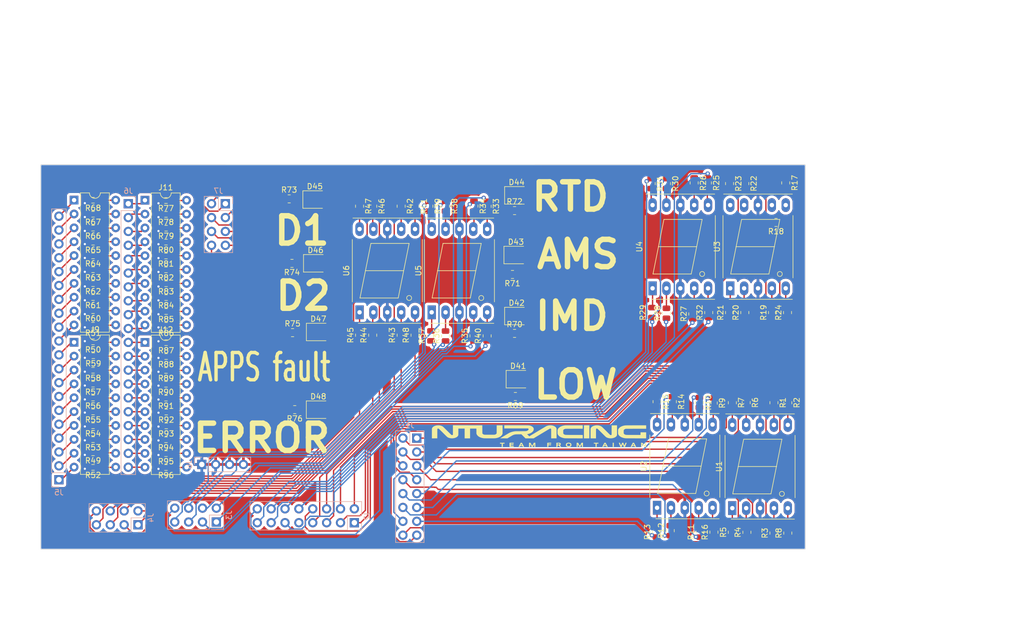
<source format=kicad_pcb>
(kicad_pcb (version 20221018) (generator pcbnew)
  (title_block (title "EP5 dashboard top board") (date "2024-01-01") (rev "1") (company "NTURacing") (comment 1 "郭哲明") (comment 2 "electrical group"))
  (layers (0 "F.Cu" signal) (31 "B.Cu" signal) (34 "B.Paste" user) (35 "F.Paste" user) (36 "B.SilkS" user "B.Silkscreen") (37 "F.SilkS" user "F.Silkscreen") (38 "B.Mask" user) (39 "F.Mask" user) (44 "Edge.Cuts" user))
  (net 0 "")
  (net 1 "GND")
  (net 2 "Net-(D41-A)")
  (net 3 "Net-(D42-A)")
  (net 4 "Net-(D43-A)")
  (net 5 "Net-(D44-A)")
  (net 6 "Net-(D45-A)")
  (net 7 "Net-(D46-A)")
  (net 8 "Net-(D47-A)")
  (net 9 "Net-(D48-A)")
  (net 10 "Net-(J1-Pin_1)")
  (net 11 "Net-(J1-Pin_2)")
  (net 12 "Net-(J1-Pin_3)")
  (net 13 "Net-(J1-Pin_4)")
  (net 14 "Net-(J1-Pin_5)")
  (net 15 "Net-(J1-Pin_6)")
  (net 16 "Net-(J1-Pin_7)")
  (net 17 "Net-(J1-Pin_8)")
  (net 18 "Net-(J1-Pin_9)")
  (net 19 "Net-(J1-Pin_10)")
  (net 20 "Net-(J1-Pin_11)")
  (net 21 "Net-(J1-Pin_12)")
  (net 22 "Net-(J1-Pin_13)")
  (net 23 "Net-(J1-Pin_14)")
  (net 24 "Net-(J1-Pin_15)")
  (net 25 "Net-(J1-Pin_16)")
  (net 26 "Net-(J2-Pin_1)")
  (net 27 "Net-(J2-Pin_2)")
  (net 28 "Net-(J2-Pin_3)")
  (net 29 "Net-(J2-Pin_4)")
  (net 30 "Net-(J2-Pin_5)")
  (net 31 "Net-(J2-Pin_6)")
  (net 32 "Net-(J2-Pin_7)")
  (net 33 "Net-(J2-Pin_8)")
  (net 34 "Net-(J2-Pin_9)")
  (net 35 "Net-(J2-Pin_10)")
  (net 36 "Net-(J2-Pin_11)")
  (net 37 "Net-(J2-Pin_12)")
  (net 38 "Net-(J2-Pin_13)")
  (net 39 "Net-(J2-Pin_14)")
  (net 40 "Net-(J2-Pin_15)")
  (net 41 "Net-(J2-Pin_16)")
  (net 42 "Net-(J3-Pin_1)")
  (net 43 "Net-(J3-Pin_2)")
  (net 44 "Net-(J3-Pin_3)")
  (net 45 "Net-(J3-Pin_4)")
  (net 46 "Net-(J3-Pin_5)")
  (net 47 "Net-(J3-Pin_6)")
  (net 48 "Net-(J3-Pin_7)")
  (net 49 "Net-(J3-Pin_8)")
  (net 50 "Net-(J4-Pin_1)")
  (net 51 "Net-(J4-Pin_2)")
  (net 52 "Net-(J4-Pin_3)")
  (net 53 "Net-(J4-Pin_4)")
  (net 54 "Net-(J4-Pin_5)")
  (net 55 "Net-(J4-Pin_6)")
  (net 56 "Net-(J4-Pin_7)")
  (net 57 "Net-(J4-Pin_8)")
  (net 58 "Net-(J5-Pin_1)")
  (net 59 "Net-(J5-Pin_2)")
  (net 60 "Net-(J5-Pin_3)")
  (net 61 "Net-(J5-Pin_4)")
  (net 62 "Net-(J5-Pin_5)")
  (net 63 "Net-(J5-Pin_6)")
  (net 64 "Net-(J5-Pin_7)")
  (net 65 "Net-(J5-Pin_8)")
  (net 66 "Net-(J5-Pin_9)")
  (net 67 "Net-(J5-Pin_10)")
  (net 68 "Net-(J10-Pin_1)")
  (net 69 "Net-(J10-Pin_2)")
  (net 70 "Net-(J10-Pin_3)")
  (net 71 "Net-(J10-Pin_4)")
  (net 72 "Net-(J10-Pin_5)")
  (net 73 "Net-(J10-Pin_6)")
  (net 74 "Net-(J10-Pin_7)")
  (net 75 "Net-(J10-Pin_8)")
  (net 76 "Net-(J10-Pin_9)")
  (net 77 "Net-(J10-Pin_10)")
  (net 78 "Net-(J11-Pin_1)")
  (net 79 "Net-(J11-Pin_2)")
  (net 80 "Net-(J11-Pin_3)")
  (net 81 "Net-(J11-Pin_4)")
  (net 82 "Net-(J11-Pin_5)")
  (net 83 "Net-(J11-Pin_6)")
  (net 84 "Net-(J11-Pin_7)")
  (net 85 "Net-(J11-Pin_8)")
  (net 86 "Net-(J11-Pin_9)")
  (net 87 "Net-(J11-Pin_10)")
  (net 88 "Net-(J12-Pin_1)")
  (net 89 "Net-(J12-Pin_2)")
  (net 90 "Net-(J12-Pin_3)")
  (net 91 "Net-(J12-Pin_4)")
  (net 92 "Net-(J12-Pin_5)")
  (net 93 "Net-(J12-Pin_6)")
  (net 94 "Net-(J12-Pin_7)")
  (net 95 "Net-(J12-Pin_8)")
  (net 96 "Net-(J12-Pin_9)")
  (net 97 "Net-(J12-Pin_10)")
  (net 98 "Net-(U1-A)")
  (net 99 "Net-(U1-B)")
  (net 100 "Net-(U1-C)")
  (net 101 "Net-(U1-D)")
  (net 102 "Net-(U1-E)")
  (net 103 "Net-(U1-F)")
  (net 104 "Net-(U1-G)")
  (net 105 "Net-(U1-DP)")
  (net 106 "Net-(U2-B)")
  (net 107 "Net-(U2-A)")
  (net 108 "Net-(U2-C)")
  (net 109 "Net-(U2-D)")
  (net 110 "Net-(U2-E)")
  (net 111 "Net-(U2-F)")
  (net 112 "Net-(U2-G)")
  (net 113 "Net-(U2-DP)")
  (net 114 "Net-(U3-B)")
  (net 115 "Net-(U3-A)")
  (net 116 "Net-(U3-C)")
  (net 117 "Net-(U3-D)")
  (net 118 "Net-(U3-E)")
  (net 119 "Net-(U3-F)")
  (net 120 "Net-(U3-G)")
  (net 121 "Net-(U3-DP)")
  (net 122 "Net-(U4-B)")
  (net 123 "Net-(U4-A)")
  (net 124 "Net-(U4-C)")
  (net 125 "Net-(U4-D)")
  (net 126 "Net-(U4-E)")
  (net 127 "Net-(U4-F)")
  (net 128 "Net-(U4-G)")
  (net 129 "Net-(U4-DP)")
  (net 130 "Net-(U5-B)")
  (net 131 "Net-(U5-A)")
  (net 132 "Net-(U5-C)")
  (net 133 "Net-(U5-D)")
  (net 134 "Net-(U5-E)")
  (net 135 "Net-(U5-F)")
  (net 136 "Net-(U5-G)")
  (net 137 "Net-(U5-DP)")
  (net 138 "Net-(U6-B)")
  (net 139 "Net-(U6-A)")
  (net 140 "Net-(U6-C)")
  (net 141 "Net-(U6-D)")
  (net 142 "Net-(U6-E)")
  (net 143 "Net-(U6-F)")
  (net 144 "Net-(U6-G)")
  (net 145 "Net-(U6-DP)")
  (net 146 "Net-(J9-Pin_11)")
  (net 147 "Net-(J9-Pin_12)")
  (net 148 "Net-(J9-Pin_13)")
  (net 149 "Net-(J9-Pin_14)")
  (net 150 "Net-(J9-Pin_15)")
  (net 151 "Net-(J9-Pin_16)")
  (net 152 "Net-(J9-Pin_17)")
  (net 153 "Net-(J9-Pin_18)")
  (net 154 "Net-(J9-Pin_19)")
  (net 155 "Net-(J9-Pin_20)")
  (net 156 "Net-(J10-Pin_11)")
  (net 157 "Net-(J10-Pin_12)")
  (net 158 "Net-(J10-Pin_13)")
  (net 159 "Net-(J10-Pin_14)")
  (net 160 "Net-(J10-Pin_15)")
  (net 161 "Net-(J10-Pin_16)")
  (net 162 "Net-(J10-Pin_17)")
  (net 163 "Net-(J10-Pin_18)")
  (net 164 "Net-(J10-Pin_19)")
  (net 165 "Net-(J10-Pin_20)")
  (net 166 "Net-(J11-Pin_11)")
  (net 167 "Net-(J11-Pin_12)")
  (net 168 "Net-(J11-Pin_13)")
  (net 169 "Net-(J11-Pin_14)")
  (net 170 "Net-(J11-Pin_15)")
  (net 171 "Net-(J11-Pin_16)")
  (net 172 "Net-(J11-Pin_17)")
  (net 173 "Net-(J11-Pin_18)")
  (net 174 "Net-(J11-Pin_19)")
  (net 175 "Net-(J11-Pin_20)")
  (net 176 "Net-(J12-Pin_11)")
  (net 177 "Net-(J12-Pin_12)")
  (net 178 "Net-(J12-Pin_13)")
  (net 179 "Net-(J12-Pin_14)")
  (net 180 "Net-(J12-Pin_15)")
  (net 181 "Net-(J12-Pin_16)")
  (net 182 "Net-(J12-Pin_17)")
  (net 183 "Net-(J12-Pin_18)")
  (net 184 "Net-(J12-Pin_19)")
  (net 185 "Net-(J12-Pin_20)")
  (net 186 "Net-(D41-K)")
  (net 187 "Net-(D42-K)")
  (net 188 "Net-(D43-K)")
  (net 189 "Net-(D44-K)")
  (net 190 "Net-(D45-K)")
  (net 191 "Net-(D46-K)")
  (net 192 "Net-(D47-K)")
  (net 193 "Net-(D48-K)")
  (footprint "Resistor_SMD:R_0805_2012Metric" (layer "F.Cu") (at 149.031875 79.578875 -90)
    (fp_text reference "R47")
    (fp_text value "220")
  )
  (footprint "Resistor_SMD:R_0805_2012Metric" (layer "F.Cu") (at 162.112875 103.327875 90)
    (fp_text reference "R37")
    (fp_text value "220")
  )
  (footprint "LED_SMD:LED_PLCC_2835" (layer "F.Cu") (at 140.843 78.359)
    (fp_text reference "D45")
    (fp_text value "LED")
  )
  (footprint "Resistor_SMD:R_0805_2012Metric" (layer "F.Cu") (at 217.297 115.57 -90)
    (fp_text reference "R7")
    (fp_text value "220")
  )
  (footprint "Resistor_SMD:R_0805_2012Metric" (layer "F.Cu") (at 216.789 99.06 90)
    (fp_text reference "R21")
    (fp_text value "220")
  )
  (footprint "Resistor_SMD:R_0805_2012Metric" (layer "F.Cu") (at 164.779875 103.351375 90)
    (fp_text reference "R36")
    (fp_text value "220")
  )
  (footprint "Resistor_SMD:R_0805_2012Metric" (layer "F.Cu") (at 136.7665 102.743)
    (fp_text reference "R75")
    (fp_text value "220")
  )
  (footprint "Resistor_SMD:R_0603_1608Metric_Pad0.98x0.95mm_HandSolder" (layer "F.Cu") (at 113.604125 104.571125 180)
    (fp_text reference "R87")
    (fp_text value "220")
  )
  (footprint "Resistor_SMD:R_0805_2012Metric" (layer "F.Cu") (at 210.312 75.311 -90)
    (fp_text reference "R26")
    (fp_text value "220")
  )
  (footprint "Display_7Segment:7SegmentLED_LTS6760_LTS6780" (layer "F.Cu") (at 216.916 94.615 90)
    (fp_text reference "U3")
    (fp_text value "speed1")
  )
  (footprint "Package_DIP:DIP-20_W7.62mm" (layer "F.Cu") (at 96.7515 104.499875)
    (fp_text reference "J9")
    (fp_text value "pedal1-1")
  )
  (footprint "Resistor_SMD:R_0805_2012Metric" (layer "F.Cu") (at 219.837 115.5465 -90)
    (fp_text reference "R6")
    (fp_text value "220")
  )
  (footprint "Resistor_SMD:R_0805_2012Metric" (layer "F.Cu") (at 169.986875 79.555375 -90)
    (fp_text reference "R34")
    (fp_text value "220")
  )
  (footprint "Resistor_SMD:R_0603_1608Metric_Pad0.98x0.95mm_HandSolder" (layer "F.Cu") (at 100.223125 109.63 180)
    (fp_text reference "R58")
    (fp_text value "220")
  )
  (footprint "Resistor_SMD:R_0603_1608Metric_Pad0.98x0.95mm_HandSolder" (layer "F.Cu") (at 100.223125 127.41 180)
    (fp_text reference "R52")
    (fp_text value "220")
  )
  (footprint "Resistor_SMD:R_0805_2012Metric" (layer "F.Cu") (at 206.308875 115.376875 -90)
    (fp_text reference "R14")
    (fp_text value "220")
  )
  (footprint "Resistor_SMD:R_0805_2012Metric" (layer "F.Cu") (at 203.387875 139.252875 90)
    (fp_text reference "R13")
    (fp_text value "220")
  )
  (footprint "Resistor_SMD:R_0805_2012Metric" (layer "F.Cu") (at 217.297 139.2955 90)
    (fp_text reference "R5")
    (fp_text value "220")
  )
  (footprint "LED_SMD:LED_PLCC_2835" (layer "F.Cu") (at 141.489 102.616)
    (fp_text reference "D47")
    (fp_text value "LED")
  )
  (footprint "Resistor_SMD:R_0603_1608Metric_Pad0.98x0.95mm_HandSolder" (layer "F.Cu") (at 113.580625 86.156125 180)
    (fp_text reference "R80")
    (fp_text value "220")
  )
  (footprint "Resistor_SMD:R_0805_2012Metric" (layer "F.Cu") (at 219.583 99.06 90)
    (fp_text reference "R20")
    (fp_text value "220")
  )
  (footprint "Resistor_SMD:R_0603_1608Metric_Pad0.98x0.95mm_HandSolder" (layer "F.Cu") (at 100.223125 96.295 180)
    (fp_text reference "R61")
    (fp_text value "220")
  )
  (footprint "Resistor_SMD:R_0805_2012Metric" (layer "F.Cu") (at 205.232 99.187 90)
    (fp_text reference "R28")
    (fp_text value "220")
  )
  (footprint "Resistor_SMD:R_0603_1608Metric_Pad0.98x0.95mm_HandSolder" (layer "F.Cu") (at 113.580625 91.236125 180)
    (fp_text reference "R82")
    (fp_text value "220")
  )
  (footprint "Resistor_SMD:R_0805_2012Metric" (layer "F.Cu") (at 161.731875 79.578875 -90)
    (fp_text reference "R39")
    (fp_text value "220")
  )
  (footprint "Resistor_SMD:R_0805_2012Metric" (layer "F.Cu") (at 202.565 99.06 90)
    (fp_text reference "R29")
    (fp_text value "220")
  )
  (footprint "Resistor_SMD:R_0603_1608Metric_Pad0.98x0.95mm_HandSolder" (layer "F.Cu") (at 100.223125 122.33 180)
    (fp_text reference "R53")
    (fp_text value "220")
  )
  (footprint "Resistor_SMD:R_0805_2012Metric" (layer "F.Cu") (at 202.438 75.438 -90)
    (fp_text reference "R31")
    (fp_text value "220")
  )
  (footprint "Resistor_SMD:R_0603_1608Metric_Pad0.98x0.95mm_HandSolder" (layer "F.Cu") (at 100.223125 119.79 180)
    (fp_text reference "R54")
    (fp_text value "220")
  )
  (footprint "Resistor_SMD:R_0603_1608Metric_Pad0.98x0.95mm_HandSolder" (layer "F.Cu") (at 100.223125 104.423 180)
    (fp_text reference "R50")
    (fp_text value "220")
  )
  (footprint "Resistor_SMD:R_0603_1608Metric_Pad0.98x0.95mm_HandSolder" (layer "F.Cu") (at 100.223125 86.175 180)
    (fp_text reference "R65")
    (fp_text value "220")
  )
  (footprint "LED_SMD:LED_PLCC_2835" (layer "F.Cu") (at 177.8 99.695)
    (fp_text reference "D42")
    (fp_text value "LED")
  )
  (footprint "Resistor_SMD:R_0805_2012Metric" (layer "F.Cu") (at 169.986875 103.327875 90)
    (fp_text reference "R35")
    (fp_text value "220")
  )
  (footprint "Resistor_SMD:R_0805_2012Metric" (layer "F.Cu") (at 136.652 90.043 180)
    (fp_text reference "R74")
    (fp_text value "220")
  )
  (footprint "Resistor_SMD:R_0603_1608Metric_Pad0.98x0.95mm_HandSolder" (layer "F.Cu") (at 113.580625 114.731125 180)
    (fp_text reference "R91")
    (fp_text value "220")
  )
  (footprint "Resistor_SMD:R_0603_1608Metric_Pad0.98x0.95mm_HandSolder" (layer "F.Cu") (at 100.223125 93.755 180)
    (fp_text reference "R62")
    (fp_text value "220")
  )
  (footprint "Resistor_SMD:R_0603_1608Metric_Pad0.98x0.95mm_HandSolder" (layer "F.Cu") (at 113.580625 112.191125 180)
    (fp_text reference "R90")
    (fp_text value "220")
  )
  (footprint "Resistor_SMD:R_0805_2012Metric" (layer "F.Cu") (at 172.399875 79.602375 -90)
    (fp_text reference "R33")
    (fp_text value "220")
  )
  (footprint "Resistor_SMD:R_0805_2012Metric" (layer "F.Cu") (at 205.232 75.438 -90)
    (fp_text reference "R30")
    (fp_text value "220")
  )
  (footprint "Resistor_SMD:R_0805_2012Metric" (layer "F.Cu") (at 213.928875 139.276375 90)
    (fp_text reference "R16")
    (fp_text value "220")
  )
  (footprint "Package_DIP:DIP-20_W7.62mm" (layer "F.Cu") (at 96.7515 78.464875)
    (fp_text reference "J10" hide)
    (fp_text value "pedal1-2")
  )
  (footprint "Resistor_SMD:R_0603_1608Metric_Pad0.98x0.95mm_HandSolder" (layer "F.Cu") (at 100.223125 124.743 180)
    (fp_text reference "R49")
    (fp_text value "220")
  )
  (footprint "Resistor_SMD:R_0805_2012Metric" (layer "F.Cu") (at 224.917 139.446 90)
    (fp_text reference "R3")
    (fp_text value "220")
  )
  (footprint "Resistor_SMD:R_0603_1608Metric_Pad0.98x0.95mm_HandSolder" (layer "F.Cu") (at 113.604125 98.856125 180)
    (fp_text reference "R85")
    (fp_text value "220")
  )
  (footprint "Resistor_SMD:R_0603_1608Metric_Pad0.98x0.95mm_HandSolder" (layer "F.Cu") (at 113.580625 122.351125 180)
    (fp_text reference "R94")
    (fp_text value "220")
  )
  (footprint "Resistor_SMD:R_0805_2012Metric" (layer "F.Cu") (at 227.076 75.311 -90)
    (fp_text reference "R17")
    (fp_text value "220")
  )
  (footprint "Resistor_SMD:R_0805_2012Metric" (layer "F.Cu") (at 205.927875 138.998875 90)
    (fp_text reference "R12")
    (fp_text value "220")
  )
  (footprint "Resistor_SMD:R_0603_1608Metric_Pad0.98x0.95mm_HandSolder" (layer "F.Cu") (at 113.580625 124.891125 180)
    (fp_text reference "R95")
    (fp_text value "220")
  )
  (footprint "Display_7Segment:7SegmentLED_LTS6760_LTS6780" (layer "F.Cu") (at 162.239875 99.009875 90)
    (fp_text reference "U5")
    (fp_text value "arbitrary1")
  )
  (footprint "Resistor_SMD:R_0603_1608Metric_Pad0.98x0.95mm_HandSolder" (layer "F.Cu") (at 100.223125 112.17 180)
    (fp_text reference "R57")
    (fp_text value "220")
  )
  (footprint "Resistor_SMD:R_0805_2012Metric" (layer "F.Cu") (at 216.789 75.438 -90)
    (fp_text reference "R23")
    (fp_text value "220")
  )
  (footprint "Display_7Segment:7SegmentLED_LTS6760_LTS6780" (layer "F.Cu") (at 203.514875 134.807875 90)
    (fp_text reference "U2")
    (fp_text value "battery2")
  )
  (footprint "Resistor_SMD:R_0805_2012Metric" (layer "F.Cu") (at 159.191875 103.200875 90)
    (fp_text reference "R48")
    (fp_text value "220")
  )
  (footprint "Resistor_SMD:R_0603_1608Metric_Pad0.98x0.95mm_HandSolder" (layer "F.Cu") (at 100.223125 78.486 180)
    (fp_text reference "R68")
    (fp_text value "220")
  )
  (footprint "Resistor_SMD:R_0603_1608Metric_Pad0.98x0.95mm_HandSolder" (layer "F.Cu") (at 113.627625 119.811125 180)
    (fp_text reference "R93")
    (fp_text value "220")
  )
  (footprint "Resistor_SMD:R_0805_2012Metric" (layer "F.Cu") (at 219.583 75.438 -90)
    (fp_text reference "R22")
    (fp_text value "220")
  )
  (footprint "Package_DIP:DIP-20_W7.62mm" (layer "F.Cu") (at 109.728 104.521)
    (fp_text reference "J12")
    (fp_text value "pedal2-2")
  )
  (footprint "Resistor_SMD:R_0805_2012Metric" (layer "F.Cu") (at 137.16 116.84 180)
    (fp_text reference "R76")
    (fp_text value "220")
  )
  (footprint "Resistor_SMD:R_0805_2012Metric" (layer "F.Cu") (at 213.801875 115.630875 -90)
    (fp_text reference "R9")
    (fp_text value "220")
  )
  (footprint "Resistor_SMD:R_0603_1608Metric_Pad0.98x0.95mm_HandSolder" (layer "F.Cu") (at 113.580625 109.651125 180)
    (fp_text reference "R89")
    (fp_text value "220")
  )
  (footprint "Resistor_SMD:R_0603_1608Metric_Pad0.98x0.95mm_HandSolder" (layer "F.Cu") (at 100.223125 83.595 180)
    (fp_text reference "R66")
    (fp_text value "220")
  )
  (footprint "LED_SMD:LED_PLCC_2835" (layer "F.Cu") (at 178.076 111.252)
    (fp_text reference "D41")
    (fp_text value "LED")
  )
  (footprint "Resistor_SMD:R_0603_1608Metric_Pad0.98x0.95mm_HandSolder" (layer "F.Cu") (at 100.223125 114.71 180)
    (fp_text reference "R56")
    (fp_text value "220")
  )
  (footprint "Resistor_SMD:R_0805_2012Metric" (layer "F.Cu") (at 177.419 80.391)
    (fp_text reference "R72")
    (fp_text value "220")
  )
  (footprint "Resistor_SMD:R_0805_2012Metric" (layer "F.Cu") (at 149.031875 103.200875 90)
    (fp_text reference "R45")
    (fp_text value "220")
  )
  (footprint "Resistor_SMD:R_0603_1608Metric_Pad0.98x0.95mm_HandSolder" (layer "F.Cu") (at 100.223125 91.215 180)
    (fp_text reference "R63")
    (fp_text value "220")
  )
  (footprint "Resistor_SMD:R_0603_1608Metric_Pad0.98x0.95mm_HandSolder" (layer "F.Cu") (at 113.580625 127.431125 180)
    (fp_text reference "R96")
    (fp_text value "220")
  )
  (footprint "Resistor_SMD:R_0805_2012Metric" (layer "F.Cu") (at 212.979 99.06 90)
    (fp_text reference "R32")
    (fp_text value "220")
  )
  (footprint "Resistor_SMD:R_0603_1608Metric_Pad0.98x0.95mm_HandSolder" (layer "F.Cu") (at 100.223125 81.055 180)
    (fp_text reference "R67")
    (fp_text value "220")
  )
  (footprint "Package_DIP:DIP-20_W7.62mm" (layer "F.Cu") (at 109.728 78.486)
    (fp_text reference "J11")
    (fp_text value "pedal2-1")
  )
  (footprint "Resistor_SMD:R_0805_2012Metric" (layer "F.Cu") (at 159.191875 79.578875 -90)
    (fp_text reference "R41")
    (fp_text value "220")
  )
  (footprint "Resistor_SMD:R_0805_2012Metric" (layer "F.Cu") (at 224.663 99.06 90)
    (fp_text reference "R19")
    (fp_text value "220")
  )
  (footprint "Resistor_SMD:R_0603_1608Metric_Pad0.98x0.95mm_HandSolder" (layer "F.Cu") (at 113.604125 107.111125 180)
    (fp_text reference "R88")
    (fp_text value "220")
  )
  (footprint "Resistor_SMD:R_0603_1608Metric_Pad0.98x0.95mm_HandSolder" (layer "F.Cu") (at 100.270125 106.963 180)
    (fp_text reference "R59")
    (fp_text value "220")
  )
  (footprint "Resistor_SMD:R_0603_1608Metric_Pad0.98x0.95mm_HandSolder" (layer "F.Cu") (at 113.604125 101.396125 180)
    (fp_text reference "R86")
    (fp_text value "220")
  )
  (footprint "Resistor_SMD:R_0805_2012Metric" (layer "F.Cu") (at 177.5695 114.427 180)
    (fp_text reference "R69")
    (fp_text value "220")
  )
  (footprint "Resistor_SMD:R_0805_2012Metric" (layer "F.Cu") (at 227.457 139.446 90)
    (fp_text reference "R8")
    (fp_text value "220")
  )
  (footprint "Resistor_SMD:R_0603_1608Metric_Pad0.98x0.95mm_HandSolder" (layer "F.Cu") (at 113.580625 78.536125 180)
    (fp_text reference "R77")
    (fp_text value "220")
  )
  (footprint "Resistor_SMD:R_0805_2012Metric" (layer "F.Cu") (at 156.651875 103.200875 90)
    (fp_text reference "R43")
    (fp_text value "220")
  )
  (footprint "Resistor_SMD:R_0603_1608Metric_Pad0.98x0.95mm_HandSolder" (layer "F.Cu") (at 100.223125 101.375 180)
    (fp_text reference "R51")
    (fp_text value "220")
  )
  (footprint "LED_SMD:LED_PLCC_2835" (layer "F.Cu") (at 177.673 88.519)
    (fp_text reference "D43")
    (fp_text value "LED")
  )
  (footprint "Resistor_SMD:R_0805_2012Metric" (layer "F.Cu") (at 225.298 82.55 180)
    (fp_text reference "R18")
    (fp_text value "220")
  )
  (footprint "LED_SMD:LED_PLCC_2835" (layer "F.Cu") (at 177.8 77.597)
    (fp_text reference "D44")
    (fp_text value "LED")
  )
  (footprint "Display_7Segment:7SegmentLED_LTS6760_LTS6780" (layer "F.Cu") (at 217.297 134.874 90)
    (fp_text reference "U1")
    (fp_text value "battery1")
  )
  (footprint "Resistor_SMD:R_0603_1608Metric_Pad0.98x0.95mm_HandSolder" (layer "F.Cu") (at 100.223125 98.708 180)
    (fp_text reference "R60")
    (fp_text value "220")
  )
  (footprint "Resistor_SMD:R_0805_2012Metric" (layer "F.Cu") (at 224.917 115.57 -90)
    (fp_text reference "R1")
    (fp_text value "220")
  )
  (footprint "Resistor_SMD:R_0805_2012Metric" (layer "F.Cu") (at 151.444875 79.578875 -90)
    (fp_text reference "R46")
    (fp_text value "220")
  )
  (footprint "Display_7Segment:7SegmentLED_LTS6760_LTS6780" (layer "F.Cu") (at 149.031875 99.009875 90)
    (fp_text reference "U6")
    (fp_text value "arbitrary2")
  )
  (footprint "Resistor_SMD:R_0603_1608Metric_Pad0.98x0.95mm_HandSolder" (layer "F.Cu") (at 113.604125 93.776125 180)
    (fp_text reference "R83")
    (fp_text value "220")
  )
  (footprint "Resistor_SMD:R_0805_2012Metric" (layer "F.Cu") (at 227.457 115.57 -90)
    (fp_text reference "R2")
    (fp_text value "220")
  )
  (footprint "Resistor_SMD:R_0805_2012Metric" (layer "F.Cu") (at 219.964 139.2955 90)
    (fp_text reference "R4")
    (fp_text value "220")
  )
  (footprint "Resistor_SMD:R_0603_1608Metric_Pad0.98x0.95mm_HandSolder" (layer "F.Cu") (at 113.604125 83.616125 180)
    (fp_text reference "R79")
    (fp_text value "220")
  )
  (footprint "Resistor_SMD:R_0603_1608Metric_Pad0.98x0.95mm_HandSolder" (layer "F.Cu") (at 113.604125 96.316125 180)
    (fp_text reference "R84")
    (fp_text value "220")
  )
  (footprint "Resistor_SMD:R_0603_1608Metric_Pad0.98x0.95mm_HandSolder" (layer "F.Cu") (at 100.223125 88.675 180)
    (fp_text reference "R64")
    (fp_text value "220")
  )
  (footprint "Resistor_SMD:R_0603_1608Metric_Pad0.98x0.95mm_HandSolder" (layer "F.Cu") (at 113.580625 88.696125 180)
    (fp_text reference "R81")
    (fp_text value "220")
  )
  (footprint "Resistor_SMD:R_0805_2012Metric" (layer "F.Cu") (at 156.651875 79.578875 -90)
    (fp_text reference "R42")
    (fp_text value "220")
  )
  (footprint "Display_7Segment:7SegmentLED_LTS6760_LTS6780" (layer "F.Cu") (at 202.692 94.615 90)
    (fp_text reference "U4")
    (fp_text value "speed2")
  )
  (footprint "Resistor_SMD:R_0805_2012Metric" (layer "F.Cu") (at 227.406 99.06 90)
    (fp_text reference "R24")
    (fp_text value "220")
  )
  (footprint "Resistor_SMD:R_0603_1608Metric_Pad0.98x0.95mm_HandSolder" (layer "F.Cu") (at 113.580625 81.076125 180)
    (fp_text reference "R78")
    (fp_text value "220")
  )
  (footprint "Resistor_SMD:R_0805_2012Metric" (layer "F.Cu") (at 177.038 92.075 180)
    (fp_text reference "R71")
    (fp_text value "220")
  )
  (footprint "Resistor_SMD:R_0603_1608Metric_Pad0.98x0.95mm_HandSolder" (layer "F.Cu") (at 100.223125 117.25 180)
    (fp_text reference "R55")
    (fp_text value "220")
  )
  (footprint "Resistor_SMD:R_0603_1608Metric_Pad0.98x0.95mm_HandSolder" (layer "F.Cu") (at 113.627625 117.271125 180)
    (fp_text reference "R92")
    (fp_text value "220")
  )
  (footprint "Resistor_SMD:R_0805_2012Metric" (layer "F.Cu") (at 212.725 75.311 -90)
    (fp_text reference "R25")
    (fp_text value "220")
  )
  (footprint "LED_SMD:LED_PLCC_2835" (layer "F.Cu") (at 141.478 116.84)
    (fp_text reference "D48")
    (fp_text value "LED")
  )
  (footprint "Resistor_SMD:R_0805_2012Metric" (layer "F.Cu") (at 211.261875 115.527375 -90)
    (fp_text reference "R10")
    (fp_text value "220")
  )
  (footprint "Resistor_SMD:R_0805_2012Metric" (layer "F.Cu") (at 151.444875 103.200875 90)
    (fp_text reference "R44")
    (fp_text value "220")
  )
  (footprint "Resistor_SMD:R_0805_2012Metric" (layer "F.Cu") (at 172.399875 103.327875 90)
    (fp_text reference "R40")
    (fp_text value "220")
  )
  (footprint "LED_SMD:LED_PLCC_2835" (layer "F.Cu") (at 140.97 90.043)
    (fp_text reference "D46")
    (fp_text value "LED")
  )
  (footprint "Resistor_SMD:R_0805_2012Metric" (layer "F.Cu") (at 210.058 99.314 90)
    (fp_text reference "R27")
    (fp_text value "220")
  )
  (footprint "Resistor_SMD:R_0805_2012Metric" (layer "F.Cu") (at 164.779875 79.578875 -90)
    (fp_text reference "R38")
    (fp_text value "220")
  )
  (footprint "Resistor_SMD:R_0805_2012Metric" (layer "F.Cu") (at 136.144 78.232)
    (fp_text reference "R73")
    (fp_text value "220")
  )
  (footprint "Resistor_SMD:R_0805_2012Metric" (layer "F.Cu") (at 177.419 102.87)
    (fp_text reference "R70")
    (fp_text value "220")
  )
  (footprint "Resistor_SMD:R_0805_2012Metric" (layer "F.Cu") (at 211.388875 139.276375 90)
    (fp_text reference "R11")
    (fp_text value "220")
  )
  (footprint "Resistor_SMD:R_0805_2012Metric" (layer "F.Cu") (at 203.514875 115.376875 -90)
    (fp_text reference "R15")
    (fp_text value "220")
  )
  (footprint "Connector_PinHeader_2.54mm:PinHeader_2x04_P2.54mm_Vertical" (layer "B.Cu") (at 122.809 137.414 90)
    (fp_text reference "J3")
    (fp_text value "segment5")
  )
  (footprint "Connector_PinHeader_2.54mm:PinHeader_2x08_P2.54mm_Vertical" (layer "B.Cu") (at 159.512 122.047 180)
    (fp_text reference "J1")
    (fp_text value "segment12" hide)
  )
  (footprint "Connector_PinHeader_2.54mm:PinHeader_2x04_P2.54mm_Vertical" (layer "B.Cu") (at 124.46 79.121 180)
    (fp_text reference "J7")
    (fp_text value "singleLED")
  )
  (footprint "Connector_PinHeader_2.54mm:PinHeader_2x08_P2.54mm_Vertical" (layer "B.Cu") (at 148.082 137.541 90)
    (fp_text reference "J2")
    (fp_text value "segment34")
  )
  (footprint "Connector_PinHeader_2.54mm:PinHeader_1x20_P2.54mm_Vertical" (layer "B.Cu") (at 93.98 129.667)
    (fp_text reference "J5")
    (fp_text value "pedal1")
  )
  (footprint "Connector_PinHeader_2.54mm:PinHeader_2x04_P2.54mm_Vertical" (layer "B.Cu") (at 108.458 137.922 90)
    (fp_text reference "J4")
    (fp_text value "segment6")
  )
  (footprint "Connector_PinHeader_2.54mm:PinHeader_1x20_P2.54mm_Vertical" (layer "B.Cu") (at 106.68 79.121 180)
    (fp_text reference "J6")
    (fp_text value "pedal2")
  )
  (footprint "Connector_PinHeader_2.54mm:PinHeader_1x04_P2.54mm_Vertical" (layer "B.Cu") (at 120.142 126.873 -90)
    (fp_text reference "J8")
    (fp_text value "ground")
  )
  (gr_poly (pts (xy 191.116476 119.703983) (xy 191.116476 122.094757) (xy 190.121646 122.094757) (xy 190.121646 120.906249) (xy 190.122208 120.44389) (xy 190.123762 120.06408) (xy 190.126109 119.806112) (xy 190.127518 119.735096) (xy 190.129051 119.709274) (xy 190.140572 119.70809) (xy 190.170609 119.706942) (xy 190.278146 119.704909) (xy 190.43549 119.70347) (xy 190.626468 119.702924)) (fill solid) (layer "F.SilkS"))
  (gr_poly (pts (xy 196.812426 123.147798) (xy 196.850957 123.244256) (xy 196.883335 123.32335) (xy 196.896164 123.353812) (xy 196.906189 123.376845) (xy 196.91299 123.39142) (xy 196.915049 123.395214) (xy 196.915721 123.396181) (xy 196.916144 123.396507) (xy 196.917227 123.395214) (xy 196.919249 123.39142) (xy 196.925901 123.376845) (xy 196.948159 123.32335) (xy 196.979546 123.244256) (xy 197.016688 123.147798) (xy 197.111935 122.89909) (xy 197.227295 122.901207) (xy 197.341594 122.904382) (xy 197.360644 122.952007) (xy 197.455895 123.210241) (xy 197.533155 123.41979) (xy 197.635811 123.162615) (xy 197.739529 122.904382) (xy 197.846419 122.901207) (xy 197.868026 122.900957) (xy 197.888108 122.900992) (xy 197.90623 122.9013) (xy 197.921959 122.901868) (xy 197.92879 122.902246) (xy 197.934859 122.902685) (xy 197.940114 122.903182) (xy 197.944498 122.903737) (xy 197.947959 122.904348) (xy 197.950441 122.905012) (xy 197.951298 122.905365) (xy 197.951891 122.90573) (xy 197.952212 122.906108) (xy 197.952254 122.906499) (xy 197.940381 122.938761) (xy 197.908068 123.020931) (xy 197.801968 123.285382) (xy 197.651686 123.655798) (xy 197.42097 123.655798) (xy 197.325718 123.409207) (xy 197.288131 123.314073) (xy 197.271489 123.272825) (xy 197.256795 123.237096) (xy 197.244433 123.207865) (xy 197.234786 123.186114) (xy 197.231101 123.178349) (xy 197.22824 123.17282) (xy 197.22625 123.169652) (xy 197.225596 123.168991) (xy 197.225179 123.168965) (xy 197.223128 123.172409) (xy 197.21949 123.180045) (xy 197.208245 123.206007) (xy 197.193031 123.243082) (xy 197.175436 123.287499) (xy 197.129398 123.406429) (xy 197.080185 123.530915) (xy 197.030446 123.66109) (xy 196.803963 123.66109) (xy 196.653677 123.287499) (xy 196.595371 123.14254) (xy 196.547581 123.022386) (xy 196.515269 122.939539) (xy 196.506467 122.916011) (xy 196.503395 122.906499) (xy 196.503534 122.906105) (xy 196.503944 122.905718) (xy 196.505553 122.904965) (xy 196.508167 122.904243) (xy 196.51173 122.903555) (xy 196.521478 122.902294) (xy 196.534352 122.901207) (xy 196.549905 122.900318) (xy 196.56769 122.899653) (xy 196.587261 122.899235) (xy 196.608172 122.89909) (xy 196.712945 122.89909)) (fill solid) (layer "F.SilkS"))
  (gr_poly (pts (xy 193.987735 122.901207) (xy 194.102037 122.904382) (xy 194.205755 123.100174) (xy 194.327808 123.333586) (xy 194.417815 123.50697) (xy 194.473494 123.615863) (xy 194.487746 123.644729) (xy 194.49256 123.655798) (xy 194.491975 123.656369) (xy 194.490256 123.65689) (xy 194.483647 123.657783) (xy 194.473194 123.658478) (xy 194.459355 123.658974) (xy 194.423356 123.659371) (xy 194.379321 123.658973) (xy 194.265019 123.655798) (xy 194.227977 123.58489) (xy 194.190934 123.512924) (xy 193.777131 123.512924) (xy 193.741143 123.587007) (xy 193.705163 123.66109) (xy 193.474446 123.66109) (xy 193.594036 123.430374) (xy 193.630319 123.360156) (xy 193.860624 123.360156) (xy 193.860737 123.360523) (xy 193.861792 123.361082) (xy 193.86412 123.361569) (xy 193.872329 123.362343) (xy 193.884828 123.362868) (xy 193.901086 123.36317) (xy 193.942741 123.363203) (xy 193.993027 123.36264) (xy 194.120029 123.359465) (xy 194.053353 123.227174) (xy 193.987735 123.094882) (xy 193.922121 123.226115) (xy 193.909065 123.252466) (xy 193.897051 123.27718) (xy 193.886327 123.299711) (xy 193.877141 123.319513) (xy 193.869741 123.336041) (xy 193.864375 123.34875) (xy 193.862532 123.353501) (xy 193.861291 123.357092) (xy 193.860682 123.359456) (xy 193.860624 123.360156) (xy 193.630319 123.360156) (xy 193.696298 123.232465) (xy 193.742419 123.144326) (xy 193.777131 123.079007) (xy 193.80367 123.029464) (xy 193.827531 122.984286) (xy 193.846036 122.948633) (xy 193.852441 122.935991) (xy 193.856503 122.927665) (xy 193.872378 122.898032)) (fill solid) (layer "F.SilkS"))
  (gr_poly (pts (xy 178.462862 119.703026) (xy 179.038498 119.703735) (xy 179.265369 119.704507) (xy 179.45655 119.705659) (xy 179.615749 119.707267) (xy 179.746672 119.709407) (xy 179.853026 119.712154) (xy 179.938518 119.715585) (xy 179.974599 119.717581) (xy 180.006854 119.719776) (xy 180.035747 119.72218) (xy 180.061741 119.724802) (xy 180.0853 119.727652) (xy 180.106886 119.73074) (xy 180.126964 119.734074) (xy 180.145996 119.737665) (xy 180.182778 119.745654) (xy 180.220937 119.754782) (xy 180.282925 119.771034) (xy 180.342635 119.789195) (xy 180.399998 119.809216) (xy 180.454945 119.831049) (xy 180.507404 119.854642) (xy 180.557307 119.879947) (xy 180.604584 119.906914) (xy 180.649165 119.935493) (xy 180.690981 119.965635) (xy 180.72996 119.99729) (xy 180.748365 120.013669) (xy 180.766035 120.030408) (xy 180.782961 120.0475) (xy 180.799134 120.06494) (xy 180.814547 120.082721) (xy 180.829189 120.100837) (xy 180.843053 120.119281) (xy 180.856129 120.138048) (xy 180.86841 120.157131) (xy 180.879885 120.176524) (xy 180.890547 120.196221) (xy 180.900387 120.216216) (xy 180.909561 120.236295) (xy 180.91334 120.245344) (xy 180.916626 120.254018) (xy 180.919453 120.262531) (xy 180.921856 120.271096) (xy 180.923867 120.279928) (xy 180.925523 120.289241) (xy 180.926855 120.299248) (xy 180.9279 120.310164) (xy 180.92869 120.322202) (xy 180.92926 120.335576) (xy 180.929876 120.367189) (xy 180.930021 120.406716) (xy 180.929453 120.44255) (xy 180.92845 120.472928) (xy 180.927744 120.48638) (xy 180.926877 120.49884) (xy 180.925834 120.510432) (xy 180.924597 120.52128) (xy 180.923149 120.531508) (xy 180.921474 120.54124) (xy 180.919553 120.550599) (xy 180.91737 120.559711) (xy 180.914909 120.568699) (xy 180.912151 120.577686) (xy 180.90908 120.586798) (xy 180.905679 120.596157) (xy 180.878647 120.659514) (xy 180.845298 120.720917) (xy 180.805813 120.780248) (xy 180.760373 120.837391) (xy 180.70916 120.892227) (xy 180.652355 120.944638) (xy 180.590139 120.994507) (xy 180.522695 121.041716) (xy 180.450202 121.086146) (xy 180.372844 121.12768) (xy 180.2908 121.166201) (xy 180.204253 121.20159) (xy 180.113383 121.23373) (xy 180.018373 121.262502) (xy 179.919403 121.287789) (xy 179.816655 121.309474) (xy 179.718229 121.328524) (xy 179.917197 121.525374) (xy 180.115104 121.723282) (xy 181.649687 120.801474) (xy 182.753 120.142) (xy 183.10344 119.93455) (xy 183.249886 119.850032) (xy 183.290283 119.832961) (xy 183.334736 119.81605) (xy 183.382437 119.799561) (xy 183.432582 119.783754) (xy 183.484364 119.76889) (xy 183.536976 119.755229) (xy 183.589614 119.743031) (xy 183.64147 119.732557) (xy 183.675366 119.726977) (xy 183.711376 119.722141) (xy 183.788562 119.714714) (xy 183.870684 119.710289) (xy 183.955399 119.708877) (xy 184.040362 119.710491) (xy 184.123228 119.715144) (xy 184.201655 119.722848) (xy 184.238471 119.727848) (xy 184.273298 119.733616) (xy 184.355949 119.750397) (xy 184.435486 119.77048) (xy 184.511701 119.793719) (xy 184.58438 119.819969) (xy 184.619329 119.834178) (xy 184.653314 119.849084) (xy 184.686311 119.86467) (xy 184.718292 119.880918) (xy 184.749231 119.89781) (xy 184.779103 119.915326) (xy 184.807879 119.93345) (xy 184.835535 119.952162) (xy 184.862044 119.971444) (xy 184.887379 119.991279) (xy 184.911514 120.011648) (xy 184.934423 120.032533) (xy 184.95608 120.053915) (xy 184.976457 120.075777) (xy 184.995529 120.0981) (xy 185.01327 120.120867) (xy 185.029652 120.144057) (xy 185.04465 120.167655) (xy 185.058237 120.191641) (xy 185.070387 120.215997) (xy 185.081074 120.240705) (xy 185.090271 120.265746) (xy 185.097951 120.291103) (xy 185.104089 120.316757) (xy 185.10732 120.342811) (xy 185.109893 120.390444) (xy 185.113216 120.557793) (xy 185.114357 120.833489) (xy 185.113613 121.232216) (xy 185.110438 122.089466) (xy 184.616196 122.09264) (xy 184.120895 122.094757) (xy 184.120895 120.379199) (xy 184.095497 120.353799) (xy 184.091047 120.34962) (xy 184.086245 120.345617) (xy 184.075657 120.338151) (xy 184.063884 120.331424) (xy 184.051079 120.325456) (xy 184.037394 120.320269) (xy 184.022979 120.315885) (xy 184.007988 120.312326) (xy 183.992572 120.309614) (xy 183.976884 120.307769) (xy 183.961074 120.306815) (xy 183.945296 120.306772) (xy 183.9297 120.307662) (xy 183.91444 120.309508) (xy 183.899666 120.31233) (xy 183.885531 120.31615) (xy 183.872187 120.320991) (xy 183.415781 120.590336) (xy 182.370413 121.215282) (xy 180.905679 122.094757) (xy 179.416605 122.094757) (xy 179.046188 121.724341) (xy 178.675771 121.353924) (xy 178.204813 121.353924) (xy 178.013368 121.354571) (xy 177.856935 121.356917) (xy 177.789798 121.358917) (xy 177.728954 121.36157) (xy 177.673582 121.364952) (xy 177.622862 121.369138) (xy 177.575975 121.374204) (xy 177.5321 121.380227) (xy 177.490417 121.387283) (xy 177.450106 121.395447) (xy 177.410347 121.404795) (xy 177.370319 121.415404) (xy 177.329204 121.42735) (xy 177.28618 121.440707) (xy 177.230106 121.459278) (xy 177.177518 121.479138) (xy 177.122078 121.503661) (xy 177.057447 121.536222) (xy 176.977289 121.580192) (xy 176.875265 121.638946) (xy 176.580272 121.814299) (xy 176.112488 122.094757) (xy 175.442562 122.09264) (xy 174.772638 122.089466) (xy 175.53887 121.629091) (xy 176.020941 121.340529) (xy 176.182031 121.245003) (xy 176.302193 121.174801) (xy 176.390705 121.124543) (xy 176.425991 121.10521) (xy 176.456843 121.088845) (xy 176.484421 121.074774) (xy 176.509884 121.062324) (xy 176.559105 121.039599) (xy 176.610705 121.0176) (xy 176.664874 120.99611) (xy 176.779585 120.955015) (xy 176.900573 120.917021) (xy 177.025169 120.882833) (xy 177.150707 120.853161) (xy 177.274522 120.82871) (xy 177.393946 120.810187) (xy 177.451178 120.803369) (xy 177.506313 120.798299) (xy 177.538128 120.795157) (xy 177.566373 120.792214) (xy 177.578163 120.790878) (xy 177.58787 120.789667) (xy 177.595097 120.788604) (xy 177.597656 120.788137) (xy 177.599446 120.787716) (xy 177.675811 120.785533) (xy 177.873819 120.783747) (xy 178.514905 120.781366) (xy 178.832297 120.780483) (xy 179.077012 120.779067) (xy 179.175727 120.777992) (xy 179.260607 120.776584) (xy 179.333098 120.774777) (xy 179.394644 120.772502) (xy 179.446689 120.769694) (xy 179.490679 120.766286) (xy 179.528058 120.762212) (xy 179.560272 120.757404) (xy 179.588766 120.751797) (xy 179.614983 120.745322) (xy 179.640369 120.737915) (xy 179.66637 120.729507) (xy 179.701004 120.716838) (xy 179.734188 120.702714) (xy 179.765813 120.687245) (xy 179.795768 120.670538) (xy 179.823943 120.652703) (xy 179.850229 120.633848) (xy 179.874515 120.614081) (xy 179.89669 120.593511) (xy 179.906953 120.582959) (xy 179.916646 120.572247) (xy 179.925757 120.561388) (xy 179.934272 120.550397) (xy 179.942176 120.539286) (xy 179.949457 120.528069) (xy 179.9561 120.51676) (xy 179.962092 120.505372) (xy 179.967419 120.493919) (xy 179.972067 120.482415) (xy 179.976023 120.470873) (xy 179.979272 120.459306) (xy 179.981801 120.447728) (xy 179.983596 120.436153) (xy 179.984643 120.424595) (xy 179.984929 120.413066) (xy 179.984563 120.402726) (xy 179.98384 120.393102) (xy 179.982722 120.384142) (xy 179.982005 120.379894) (xy 179.981175 120.375793) (xy 179.98023 120.37183) (xy 179.979163 120.368001) (xy 179.977972 120.364298) (xy 179.976651 120.360715) (xy 179.975195 120.357246) (xy 179.973601 120.353882) (xy 179.971864 120.350619) (xy 179.96998 120.347449) (xy 179.967944 120.344366) (xy 179.965751 120.341363) (xy 179.963398 120.338434) (xy 179.960879 120.335572) (xy 179.95819 120.33277) (xy 179.955328 120.330022) (xy 179.952286 120.327322) (xy 179.949062 120.324662) (xy 179.94565 120.322036) (xy 179.942045 120.319438) (xy 179.934243 120.314297) (xy 179.925619 120.309188) (xy 179.916138 120.304057) (xy 179.871688 120.279716) (xy 177.705279 120.276541) (xy 175.537812 120.274424) (xy 175.537812 119.702924) (xy 177.699987 119.702924)) (fill solid) (layer "F.SilkS"))
  (gr_poly (pts (xy 201.063754 123.15944) (xy 201.318809 123.41979) (xy 201.318809 122.89909) (xy 201.519896 122.89909) (xy 201.519896 123.66109) (xy 201.299759 123.66109) (xy 201.044704 123.398624) (xy 200.789645 123.137215) (xy 200.789645 123.66109) (xy 200.588559 123.66109) (xy 200.588559 122.89909) (xy 200.808696 122.89909)) (fill solid) (layer "F.SilkS"))
  (gr_poly (pts (xy 181.087713 122.901207) (xy 181.226353 122.904382) (xy 181.226353 123.655798) (xy 181.123697 123.658974) (xy 181.019979 123.662148) (xy 181.019979 123.137215) (xy 180.883455 123.396507) (xy 180.746928 123.655798) (xy 180.647447 123.658974) (xy 180.547964 123.662148) (xy 180.411437 123.402857) (xy 180.273853 123.143565) (xy 180.270678 123.402857) (xy 180.268561 123.662148) (xy 180.164845 123.658974) (xy 180.062187 123.655798) (xy 180.059012 123.290673) (xy 180.058616 123.147699) (xy 180.059012 123.028736) (xy 180.060203 122.946285) (xy 180.061095 122.922659) (xy 180.061616 122.915929) (xy 180.062187 122.912848) (xy 180.063198 122.91095) (xy 180.065068 122.909219) (xy 180.067838 122.907649) (xy 180.071547 122.906234) (xy 180.076236 122.904968) (xy 180.081945 122.903844) (xy 180.096584 122.902001) (xy 180.115787 122.900653) (xy 180.139877 122.899752) (xy 180.169176 122.899247) (xy 180.204006 122.89909) (xy 180.341589 122.89909) (xy 180.491871 123.180607) (xy 180.513479 123.221065) (xy 180.533121 123.257611) (xy 180.550891 123.290402) (xy 180.566881 123.319596) (xy 180.581184 123.345347) (xy 180.593893 123.367814) (xy 180.605102 123.387152) (xy 180.614903 123.403518) (xy 180.623389 123.417069) (xy 180.627168 123.422838) (xy 180.630654 123.427961) (xy 180.633857 123.432459) (xy 180.63679 123.436351) (xy 180.639464 123.439657) (xy 180.641891 123.442396) (xy 180.644081 123.444587) (xy 180.646048 123.446251) (xy 180.647803 123.447407) (xy 180.649357 123.448074) (xy 180.650062 123.44823) (xy 180.650721 123.448272) (xy 180.651337 123.448201) (xy 180.651909 123.448021) (xy 180.652439 123.447733) (xy 180.65293 123.44734) (xy 180.653797 123.446248) (xy 180.669605 123.419228) (xy 180.704067 123.357084) (xy 180.808312 123.164732) (xy 180.950131 122.898032)) (fill solid) (layer "F.SilkS"))
  (gr_poly (pts (xy 175.590729 123.068424) (xy 175.27323 123.068424) (xy 175.27323 123.66109) (xy 175.061562 123.66109) (xy 175.061562 123.068424) (xy 174.744062 123.068424) (xy 174.744062 122.89909) (xy 175.590729 122.89909)) (fill solid) (layer "F.SilkS"))
  (gr_poly (pts (xy 184.131479 123.068424) (xy 183.612895 123.068424) (xy 183.612895 123.195424) (xy 184.107137 123.195424) (xy 184.109255 123.274799) (xy 184.111372 123.354173) (xy 183.612895 123.354173) (xy 183.612895 123.662148) (xy 183.510237 123.658973) (xy 183.40652 123.655798) (xy 183.403345 123.290673) (xy 183.402949 123.147699) (xy 183.403346 123.028736) (xy 183.404536 122.946285) (xy 183.405429 122.922659) (xy 183.40595 122.915929) (xy 183.40652 122.912848) (xy 183.408074 122.91095) (xy 183.411661 122.909219) (xy 183.42562 122.906234) (xy 183.449774 122.903844) (xy 183.485499 122.902001) (xy 183.534172 122.900653) (xy 183.59717 122.899752) (xy 183.771645 122.89909) (xy 184.131479 122.89909)) (fill solid) (layer "F.SilkS"))
  (gr_poly (pts (xy 192.77806 123.068424) (xy 192.460562 123.068424) (xy 192.460562 123.662148) (xy 192.357902 123.658973) (xy 192.254188 123.655798) (xy 192.251012 123.361582) (xy 192.248896 123.068424) (xy 191.931395 123.068424) (xy 191.931395 122.89909) (xy 192.77806 122.89909)) (fill solid) (layer "F.SilkS"))
  (gr_poly (pts (xy 201.519896 120.337924) (xy 199.655113 120.340041) (xy 197.789268 120.343216) (xy 197.720479 120.367557) (xy 197.691863 120.378412) (xy 197.664736 120.389559) (xy 197.639076 120.401016) (xy 197.61486 120.412801) (xy 197.592063 120.424934) (xy 197.570664 120.437432) (xy 197.550638 120.450315) (xy 197.531962 120.463601) (xy 197.514614 120.477309) (xy 197.498569 120.491457) (xy 197.483805 120.506064) (xy 197.470298 120.521148) (xy 197.458025 120.536728) (xy 197.446963 120.552824) (xy 197.437089 120.569452) (xy 197.428378 120.586632) (xy 197.420298 120.604388) (xy 197.416995 120.612905) (xy 197.41414 120.621723) (xy 197.411701 120.631247) (xy 197.409644 120.641885) (xy 197.407938 120.654042) (xy 197.40655 120.668124) (xy 197.404596 120.70369) (xy 197.403524 120.751832) (xy 197.402978 120.898841) (xy 197.403108 120.978617) (xy 197.403306 121.011871) (xy 197.403623 121.041154) (xy 197.404082 121.066802) (xy 197.404708 121.089155) (xy 197.405523 121.108549) (xy 197.40655 121.125324) (xy 197.407812 121.139817) (xy 197.409334 121.152365) (xy 197.411138 121.163308) (xy 197.413247 121.172982) (xy 197.415685 121.181726) (xy 197.418475 121.189878) (xy 197.42164 121.197776) (xy 197.425203 121.205758) (xy 197.438286 121.231411) (xy 197.454064 121.255956) (xy 197.472452 121.279351) (xy 197.493367 121.301553) (xy 197.516725 121.322521) (xy 197.542443 121.342214) (xy 197.570437 121.360589) (xy 197.600622 121.377604) (xy 197.632916 121.393218) (xy 197.667235 121.407388) (xy 197.703495 121.420074) (xy 197.741612 121.431232) (xy 197.781503 121.440821) (xy 197.823083 121.4488) (xy 197.866269 121.455126) (xy 197.910978 121.459757) (xy 198.053771 121.463643) (xy 198.353229 121.467033) (xy 199.258235 121.470341) (xy 200.482728 121.470341) (xy 200.482728 120.983507) (xy 201.519896 120.983507) (xy 201.519896 122.094757) (xy 199.702735 122.093699) (xy 198.384582 122.089995) (xy 197.956981 122.086853) (xy 197.768101 122.083116) (xy 197.715735 122.07825) (xy 197.664088 122.072367) (xy 197.612987 122.065442) (xy 197.562258 122.057451) (xy 197.511727 122.048368) (xy 197.461221 122.038169) (xy 197.410566 122.02683) (xy 197.359589 122.014324) (xy 197.269848 121.989911) (xy 197.183292 121.962391) (xy 197.100081 121.931882) (xy 197.020376 121.898502) (xy 196.944336 121.862369) (xy 196.87212 121.823601) (xy 196.803889 121.782314) (xy 196.739801 121.738628) (xy 196.680017 121.69266) (xy 196.624697 121.644527) (xy 196.59876 121.619686) (xy 196.573999 121.594349) (xy 196.550434 121.568529) (xy 196.528084 121.542241) (xy 196.50697 121.515501) (xy 196.487111 121.488323) (xy 196.468528 121.460722) (xy 196.45124 121.432712) (xy 196.435268 121.404308) (xy 196.420631 121.375526) (xy 196.40735 121.346379) (xy 196.395444 121.316882) (xy 196.387714 121.29536) (xy 196.381819 121.273887) (xy 196.377511 121.248049) (xy 196.374543 121.21343) (xy 196.372665 121.165615) (xy 196.371631 121.100189) (xy 196.371102 120.898841) (xy 196.371193 120.784946) (xy 196.371631 120.697493) (xy 196.372058 120.662302) (xy 196.372665 120.632066) (xy 196.373483 120.606233) (xy 196.374543 120.584251) (xy 196.375875 120.565568) (xy 196.377511 120.549632) (xy 196.378453 120.542522) (xy 196.379482 120.535891) (xy 196.380603 120.529672) (xy 196.381819 120.523794) (xy 196.384552 120.512788) (xy 196.387714 120.502321) (xy 196.391334 120.491842) (xy 196.395444 120.480799) (xy 196.428777 120.405814) (xy 196.470964 120.333408) (xy 196.521607 120.263801) (xy 196.580306 120.197215) (xy 196.646663 120.133873) (xy 196.720281 120.073996) (xy 196.80076 120.017805) (xy 196.887702 119.965523) (xy 196.980708 119.917371) (xy 197.079382 119.87357) (xy 197.183323 119.834343) (xy 197.292133 119.79991) (xy 197.405414 119.770495) (xy 197.522769 119.746318) (xy 197.643797 119.727601) (xy 197.768101 119.714566) (xy 198.378363 119.708083) (xy 199.697443 119.703983) (xy 201.519896 119.702924)) (fill solid) (layer "F.SilkS"))
  (gr_poly (pts (xy 177.262896 123.068424) (xy 176.71468 123.068424) (xy 176.710447 123.126632) (xy 176.707272 123.18484) (xy 177.231146 123.18484) (xy 177.231146 123.354173) (xy 176.712563 123.354173) (xy 176.712563 123.412382) (xy 176.712516 123.424143) (xy 176.712381 123.435434) (xy 176.712173 123.44598) (xy 176.711902 123.455509) (xy 176.711582 123.463748) (xy 176.711224 123.470425) (xy 176.710842 123.475266) (xy 176.710645 123.476913) (xy 176.710447 123.477998) (xy 176.711514 123.47899) (xy 176.715415 123.479979) (xy 176.73115 123.481934) (xy 176.756508 123.48384) (xy 176.79035 123.485671) (xy 176.878919 123.489012) (xy 176.987729 123.491757) (xy 177.268188 123.497048) (xy 177.268188 123.655798) (xy 176.879779 123.658973) (xy 176.490312 123.66109) (xy 176.490312 122.89909) (xy 177.262896 122.89909)) (fill solid) (layer "F.SilkS"))
  (gr_poly (pts (xy 187.337929 122.88262) (xy 187.359396 122.883215) (xy 187.401257 122.885945) (xy 187.441127 122.890169) (xy 187.460322 122.892843) (xy 187.479026 122.895893) (xy 187.497241 122.899321) (xy 187.514971 122.903125) (xy 187.532216 122.907308) (xy 187.548981 122.91187) (xy 187.565266 122.916811) (xy 187.581075 122.922134) (xy 187.596409 122.927837) (xy 187.611272 122.933923) (xy 187.625664 122.940392) (xy 187.639589 122.947244) (xy 187.653049 122.954481) (xy 187.666047 122.962103) (xy 187.678583 122.970112) (xy 187.690662 122.978507) (xy 187.702285 122.987289) (xy 187.713455 122.99646) (xy 187.724173 123.00602) (xy 187.734442 123.01597) (xy 187.744265 123.026311) (xy 187.753644 123.037043) (xy 187.762581 123.048167) (xy 187.771079 123.059684) (xy 187.779139 123.071595) (xy 187.786765 123.083901) (xy 187.793957 123.096602) (xy 187.80072 123.109699) (xy 187.809589 123.128133) (xy 187.813279 123.136548) (xy 187.816512 123.144657) (xy 187.819317 123.152629) (xy 187.821723 123.160635) (xy 187.82376 123.168846) (xy 187.825458 123.177432) (xy 187.826846 123.186564) (xy 187.827954 123.196412) (xy 187.82881 123.207146) (xy 187.829444 123.218938) (xy 187.830166 123.246377) (xy 187.830354 123.28009) (xy 187.830135 123.311745) (xy 187.829838 123.32559) (xy 187.829395 123.338266) (xy 187.828791 123.349887) (xy 187.82801 123.360569) (xy 187.827037 123.370426) (xy 187.825856 123.379573) (xy 187.824452 123.388125) (xy 187.822809 123.396197) (xy 187.820912 123.403902) (xy 187.818745 123.411357) (xy 187.816293 123.418675) (xy 187.81354 123.425971) (xy 187.810471 123.43336) (xy 187.80707 123.440957) (xy 187.792522 123.469408) (xy 187.775868 123.496023) (xy 187.757108 123.520803) (xy 187.736244 123.543748) (xy 187.713278 123.564856) (xy 187.688212 123.58413) (xy 187.661046 123.601567) (xy 187.631783 123.617169) (xy 187.600424 123.630936) (xy 187.566971 123.642867) (xy 187.531425 123.652963) (xy 187.493787 123.661223) (xy 187.454059 123.667647) (xy 187.412244 123.672236) (xy 187.368341 123.674989) (xy 187.322353 123.675907) (xy 187.292905 123.675532) (xy 187.26429 123.67441) (xy 187.236514 123.672542) (xy 187.209579 123.669931) (xy 187.183489 123.66658) (xy 187.158247 123.662492) (xy 187.133858 123.657668) (xy 187.110323 123.652111) (xy 187.087648 123.645824) (xy 187.065834 123.63881) (xy 187.044887 123.63107) (xy 187.024809 123.622608) (xy 187.005604 123.613425) (xy 186.987275 123.603526) (xy 186.969826 123.59291) (xy 186.95326 123.581583) (xy 186.937581 123.569545) (xy 186.922792 123.5568) (xy 186.908897 123.54335) (xy 186.895899 123.529197) (xy 186.883802 123.514345) (xy 186.872609 123.498795) (xy 186.862323 123.48255) (xy 186.852949 123.465613) (xy 186.84449 123.447985) (xy 186.836949 123.429671) (xy 186.830329 123.410672) (xy 186.824635 123.39099) (xy 186.819869 123.370628) (xy 186.816035 123.34959) (xy 186.813137 123.327876) (xy 186.811178 123.30549) (xy 186.810334 123.284575) (xy 186.810341 123.281148) (xy 187.020727 123.281148) (xy 187.021083 123.295618) (xy 187.022146 123.309656) (xy 187.02391 123.323259) (xy 187.026368 123.336421) (xy 187.029516 123.349141) (xy 187.033348 123.361413) (xy 187.037856 123.373234) (xy 187.043035 123.384601) (xy 187.04888 123.395508) (xy 187.055383 123.405952) (xy 187.06254 123.41593) (xy 187.070343 123.425437) (xy 187.078788 123.43447) (xy 187.087868 123.443025) (xy 187.097576 123.451097) (xy 187.107908 123.458684) (xy 187.118857 123.46578) (xy 187.130417 123.472383) (xy 187.142582 123.478488) (xy 187.155345 123.484092) (xy 187.168702 123.48919) (xy 187.182646 123.493779) (xy 187.212271 123.501414) (xy 187.244171 123.506965) (xy 187.278299 123.510402) (xy 187.314608 123.511693) (xy 187.353047 123.510807) (xy 187.386449 123.508076) (xy 187.402307 123.506149) (xy 187.417607 123.503845) (xy 187.432349 123.501163) (xy 187.446536 123.498101) (xy 187.460169 123.494657) (xy 187.47325 123.490831) (xy 187.48578 123.48662) (xy 187.497762 123.482023) (xy 187.509197 123.477039) (xy 187.520087 123.471665) (xy 187.530433 123.465901) (xy 187.540238 123.459744) (xy 187.549503 123.453194) (xy 187.55823 123.446248) (xy 187.56642 123.438906) (xy 187.574076 123.431165) (xy 187.581199 123.423024) (xy 187.587791 123.414482) (xy 187.593853 123.405537) (xy 187.599388 123.396186) (xy 187.604396 123.38643) (xy 187.608881 123.376266) (xy 187.612843 123.365693) (xy 187.616284 123.354709) (xy 187.619206 123.343312) (xy 187.621611 123.331502) (xy 187.623501 123.319276) (xy 187.624877 123.306633) (xy 187.625741 123.293572) (xy 187.626094 123.28009) (xy 187.625633 123.26224) (xy 187.624242 123.245188) (xy 187.623194 123.236955) (xy 187.621909 123.228914) (xy 187.620384 123.221063) (xy 187.61862 123.213399) (xy 187.616614 123.205919) (xy 187.614364 123.198621) (xy 187.611869 123.191503) (xy 187.609128 123.184561) (xy 187.606139 123.177794) (xy 187.6029 123.171199) (xy 187.59941 123.164773) (xy 187.595668 123.158514) (xy 187.591671 123.15242) (xy 187.587418 123.146487) (xy 187.582908 123.140713) (xy 187.57814 123.135097) (xy 187.57311 123.129634) (xy 187.567819 123.124323) (xy 187.562264 123.119162) (xy 187.556444 123.114147) (xy 187.550357 123.109276) (xy 187.544002 123.104547) (xy 187.537378 123.099958) (xy 187.530482 123.095504) (xy 187.51587 123.086998) (xy 187.500154 123.079007) (xy 187.485764 123.072969) (xy 187.46937 123.067564) (xy 187.451248 123.062803) (xy 187.431677 123.0587) (xy 187.410934 123.055267) (xy 187.389296 123.052515) (xy 187.367041 123.050459) (xy 187.344446 123.049109) (xy 187.32179 123.048478) (xy 187.299349 123.04858) (xy 187.277401 123.049425) (xy 187.256224 123.051027) (xy 187.236095 123.053398) (xy 187.217291 123.05655) (xy 187.20009 123.060496) (xy 187.18477 123.065249) (xy 187.164266 123.073289) (xy 187.145208 123.081948) (xy 187.12758 123.091249) (xy 187.111364 123.101215) (xy 187.096544 123.11187) (xy 187.089651 123.117462) (xy 187.083101 123.123236) (xy 187.076892 123.129193) (xy 187.07102 123.135336) (xy 187.065485 123.14167) (xy 187.060283 123.148195) (xy 187.055413 123.154916) (xy 187.050873 123.161836) (xy 187.04666 123.168956) (xy 187.042773 123.17628) (xy 187.039209 123.183812) (xy 187.035966 123.191553) (xy 187.033042 123.199507) (xy 187.030434 123.207677) (xy 187.028142 123.216065) (xy 187.026162 123.224675) (xy 187.023131 123.242571) (xy 187.021326 123.261387) (xy 187.020727 123.281148) (xy 186.810341 123.281148) (xy 186.810376 123.2641) (xy 186.811298 123.244074) (xy 186.813095 123.224503) (xy 186.815758 123.205394) (xy 186.819283 123.186753) (xy 186.823662 123.168589) (xy 186.828889 123.150907) (xy 186.834958 123.133716) (xy 186.841863 123.117021) (xy 186.849596 123.10083) (xy 186.858153 123.08515) (xy 186.867525 123.069988) (xy 186.877707 123.05535) (xy 186.888693 123.041244) (xy 186.900475 123.027677) (xy 186.913049 123.014656) (xy 186.926406 123.002188) (xy 186.940542 122.990279) (xy 186.955449 122.978936) (xy 186.971121 122.968167) (xy 186.987551 122.957979) (xy 187.004734 122.948379) (xy 187.022663 122.939373) (xy 187.041331 122.930968) (xy 187.060733 122.923172) (xy 187.080861 122.915992) (xy 187.101709 122.909433) (xy 187.123272 122.903505) (xy 187.145542 122.898212) (xy 187.192178 122.889565) (xy 187.207741 122.887382) (xy 187.226193 122.885596) (xy 187.246853 122.884207) (xy 187.269039 122.883215) (xy 187.292069 122.88262) (xy 187.315259 122.882421)) (fill solid) (layer "F.SilkS"))
  (gr_poly (pts (xy 199.488952 123.270565) (xy 199.627594 123.535678) (xy 199.670522 123.618525) (xy 199.682436 123.642052) (xy 199.68686 123.651565) (xy 199.686907 123.652058) (xy 199.686658 123.652544) (xy 199.685297 123.653494) (xy 199.682832 123.654409) (xy 199.679319 123.655286) (xy 199.669373 123.656904) (xy 199.655905 123.658312) (xy 199.63936 123.659472) (xy 199.620187 123.660346) (xy 199.59883 123.660898) (xy 199.575737 123.66109) (xy 199.46038 123.66109) (xy 199.424393 123.587007) (xy 199.388412 123.512924) (xy 198.970372 123.512924) (xy 198.935446 123.583832) (xy 198.900521 123.655798) (xy 198.787277 123.658973) (xy 198.764134 123.659269) (xy 198.742629 123.659354) (xy 198.723207 123.659216) (xy 198.706315 123.658841) (xy 198.6924 123.658219) (xy 198.686698 123.657811) (xy 198.681908 123.657337) (xy 198.678085 123.656794) (xy 198.675286 123.656181) (xy 198.674287 123.655848) (xy 198.673565 123.655497) (xy 198.673127 123.655128) (xy 198.672979 123.654741) (xy 198.687647 123.624363) (xy 198.727616 123.545864) (xy 198.825601 123.356687) (xy 199.056068 123.356687) (xy 199.056381 123.357083) (xy 199.057992 123.357869) (xy 199.060861 123.358643) (xy 199.064925 123.359399) (xy 199.076372 123.360829) (xy 199.091813 123.362111) (xy 199.110727 123.363194) (xy 199.132592 123.364029) (xy 199.156887 123.364567) (xy 199.183093 123.364757) (xy 199.314328 123.364757) (xy 199.249769 123.232465) (xy 199.236916 123.206118) (xy 199.224733 123.181434) (xy 199.213492 123.158981) (xy 199.203467 123.139332) (xy 199.19493 123.123056) (xy 199.188154 123.110724) (xy 199.185512 123.106215) (xy 199.183412 123.102906) (xy 199.181889 123.100869) (xy 199.181354 123.100349) (xy 199.180976 123.100174) (xy 199.179062 123.102573) (xy 199.17509 123.109399) (xy 199.16206 123.13409) (xy 199.123299 123.21196) (xy 199.082156 123.297966) (xy 199.066149 123.332827) (xy 199.056094 123.35629) (xy 199.056068 123.356687) (xy 198.825601 123.356687) (xy 198.859245 123.291732) (xy 199.056094 122.917082) (xy 199.057624 122.914264) (xy 199.059505 122.911751) (xy 199.061838 122.909527) (xy 199.064726 122.907574) (xy 199.068272 122.905875) (xy 199.072577 122.904413) (xy 199.077744 122.903172) (xy 199.083876 122.902133) (xy 199.091074 122.901281) (xy 199.099441 122.900597) (xy 199.120091 122.899669) (xy 199.146645 122.899212) (xy 199.179921 122.89909) (xy 199.295278 122.89909)) (fill solid) (layer "F.SilkS"))
  (gr_poly (pts (xy 196.185894 120.584515) (xy 196.185776 120.839196) (xy 196.185348 121.042195) (xy 196.184499 121.199678) (xy 196.183116 121.317808) (xy 196.181088 121.40275) (xy 196.179797 121.434701) (xy 196.178304 121.460667) (xy 196.176593 121.481417) (xy 196.174651 121.497723) (xy 196.172464 121.510354) (xy 196.170019 121.520082) (xy 196.159199 121.552122) (xy 196.146028 121.583531) (xy 196.130569 121.61428) (xy 196.112882 121.644341) (xy 196.071072 121.70228) (xy 196.021093 121.757116) (xy 195.963436 121.808615) (xy 195.898595 121.856545) (xy 195.827063 121.900674) (xy 195.749333 121.94077) (xy 195.665897 121.976599) (xy 195.57725 122.007928) (xy 195.483883 122.034527) (xy 195.386291 122.056161) (xy 195.284965 122.072599) (xy 195.180399 122.083608) (xy 195.073086 122.088955) (xy 194.963519 122.088407) (xy 194.910211 122.085963) (xy 194.857829 122.082198) (xy 194.806355 122.077106) (xy 194.755773 122.07068) (xy 194.706065 122.062915) (xy 194.657214 122.053805) (xy 194.609203 122.043342) (xy 194.562015 122.031522) (xy 194.515634 122.018337) (xy 194.470042 122.003782) (xy 194.425221 121.98785) (xy 194.381155 121.970535) (xy 194.337828 121.951831) (xy 194.295221 121.931732) (xy 194.253318 121.910232) (xy 194.212101 121.887324) (xy 194.18208 121.867922) (xy 194.144568 121.838674) (xy 194.092668 121.793004) (xy 194.019486 121.72434) (xy 193.781692 121.491739) (xy 193.37602 121.088282) (xy 193.035352 120.750079) (xy 192.902914 120.619623) (xy 192.794599 120.513872) (xy 192.70955 120.432033) (xy 192.646911 120.373312) (xy 192.623729 120.352373) (xy 192.605828 120.336915) (xy 192.593102 120.326841) (xy 192.585444 120.322049) (xy 192.577852 120.319236) (xy 192.569979 120.316747) (xy 192.561854 120.314576) (xy 192.553504 120.312718) (xy 192.544959 120.31117) (xy 192.536248 120.309924) (xy 192.518439 120.308324) (xy 192.500308 120.307877) (xy 192.482084 120.308543) (xy 192.463996 120.310282) (xy 192.446274 120.313053) (xy 192.429148 120.316817) (xy 192.412846 120.321532) (xy 192.397599 120.327159) (xy 192.390442 120.330302) (xy 192.383635 120.333658) (xy 192.377206 120.337221) (xy 192.371184 120.340987) (xy 192.365598 120.34495) (xy 192.360476 120.349107) (xy 192.355847 120.353451) (xy 192.35174 120.357977) (xy 192.348183 120.362681) (xy 192.345206 120.367557) (xy 192.342273 120.385154) (xy 192.339813 120.42737) (xy 192.336206 120.588881) (xy 192.334189 120.858541) (xy 192.33356 121.242799) (xy 192.33356 122.095816) (xy 191.836143 122.094757) (xy 191.33873 122.093699) (xy 191.33873 121.216341) (xy 191.338815 120.935076) (xy 191.339209 120.720412) (xy 191.339589 120.634932) (xy 191.340125 120.562353) (xy 191.340844 120.501426) (xy 191.341772 120.450901) (xy 191.342936 120.409529) (xy 191.344362 120.376061) (xy 191.346076 120.349247) (xy 191.348105 120.327837) (xy 191.349245 120.318768) (xy 191.350474 120.310581) (xy 191.351795 120.303121) (xy 191.353211 120.296231) (xy 191.356342 120.283537) (xy 191.359893 120.271249) (xy 191.370118 120.242012) (xy 191.382504 120.213067) (xy 191.397004 120.184461) (xy 191.413573 120.156238) (xy 191.432163 120.128442) (xy 191.452727 120.10112) (xy 191.475221 120.074315) (xy 191.499596 120.048073) (xy 191.525807 120.022439) (xy 191.553807 119.997457) (xy 191.583549 119.973173) (xy 191.614987 119.949631) (xy 191.648075 119.926878) (xy 191.682766 119.904956) (xy 191.719013 119.883912) (xy 191.756771 119.863791) (xy 191.781977 119.851685) (xy 191.809796 119.839623) (xy 191.839962 119.827672) (xy 191.872211 119.815901) (xy 191.941893 119.793172) (xy 192.016722 119.77198) (xy 192.094578 119.752872) (xy 192.173339 119.736394) (xy 192.250884 119.72309) (xy 192.325093 119.713507) (xy 192.369546 119.710275) (xy 192.423139 119.70848) (xy 192.482908 119.708075) (xy 192.54589 119.70901) (xy 192.609119 119.711234) (xy 192.669633 119.714698) (xy 192.724466 119.719353) (xy 192.770655 119.725149) (xy 192.815857 119.732733) (xy 192.864184 119.742562) (xy 192.914496 119.754301) (xy 192.965652 119.767615) (xy 193.01651 119.782169) (xy 193.065929 119.797628) (xy 193.112768 119.813658) (xy 193.155887 119.829924) (xy 193.225648 119.859464) (xy 193.257292 119.874798) (xy 193.288724 119.892217) (xy 193.321402 119.913003) (xy 193.356786 119.938438) (xy 193.396334 119.969805) (xy 193.441504 120.008385) (xy 193.55455 120.112315) (xy 193.707593 120.260484) (xy 194.180355 120.730566) (xy 194.471296 121.018796) (xy 194.713223 121.256028) (xy 194.808056 121.347892) (xy 194.881332 121.417854) (xy 194.929954 121.462862) (xy 194.944049 121.475055) (xy 194.950818 121.479866) (xy 194.957196 121.48212) (xy 194.963813 121.484124) (xy 194.977678 121.487396) (xy 194.992244 121.489709) (xy 195.007341 121.491094) (xy 195.022797 121.491579) (xy 195.038442 121.491195) (xy 195.054106 121.489971) (xy 195.069618 121.487935) (xy 195.084807 121.485119) (xy 195.099503 121.48155) (xy 195.113536 121.477259) (xy 195.126734 121.472275) (xy 195.138928 121.466628) (xy 195.149947 121.460346) (xy 195.154962 121.456977) (xy 195.15962 121.45346) (xy 195.163898 121.4498) (xy 195.167776 121.445999) (xy 195.19106 121.421657) (xy 195.193177 120.564407) (xy 195.196352 119.708216) (xy 195.691652 119.706099) (xy 196.185894 119.703983)) (fill solid) (layer "F.SilkS"))
  (gr_poly (pts (xy 178.667202 122.89914) (xy 178.679999 122.899289) (xy 178.691947 122.899537) (xy 178.703055 122.899884) (xy 178.713332 122.900331) (xy 178.722787 122.900876) (xy 178.73143 122.901521) (xy 178.73927 122.902265) (xy 178.746316 122.903109) (xy 178.752578 122.904051) (xy 178.758064 122.905093) (xy 178.762785 122.906234) (xy 178.766749 122.907474) (xy 178.768451 122.908132) (xy 178.769966 122.908814) (xy 178.771297 122.909521) (xy 178.772445 122.910252) (xy 178.773411 122.911009) (xy 178.774195 122.91179) (xy 178.788285 122.936727) (xy 178.81944 122.994605) (xy 178.862898 123.076692) (xy 178.913896 123.174257) (xy 179.023699 123.384865) (xy 179.071654 123.47608) (xy 179.106514 123.541499) (xy 179.168954 123.66109) (xy 178.936121 123.66109) (xy 178.900137 123.589124) (xy 178.864155 123.518215) (xy 178.656722 123.51504) (xy 178.448229 123.512924) (xy 178.411187 123.587007) (xy 178.374145 123.66109) (xy 178.26302 123.66109) (xy 178.242254 123.661032) (xy 178.223937 123.660824) (xy 178.207964 123.660413) (xy 178.200823 123.660117) (xy 178.194229 123.659751) (xy 178.188168 123.659309) (xy 178.182628 123.658784) (xy 178.177594 123.658171) (xy 178.173054 123.657462) (xy 178.168995 123.656652) (xy 178.165403 123.655735) (xy 178.162265 123.654702) (xy 178.159569 123.653549) (xy 178.1573 123.652269) (xy 178.155446 123.650856) (xy 178.15467 123.650097) (xy 178.153994 123.649302) (xy 178.153414 123.648471) (xy 178.152929 123.647602) (xy 178.152539 123.646696) (xy 178.15224 123.64575) (xy 178.151914 123.643738) (xy 178.151935 123.641561) (xy 178.152293 123.639212) (xy 178.152973 123.636685) (xy 178.153962 123.633973) (xy 178.155248 123.63107) (xy 178.156816 123.62797) (xy 178.158654 123.624665) (xy 178.160749 123.621151) (xy 178.165655 123.613465) (xy 178.184721 123.579814) (xy 178.225318 123.503795) (xy 178.297938 123.364757) (xy 178.522312 123.364757) (xy 178.654604 123.364757) (xy 178.681255 123.36466) (xy 178.706082 123.364377) (xy 178.728553 123.36392) (xy 178.748135 123.363302) (xy 178.764293 123.362535) (xy 178.776494 123.361631) (xy 178.780945 123.361133) (xy 178.784206 123.360604) (xy 178.786212 123.360048) (xy 178.786723 123.35976) (xy 178.786896 123.359465) (xy 178.7856 123.355734) (xy 178.781885 123.347278) (xy 178.768243 123.318322) (xy 178.748052 123.276866) (xy 178.723397 123.227174) (xy 178.698542 123.177862) (xy 178.68751 123.156294) (xy 178.677755 123.13748) (xy 178.669539 123.12194) (xy 178.663121 123.110195) (xy 178.658762 123.102766) (xy 178.657436 123.100832) (xy 178.657001 123.10034) (xy 178.656722 123.100174) (xy 178.654981 123.102863) (xy 178.650735 123.110575) (xy 178.635819 123.138935) (xy 178.58793 123.232465) (xy 178.522312 123.364757) (xy 178.297938 123.364757) (xy 178.347688 123.269507) (xy 178.413321 123.142193) (xy 178.469528 123.034424) (xy 178.528662 122.922374) (xy 178.531378 122.918624) (xy 178.534072 122.915296) (xy 178.536892 122.912365) (xy 178.53999 122.909806) (xy 178.543515 122.907594) (xy 178.547619 122.905705) (xy 178.552452 122.904113) (xy 178.558163 122.902795) (xy 178.564904 122.901724) (xy 178.572825 122.900876) (xy 178.582076 122.900227) (xy 178.592807 122.899752) (xy 178.619313 122.899223) (xy 178.653545 122.89909)) (fill solid) (layer "F.SilkS"))
  (gr_poly (pts (xy 185.467536 122.899504) (xy 185.512151 122.900095) (xy 185.551977 122.901009) (xy 185.587419 122.902294) (xy 185.618882 122.904002) (xy 185.646769 122.90618) (xy 185.671486 122.90888) (xy 185.693438 122.91215) (xy 185.703503 122.914014) (xy 185.713028 122.91604) (xy 185.722064 122.918233) (xy 185.730662 122.9206) (xy 185.738872 122.923147) (xy 185.746744 122.925879) (xy 185.754329 122.928804) (xy 185.761679 122.931927) (xy 185.775871 122.938794) (xy 185.789725 122.946529) (xy 185.803646 122.955182) (xy 185.816093 122.964533) (xy 185.827621 122.975073) (xy 185.838204 122.986726) (xy 185.847814 122.999417) (xy 185.856427 123.013068) (xy 185.864014 123.027605) (xy 185.87055 123.042951) (xy 185.876009 123.059031) (xy 185.880364 123.075768) (xy 185.883589 123.093086) (xy 185.885658 123.110909) (xy 185.886543 123.129162) (xy 185.886219 123.147768) (xy 185.88466 123.166652) (xy 185.881838 123.185738) (xy 185.877728 123.204949) (xy 185.875889 123.212297) (xy 185.873923 123.219288) (xy 185.871806 123.225959) (xy 185.86951 123.23235) (xy 185.86701 123.238498) (xy 185.864279 123.244444) (xy 185.86129 123.250225) (xy 185.858018 123.255881) (xy 185.854436 123.26145) (xy 185.850517 123.266971) (xy 185.846235 123.272482) (xy 185.841564 123.278023) (xy 185.836478 123.283632) (xy 185.83095 123.289349) (xy 185.824953 123.29521) (xy 185.818462 123.301257) (xy 185.809024 123.309761) (xy 185.799908 123.317694) (xy 185.791338 123.324884) (xy 185.787327 123.328145) (xy 185.783537 123.331155) (xy 185.779994 123.333892) (xy 185.776728 123.336335) (xy 185.773765 123.338461) (xy 185.771134 123.34025) (xy 185.768863 123.341679) (xy 185.76698 123.342726) (xy 185.765511 123.343371) (xy 185.764942 123.343535) (xy 185.764487 123.34359) (xy 185.763446 123.343639) (xy 185.762314 123.343783) (xy 185.761099 123.344016) (xy 185.759807 123.344335) (xy 185.758447 123.344734) (xy 185.757027 123.345209) (xy 185.755554 123.345755) (xy 185.754036 123.346369) (xy 185.752481 123.347044) (xy 185.750897 123.347776) (xy 185.749291 123.348561) (xy 185.74767 123.349395) (xy 185.744419 123.351187) (xy 185.741205 123.353115) (xy 185.739439 123.354839) (xy 185.738542 123.357276) (xy 185.738562 123.360498) (xy 185.73955 123.364575) (xy 185.741555 123.369575) (xy 185.744626 123.375569) (xy 185.748814 123.382627) (xy 185.754168 123.390818) (xy 185.768571 123.410879) (xy 185.788233 123.43631) (xy 185.813551 123.467669) (xy 185.844921 123.505515) (xy 185.890512 123.561871) (xy 185.927867 123.608703) (xy 185.942247 123.627058) (xy 185.953118 123.641247) (xy 185.959995 123.650672) (xy 185.961784 123.653413) (xy 185.962394 123.654741) (xy 185.961796 123.655335) (xy 185.96004 123.655925) (xy 185.953283 123.657072) (xy 185.942582 123.658145) (xy 185.928396 123.659106) (xy 185.911183 123.659918) (xy 185.891404 123.660544) (xy 185.869516 123.660948) (xy 185.845978 123.66109) (xy 185.729561 123.66109) (xy 185.616321 123.523507) (xy 185.50308 123.385923) (xy 185.285062 123.385923) (xy 185.284005 123.493874) (xy 185.283665 123.553101) (xy 185.283511 123.576434) (xy 185.283078 123.596019) (xy 185.282149 123.612188) (xy 185.28143 123.619094) (xy 185.280506 123.62527) (xy 185.27935 123.630757) (xy 185.277934 123.635596) (xy 185.276231 123.639828) (xy 185.274214 123.643495) (xy 185.271856 123.646639) (xy 185.26913 123.649299) (xy 185.266009 123.651518) (xy 185.262465 123.653337) (xy 185.258471 123.654797) (xy 185.254001 123.655939) (xy 185.249027 123.656805) (xy 185.243522 123.657436) (xy 185.230811 123.658157) (xy 185.21565 123.658434) (xy 185.177112 123.658973) (xy 185.073395 123.662148) (xy 185.073395 123.21659) (xy 185.27977 123.21659) (xy 185.457571 123.21659) (xy 185.486443 123.216562) (xy 185.512087 123.216462) (xy 185.534724 123.216269) (xy 185.554573 123.215962) (xy 185.571855 123.215518) (xy 185.58679 123.214916) (xy 185.593446 123.214549) (xy 185.599598 123.214134) (xy 185.605273 123.213669) (xy 185.610499 123.213151) (xy 185.615303 123.212577) (xy 185.619713 123.211944) (xy 185.623757 123.21125) (xy 185.627461 123.210492) (xy 185.630854 123.209668) (xy 185.633963 123.208774) (xy 185.636815 123.207808) (xy 185.639438 123.206768) (xy 185.641859 123.205649) (xy 185.644107 123.204451) (xy 185.646208 123.20317) (xy 185.64819 123.201803) (xy 185.65008 123.200347) (xy 185.651907 123.198801) (xy 185.653697 123.19716) (xy 185.655478 123.195424) (xy 185.65807 123.192663) (xy 185.660489 123.189745) (xy 185.662735 123.186682) (xy 185.664809 123.183484) (xy 185.66671 123.180162) (xy 185.66844 123.176727) (xy 185.669998 123.173189) (xy 185.671386 123.16956) (xy 185.672603 123.165851) (xy 185.67365 123.162072) (xy 185.674527 123.158233) (xy 185.675235 123.154347) (xy 185.675774 123.150423) (xy 185.676144 123.146474) (xy 185.676346 123.142508) (xy 185.67638 123.138538) (xy 185.676247 123.134574) (xy 185.675947 123.130628) (xy 185.67548 123.126709) (xy 185.674847 123.122829) (xy 185.674048 123.118998) (xy 185.673084 123.115228) (xy 185.671954 123.111529) (xy 185.67066 123.107913) (xy 185.669201 123.104389) (xy 185.667578 123.10097) (xy 185.665792 123.097665) (xy 185.663843 123.094485) (xy 185.661731 123.091442) (xy 185.659456 123.088547) (xy 185.65702 123.085809) (xy 185.654422 123.08324) (xy 185.650584 123.080049) (xy 185.646488 123.077202) (xy 185.641952 123.074676) (xy 185.636793 123.072442) (xy 185.630828 123.070475) (xy 185.623874 123.068748) (xy 185.615748 123.067235) (xy 185.606267 123.06591) (xy 185.582508 123.063717) (xy 185.551134 123.061958) (xy 185.510682 123.060422) (xy 185.459687 123.058898) (xy 185.287178 123.055723) (xy 185.282945 123.136157) (xy 185.27977 123.21659) (xy 185.073395 123.21659) (xy 185.073395 122.89909) (xy 185.362321 122.89909)) (fill solid) (layer "F.SilkS"))
  (gr_poly (pts (xy 188.928904 122.901207) (xy 189.068603 122.904382) (xy 189.216768 123.181665) (xy 189.27468 123.289896) (xy 189.322868 123.378383) (xy 189.341765 123.412401) (xy 189.356371 123.438096) (xy 189.366066 123.454341) (xy 189.368877 123.458567) (xy 189.370229 123.460007) (xy 189.374057 123.454918) (xy 189.382797 123.440329) (xy 189.412827 123.386717) (xy 189.455954 123.307309) (xy 189.507811 123.210241) (xy 189.606766 123.024767) (xy 189.658093 122.929782) (xy 189.677147 122.89909) (xy 189.95231 122.89909) (xy 189.95231 123.662148) (xy 189.849654 123.658973) (xy 189.745936 123.655798) (xy 189.743819 123.408148) (xy 189.742843 123.312121) (xy 189.74157 123.232862) (xy 189.740853 123.202156) (xy 189.740098 123.178804) (xy 189.739319 123.163862) (xy 189.738924 123.159873) (xy 189.738527 123.158382) (xy 189.73746 123.159291) (xy 189.735095 123.162727) (xy 189.726739 123.176671) (xy 189.697387 123.22929) (xy 189.654739 123.308103) (xy 189.603062 123.404973) (xy 189.470768 123.655798) (xy 189.269686 123.655798) (xy 189.135279 123.401799) (xy 189.114921 123.363795) (xy 189.096641 123.329838) (xy 189.080333 123.299761) (xy 189.065891 123.273393) (xy 189.053211 123.250566) (xy 189.042186 123.231111) (xy 189.037262 123.222595) (xy 189.032712 123.214859) (xy 189.028523 123.207881) (xy 189.024682 123.201641) (xy 189.021176 123.196117) (xy 189.017992 123.191288) (xy 189.015117 123.187133) (xy 189.012536 123.183631) (xy 189.010238 123.18076) (xy 189.008209 123.178501) (xy 189.006436 123.17683) (xy 189.005641 123.17621) (xy 189.004905 123.175728) (xy 189.004226 123.175384) (xy 189.003604 123.175174) (xy 189.003035 123.175095) (xy 189.002519 123.175145) (xy 189.002053 123.175322) (xy 189.001637 123.175622) (xy 189.001268 123.176043) (xy 189.000945 123.176582) (xy 189.000666 123.177237) (xy 189.000429 123.178005) (xy 189.000078 123.17987) (xy 188.999876 123.182155) (xy 188.999812 123.18484) (xy 188.999019 123.274534) (xy 188.996637 123.43884) (xy 188.99452 123.655798) (xy 188.891862 123.658973) (xy 188.788146 123.662148) (xy 188.788146 122.898032)) (fill solid) (layer "F.SilkS"))
  (gr_poly (pts (xy 168.820571 119.706099) (xy 171.510855 119.708216) (xy 171.516146 120.438466) (xy 171.521438 121.168716) (xy 171.550014 121.218457) (xy 171.556742 121.229003) (xy 171.563852 121.239227) (xy 171.571382 121.249153) (xy 171.579366 121.258806) (xy 171.587839 121.268211) (xy 171.596839 121.277393) (xy 171.606399 121.286377) (xy 171.616556 121.295186) (xy 171.627346 121.303847) (xy 171.638804 121.312384) (xy 171.650966 121.320822) (xy 171.663867 121.329185) (xy 171.677543 121.337499) (xy 171.69203 121.345788) (xy 171.707364 121.354077) (xy 171.723579 121.362391) (xy 171.772097 121.386707) (xy 171.817044 121.404724) (xy 171.842735 121.411664) (xy 171.873003 121.417382) (xy 171.954561 121.425626) (xy 172.076302 121.430397) (xy 172.252812 121.432638) (xy 172.82848 121.433299) (xy 173.110147 121.433218) (xy 173.327831 121.432853) (xy 173.490672 121.432015) (xy 173.554382 121.431362) (xy 173.60781 121.430521) (xy 173.652097 121.429469) (xy 173.688386 121.428183) (xy 173.717819 121.42664) (xy 173.74154 121.424816) (xy 173.760691 121.422688) (xy 173.776413 121.420233) (xy 173.789851 121.417428) (xy 173.802146 121.414249) (xy 173.830187 121.405674) (xy 173.857504 121.396253) (xy 173.884018 121.386032) (xy 173.90965 121.375058) (xy 173.93432 121.363376) (xy 173.957951 121.351034) (xy 173.980462 121.338078) (xy 174.001774 121.324555) (xy 174.02181 121.310511) (xy 174.040488 121.295993) (xy 174.057731 121.281046) (xy 174.07346 121.265719) (xy 174.080731 121.257926) (xy 174.087594 121.250056) (xy 174.094039 121.242114) (xy 174.100056 121.234105) (xy 174.105635 121.226036) (xy 174.110766 121.217912) (xy 174.11544 121.20974) (xy 174.119645 121.201524) (xy 174.126986 121.184653) (xy 174.132527 121.162399) (xy 174.136556 121.126105) (xy 174.139357 121.067116) (xy 174.142416 120.84642) (xy 174.143987 120.431057) (xy 174.146104 119.708216) (xy 175.225604 119.708216) (xy 175.225604 121.211049) (xy 175.201264 121.285132) (xy 175.194006 121.305662) (xy 175.18611 121.325988) (xy 175.177561 121.346131) (xy 175.16834 121.366111) (xy 175.15843 121.385949) (xy 175.147816 121.405665) (xy 175.136479 121.425278) (xy 175.124402 121.444808) (xy 175.111569 121.464277) (xy 175.097962 121.483704) (xy 175.083565 121.503109) (xy 175.06836 121.522513) (xy 175.05233 121.541935) (xy 175.035458 121.561397) (xy 175.017728 121.580917) (xy 174.999121 121.600516) (xy 174.955138 121.643685) (xy 174.908152 121.685073) (xy 174.858211 121.724659) (xy 174.805363 121.762424) (xy 174.749657 121.798347) (xy 174.69114 121.832408) (xy 174.62986 121.864588) (xy 174.565866 121.894865) (xy 174.499205 121.923219) (xy 174.429926 121.949631) (xy 174.358076 121.974081) (xy 174.283705 121.996547) (xy 174.206858 122.017011) (xy 174.127586 122.035451) (xy 174.045935 122.051848) (xy 173.961955 122.066182) (xy 173.856452 122.079643) (xy 173.791025 122.083781) (xy 173.700546 122.086555) (xy 173.394621 122.089102) (xy 172.839062 122.089466) (xy 172.37424 122.088804) (xy 172.199567 122.087903) (xy 172.058939 122.086555) (xy 171.949019 122.084711) (xy 171.866472 122.082322) (xy 171.807959 122.079337) (xy 171.770147 122.075707) (xy 171.678077 122.061893) (xy 171.588814 122.045855) (xy 171.502388 122.027603) (xy 171.418829 122.007147) (xy 171.338166 121.984496) (xy 171.260429 121.959658) (xy 171.185646 121.932645) (xy 171.113847 121.903463) (xy 171.045063 121.872124) (xy 170.979321 121.838637) (xy 170.916652 121.803009) (xy 170.857086 121.765252) (xy 170.800651 121.725374) (xy 170.747377 121.683384) (xy 170.697294 121.639292) (xy 170.65043 121.593108) (xy 170.632711 121.574292) (xy 170.616028 121.55589) (xy 170.600328 121.53782) (xy 170.585558 121.52) (xy 170.571661 121.502347) (xy 170.558585 121.484779) (xy 170.546274 121.467214) (xy 170.534675 121.449571) (xy 170.523733 121.431766) (xy 170.513395 121.413718) (xy 170.503605 121.395344) (xy 170.49431 121.376562) (xy 170.485455 121.357291) (xy 170.476986 121.337447) (xy 170.468848 121.31695) (xy 170.460988 121.295715) (xy 170.431355 121.211049) (xy 170.42818 120.758082) (xy 170.425004 120.306174) (xy 169.27248 120.306174) (xy 169.27248 122.094757) (xy 168.277646 122.094757) (xy 168.277646 120.306174) (xy 167.124063 120.306174) (xy 167.124063 120.881907) (xy 167.123898 121.096947) (xy 167.123505 121.1844) (xy 167.12274 121.259997) (xy 167.121479 121.324878) (xy 167.119598 121.380184) (xy 167.118387 121.404603) (xy 167.116973 121.427056) (xy 167.115343 121.447687) (xy 167.11348 121.466636) (xy 167.111369 121.484048) (xy 167.108994 121.500065) (xy 167.106341 121.514829) (xy 167.103393 121.528483) (xy 167.100134 121.541169) (xy 167.096551 121.553031) (xy 167.092626 121.564211) (xy 167.088344 121.574851) (xy 167.083691 121.585094) (xy 167.07865 121.595083) (xy 167.073206 121.604961) (xy 167.067343 121.614869) (xy 167.0543 121.63535) (xy 167.039396 121.657666) (xy 167.008487 121.700034) (xy 166.973391 121.740583) (xy 166.93424 121.779253) (xy 166.891164 121.815986) (xy 166.844292 121.850721) (xy 166.793756 121.883401) (xy 166.739685 121.913966) (xy 166.682209 121.942357) (xy 166.621459 121.968516) (xy 166.557566 121.992384) (xy 166.490658 122.013902) (xy 166.420867 122.03301) (xy 166.348323 122.04965) (xy 166.273155 122.063764) (xy 166.195495 122.075291) (xy 166.115472 122.084174) (xy 166.060882 122.088396) (xy 166.005577 122.090764) (xy 165.949735 122.091308) (xy 165.893536 122.090061) (xy 165.837157 122.087052) (xy 165.780776 122.082314) (xy 165.724572 122.075876) (xy 165.668723 122.06777) (xy 165.613407 122.058027) (xy 165.558803 122.046678) (xy 165.505089 122.033753) (xy 165.452443 122.019285) (xy 165.401043 122.003304) (xy 165.351068 121.98584) (xy 165.302696 121.966925) (xy 165.256105 121.946591) (xy 165.203989 121.920815) (xy 165.152901 121.889804) (xy 165.124624 121.869492) (xy 165.09286 121.844457) (xy 165.013879 121.77567) (xy 164.905977 121.674338) (xy 164.759168 121.53136) (xy 164.308897 121.084049) (xy 164.127089 120.90259) (xy 163.970842 120.7474) (xy 163.839326 120.617659) (xy 163.731708 120.512549) (xy 163.64716 120.431252) (xy 163.584848 120.372948) (xy 163.561772 120.352164) (xy 163.543943 120.33682) (xy 163.531258 120.326816) (xy 163.523614 120.322049) (xy 163.509303 120.316999) (xy 163.494257 120.312948) (xy 163.478635 120.30988) (xy 163.462594 120.307778) (xy 163.446293 120.306625) (xy 163.429889 120.306403) (xy 163.413541 120.307097) (xy 163.397407 120.308688) (xy 163.381646 120.311159) (xy 163.366414 120.314494) (xy 163.351871 120.318675) (xy 163.338174 120.323686) (xy 163.325482 120.329509) (xy 163.319562 120.33272) (xy 163.313952 120.336128) (xy 163.308673 120.33973) (xy 163.303744 120.343524) (xy 163.299184 120.347509) (xy 163.295014 120.351682) (xy 163.27173 120.376024) (xy 163.269614 121.233274) (xy 163.266439 122.089466) (xy 162.772197 122.09264) (xy 162.276897 122.094757) (xy 162.276897 121.211049) (xy 162.276982 120.925524) (xy 162.277377 120.708225) (xy 162.277756 120.621954) (xy 162.278292 120.548894) (xy 162.279012 120.487762) (xy 162.27994 120.437275) (xy 162.281104 120.396152) (xy 162.28253 120.363111) (xy 162.283349 120.34922) (xy 162.284244 120.33687) (xy 162.285218 120.325898) (xy 162.286273 120.316145) (xy 162.287414 120.307452) (xy 162.288643 120.299657) (xy 162.289965 120.2926) (xy 162.291381 120.286121) (xy 162.294512 120.274257) (xy 162.298064 120.262782) (xy 162.31932 120.210256) (xy 162.346822 120.159529) (xy 162.380338 120.110736) (xy 162.41964 120.064014) (xy 162.464498 120.0195) (xy 162.514683 119.97733) (xy 162.569965 119.93764) (xy 162.630116 119.900568) (xy 162.694905 119.866248) (xy 162.764102 119.834819) (xy 162.83748 119.806415) (xy 162.914807 119.781175) (xy 162.995856 119.759233) (xy 163.080395 119.740726) (xy 163.168197 119.725792) (xy 163.259031 119.714566) (xy 163.304136 119.711027) (xy 163.358729 119.709076) (xy 163.419597 119.708613) (xy 163.483529 119.709539) (xy 163.547312 119.711755) (xy 163.607735 119.715161) (xy 163.661583 119.719659) (xy 163.705647 119.725149) (xy 163.747658 119.732083) (xy 163.788782 119.739792) (xy 163.829046 119.748283) (xy 163.868481 119.75756) (xy 163.907117 119.767632) (xy 163.944981 119.778504) (xy 163.982105 119.790182) (xy 164.018517 119.802672) (xy 164.054247 119.815981) (xy 164.089324 119.830114) (xy 164.123778 119.845079) (xy 164.157638 119.86088) (xy 164.190934 119.877525) (xy 164.223695 119.89502) (xy 164.255951 119.91337) (xy 164.28773 119.932582) (xy 164.31348 119.953426) (xy 164.362359 119.997934) (xy 164.525987 120.154568) (xy 164.771571 120.395736) (xy 165.092064 120.714691) (xy 165.274175 120.896104) (xy 165.430565 121.051175) (xy 165.5621 121.180746) (xy 165.669649 121.285661) (xy 165.75408 121.366764) (xy 165.816261 121.424898) (xy 165.839279 121.445615) (xy 165.857061 121.460906) (xy 165.869714 121.470877) (xy 165.877347 121.475632) (xy 165.89139 121.480683) (xy 165.906052 121.484733) (xy 165.921207 121.487801) (xy 165.936729 121.489903) (xy 165.952493 121.491056) (xy 165.968374 121.491278) (xy 165.984245 121.490585) (xy 165.999981 121.488994) (xy 166.015457 121.486522) (xy 166.030547 121.483187) (xy 166.045125 121.479006) (xy 166.059066 121.473995) (xy 166.072244 121.468172) (xy 166.084534 121.461553) (xy 166.09581 121.454157) (xy 166.101029 121.450172) (xy 166.105947 121.445999) (xy 166.12923 121.424832) (xy 166.12923 119.702924)) (fill solid) (layer "F.SilkS"))
  (gr_poly (pts (xy 189.904688 119.708216) (xy 189.904688 120.332632) (xy 188.346821 120.334749) (xy 187.78119 120.335801) (xy 187.554528 120.336402) (xy 187.361298 120.337213) (xy 187.198498 120.338352) (xy 187.063123 120.339939) (xy 186.952172 120.342094) (xy 186.904917 120.343421) (xy 186.862641 120.344935) (xy 186.82497 120.346651) (xy 186.791528 120.348583) (xy 186.761939 120.350746) (xy 186.735829 120.353156) (xy 186.712822 120.355827) (xy 186.692542 120.358774) (xy 186.674614 120.362012) (xy 186.658663 120.365556) (xy 186.644314 120.369421) (xy 186.631191 120.373622) (xy 186.618918 120.378174) (xy 186.607121 120.383091) (xy 186.583451 120.394083) (xy 186.557178 120.406716) (xy 186.538504 120.415777) (xy 186.520946 120.424734) (xy 186.504455 120.433633) (xy 186.488982 120.442517) (xy 186.474475 120.451433) (xy 186.460886 120.460424) (xy 186.448166 120.469536) (xy 186.436264 120.478815) (xy 186.425131 120.488304) (xy 186.414717 120.498049) (xy 186.404973 120.508094) (xy 186.395849 120.518486) (xy 186.387295 120.529268) (xy 186.379263 120.540485) (xy 186.371701 120.552184) (xy 186.364562 120.564407) (xy 186.332811 120.618382) (xy 186.332811 120.896724) (xy 186.332933 120.978908) (xy 186.33339 121.044411) (xy 186.333787 121.071616) (xy 186.334318 121.095502) (xy 186.335002 121.116353) (xy 186.335854 121.134452) (xy 186.336892 121.150083) (xy 186.338134 121.163529) (xy 186.339596 121.175075) (xy 186.341295 121.185004) (xy 186.343248 121.1936) (xy 186.345472 121.201146) (xy 186.347985 121.207926) (xy 186.350803 121.214224) (xy 186.357037 121.226126) (xy 186.36421 121.238001) (xy 186.372295 121.249824) (xy 186.381264 121.261568) (xy 186.391088 121.273206) (xy 186.40174 121.284713) (xy 186.413192 121.296061) (xy 186.425417 121.307225) (xy 186.438385 121.318178) (xy 186.452069 121.328894) (xy 186.466442 121.339346) (xy 186.481475 121.349509) (xy 186.497141 121.359355) (xy 186.513412 121.368859) (xy 186.530259 121.377993) (xy 186.547654 121.386733) (xy 186.602694 121.413716) (xy 186.65539 121.43353) (xy 186.731179 121.447343) (xy 186.855498 121.456318) (xy 187.053784 121.461622) (xy 187.351476 121.46442) (xy 188.346821 121.467165) (xy 189.90998 121.471399) (xy 189.90998 122.095816) (xy 188.293904 122.091582) (xy 187.438373 122.089019) (xy 187.148597 122.087396) (xy 186.93368 122.085365) (xy 186.780776 122.082787) (xy 186.677034 122.079527) (xy 186.639584 122.077599) (xy 186.609607 122.075449) (xy 186.585495 122.07306) (xy 186.565644 122.070415) (xy 186.477751 122.05572) (xy 186.392675 122.039021) (xy 186.31043 122.020326) (xy 186.231029 121.99964) (xy 186.154488 121.976969) (xy 186.080819 121.95232) (xy 186.010036 121.9257) (xy 185.942155 121.897114) (xy 185.877188 121.866568) (xy 185.815149 121.834068) (xy 185.756053 121.799622) (xy 185.699913 121.763234) (xy 185.646743 121.724912) (xy 185.596558 121.684661) (xy 185.549371 121.642488) (xy 185.505196 121.598399) (xy 185.487152 121.578946) (xy 185.47028 121.5602) (xy 185.454511 121.542049) (xy 185.439778 121.524382) (xy 185.426013 121.507087) (xy 185.413146 121.490052) (xy 185.401111 121.473166) (xy 185.389838 121.456318) (xy 185.37926 121.439395) (xy 185.369308 121.422286) (xy 185.359914 121.404879) (xy 185.35101 121.387063) (xy 185.342528 121.368726) (xy 185.334399 121.349757) (xy 185.326555 121.330043) (xy 185.318929 121.309474) (xy 185.290353 121.232216) (xy 185.290353 120.565466) (xy 185.318929 120.488207) (xy 185.325433 120.471183) (xy 185.332868 120.453018) (xy 185.340973 120.434257) (xy 185.349488 120.415447) (xy 185.358151 120.397133) (xy 185.366702 120.37986) (xy 185.374881 120.364176) (xy 185.382428 120.350624) (xy 185.393287 120.333278) (xy 185.40664 120.314353) (xy 185.422228 120.294104) (xy 185.439793 120.272787) (xy 185.459076 120.250657) (xy 185.479818 120.227971) (xy 185.50176 120.204984) (xy 185.524642 120.181952) (xy 185.548207 120.159131) (xy 185.572195 120.136777) (xy 185.596347 120.115145) (xy 185.620405 120.094491) (xy 185.644109 120.075071) (xy 185.6672 120.057141) (xy 185.689421 120.040957) (xy 185.710511 120.026774) (xy 185.762994 119.994082) (xy 185.817244 119.963082) (xy 185.873238 119.933777) (xy 185.930959 119.906174) (xy 185.990385 119.880275) (xy 186.051496 119.856087) (xy 186.114271 119.833613) (xy 186.178692 119.812858) (xy 186.244738 119.793828) (xy 186.312388 119.776526) (xy 186.381622 119.760957) (xy 186.452421 119.747126) (xy 186.524763 119.735038) (xy 186.59863 119.724696) (xy 186.674 119.716107) (xy 186.750854 119.709274) (xy 188.348936 119.707157)) (fill solid) (layer "F.SilkS"))
  (gr_poly (pts (xy 195.495861 122.901207) (xy 195.598521 122.904382) (xy 195.598521 123.655798) (xy 195.495861 123.658973) (xy 195.392143 123.662148) (xy 195.392143 122.898032)) (fill solid) (layer "F.SilkS"))
  (gr_line (start 230.632 142.367) (end 230.632 72.009) (stroke (width 0.1)) (layer "Edge.Cuts"))
  (gr_line (start 90.678 72.009) (end 230.632 72.009) (stroke (width 0.1)) (layer "Edge.Cuts"))
  (gr_line (start 90.678 72.009) (end 90.678 142.367) (stroke (width 0.1)) (layer "Edge.Cuts"))
  (gr_line (start 90.678 142.367) (end 230.632 142.367) (stroke (width 0.1)) (layer "Edge.Cuts"))
  (gr_text "D2" (at 144.272 98.933) (layer "F.SilkS") (effects (font (size 5 5) (thickness 1) bold) (justify right bottom)))
  (gr_text "ERROR" (at 144.145 124.968) (layer "F.SilkS") (effects (font (size 5 5) (thickness 1) bold) (justify right bottom)))
  (gr_text "LOW" (at 180.467 115.189) (layer "F.SilkS") (effects (font (size 5 5) (thickness 1) bold) (justify left bottom)))
  (gr_text "D1" (at 144.018 86.995) (layer "F.SilkS") (effects (font (size 5 5) (thickness 1) bold) (justify right bottom)))
  (gr_text "RTD" (at 180.086 80.772) (layer "F.SilkS") (effects (font (size 5 5) (thickness 1) bold) (justify left bottom)))
  (gr_text "IMD\n" (at 180.721 102.616) (layer "F.SilkS") (effects (font (size 5 5) (thickness 1) bold) (justify left bottom)))
  (gr_text "AMS" (at 180.975 91.313) (layer "F.SilkS") (effects (font (size 5 5) (thickness 1) bold) (justify left bottom)))
  (gr_text "APPS fault" (at 144.018 112.014) (layer "F.SilkS") (effects (font (size 5 3) (thickness 0.625) bold) (justify right bottom)))
  (via (at 112.207125 122.478125) (size 0.8) (drill 0.4) (layers "F.Cu" "B.Cu") (net 1))
  (via (at 98.722625 89.056) (size 0.8) (drill 0.4) (layers "F.Cu" "B.Cu") (net 1))
  (via (at 112.207125 84.124125) (size 0.8) (drill 0.4) (layers "F.Cu" "B.Cu") (net 1))
  (via (at 112.207125 107.365125) (size 0.8) (drill 0.4) (layers "F.Cu" "B.Cu") (net 1))
  (via (at 112.207125 96.824125) (size 0.8) (drill 0.4) (layers "F.Cu" "B.Cu") (net 1))
  (via (at 112.207125 104.317125) (size 0.8) (drill 0.4) (layers "F.Cu" "B.Cu") (net 1))
  (via (at 112.207125 99.364125) (size 0.8) (drill 0.4) (layers "F.Cu" "B.Cu") (net 1))
  (via (at 98.722625 96.803) (size 0.8) (drill 0.4) (layers "F.Cu" "B.Cu") (net 1))
  (via (at 98.722625 94.263) (size 0.8) (drill 0.4) (layers "F.Cu" "B.Cu") (net 1))
  (via (at 98.722625 79.023) (size 0.8) (drill 0.4) (layers "F.Cu" "B.Cu") (net 1))
  (via (at 112.207125 117.398125) (size 0.8) (drill 0.4) (layers "F.Cu" "B.Cu") (net 1))
  (via (at 98.722625 99.343) (size 0.8) (drill 0.4) (layers "F.Cu" "B.Cu") (net 1))
  (via (at 112.207125 79.044125) (size 0.8) (drill 0.4) (layers "F.Cu" "B.Cu") (net 1))
  (via (at 112.207125 125.145125) (size 0.8) (drill 0.4) (layers "F.Cu" "B.Cu") (net 1))
  (via (at 112.207125 112.445125) (size 0.8) (drill 0.4) (layers "F.Cu" "B.Cu") (net 1))
  (via (at 98.722625 101.756) (size 0.8) (drill 0.4) (layers "F.Cu" "B.Cu") (net 1))
  (via (at 98.722625 91.596) (size 0.8) (drill 0.4) (layers "F.Cu" "B.Cu") (net 1))
  (via (at 98.722625 86.516) (size 0.8) (drill 0.4) (layers "F.Cu" "B.Cu") (net 1))
  (via (at 112.207125 101.777125) (size 0.8) (drill 0.4) (layers "F.Cu" "B.Cu") (net 1))
  (via (at 98.722625 127.664) (size 0.8) (drill 0.4) (layers "F.Cu" "B.Cu") (net 1))
  (via (at 98.722625 119.917) (size 0.8) (drill 0.4) (layers "F.Cu" "B.Cu") (net 1))
  (via (at 98.722625 117.377) (size 0.8) (drill 0.4) (layers "F.Cu" "B.Cu") (net 1))
  (via (at 112.207125 86.537125) (size 0.8) (drill 0.4) (layers "F.Cu" "B.Cu") (net 1))
  (via (at 98.722625 84.103) (size 0.8) (drill 0.4) (layers "F.Cu" "B.Cu") (net 1))
  (via (at 112.207125 91.617125) (size 0.8) (drill 0.4) (layers "F.Cu" "B.Cu") (net 1))
  (via (at 98.722625 114.964) (size 0.8) (drill 0.4) (layers "F.Cu" "B.Cu") (net 1))
  (via (at 98.722625 125.124) (size 0.8) (drill 0.4) (layers "F.Cu" "B.Cu") (net 1))
  (via (at 98.722625 122.457) (size 0.8) (drill 0.4) (layers "F.Cu" "B.Cu") (net 1))
  (via (at 112.207125 114.985125) (size 0.8) (drill 0.4) (layers "F.Cu" "B.Cu") (net 1))
  (via (at 98.722625 112.424) (size 0.8) (drill 0.4) (layers "F.Cu" "B.Cu") (net 1))
  (via (at 112.207125 94.284125) (size 0.8) (drill 0.4) (layers "F.Cu" "B.Cu") (net 1))
  (via (at 112.207125 109.905125) (size 0.8) (drill 0.4) (layers "F.Cu" "B.Cu") (net 1))
  (via (at 112.207125 81.584125) (size 0.8) (drill 0.4) (layers "F.Cu" "B.Cu") (net 1))
  (via (at 98.722625 81.563) (size 0.8) (drill 0.4) (layers "F.Cu" "B.Cu") (net 1))
  (via (at 112.207125 89.077125) (size 0.8) (drill 0.4) (layers "F.Cu" "B.Cu") (net 1))
  (via (at 98.722625 104.296) (size 0.8) (drill 0.4) (layers "F.Cu" "B.Cu") (net 1))
  (via (at 98.722625 109.884) (size 0.8) (drill 0.4) (layers "F.Cu" "B.Cu") (net 1))
  (via (at 98.722625 107.344) (size 0.8) (drill 0.4) (layers "F.Cu" "B.Cu") (net 1))
  (via (at 112.207125 119.938125) (size 0.8) (drill 0.4) (layers "F.Cu" "B.Cu") (net 1))
  (via (at 112.207125 127.685125) (size 0.8) (drill 0.4) (layers "F.Cu" "B.Cu") (net 1))
  (segment (start 124.46 79.121) (end 123.095 80.486) (width 0.25) (layer "F.Cu") (net 2))
  (segment (start 123.095 80.486) (end 121.507 80.486) (width 0.25) (layer "F.Cu") (net 2))
  (segment (start 182.51 108.193) (end 179.451 111.252) (width 0.25) (layer "F.Cu") (net 2))
  (segment (start 182.51 74.56) (end 182.51 108.193) (width 0.25) (layer "F.Cu") (net 2))
  (segment (start 124.968 72.644) (end 180.594 72.644) (width 0.25) (layer "F.Cu") (net 2))
  (segment (start 121.507 80.486) (end 120.523 79.502) (width 0.25) (layer "F.Cu") (net 2))
  (segment (start 120.523 79.502) (end 120.523 77.089) (width 0.25) (layer "F.Cu") (net 2))
  (segment (start 120.523 77.089) (end 124.968 72.644) (width 0.25) (layer "F.Cu") (net 2))
  (segment (start 180.594 72.644) (end 182.51 74.56) (width 0.25) (layer "F.Cu") (net 2))
  (segment (start 182.06 98.229) (end 180.594 99.695) (width 0.25) (layer "F.Cu") (net 3))
  (segment (start 121.92 79.121) (end 121.92 78.867) (width 0.25) (layer "F.Cu") (net 3))
  (segment (start 127.635 73.152) (end 178.943 73.152) (width 0.25) (layer "F.Cu") (net 3))
  (segment (start 178.943 73.152) (end 182.06 76.269) (width 0.25) (layer "F.Cu") (net 3))
  (segment (start 121.92 78.867) (end 127.635 73.152) (width 0.25) (layer "F.Cu") (net 3))
  (segment (start 180.594 99.695) (end 179.175 99.695) (width 0.25) (layer "F.Cu") (net 3))
  (segment (start 182.06 76.269) (end 182.06 98.229) (width 0.25) (layer "F.Cu") (net 3))
  (segment (start 124.46 81.661) (end 132.519 73.602) (width 0.25) (layer "F.Cu") (net 4))
  (segment (start 178.756604 73.602) (end 181.61 76.455396) (width 0.25) (layer "F.Cu") (net 4))
  (segment (start 181.61 76.455396) (end 181.61 85.957) (width 0.25) (layer "F.Cu") (net 4))
  (segment (start 181.61 85.957) (end 179.048 88.519) (width 0.25) (layer "F.Cu") (net 4))
  (segment (start 132.519 73.602) (end 178.756604 73.602) (width 0.25) (layer "F.Cu") (net 4))
  (segment (start 179.324 77.448) (end 179.175 77.597) (width 0.25) (layer "F.Cu") (net 5))
  (segment (start 134.424 75.507) (end 177.996 75.507) (width 0.25) (layer "F.Cu") (net 5))
  (segment (start 121.92 81.661) (end 123.285 83.026) (width 0.25) (layer "F.Cu") (net 5))
  (segment (start 126.905 83.026) (end 134.424 75.507) (width 0.25) (layer "F.Cu") (net 5))
  (segment (start 123.285 83.026) (end 126.905 83.026) (width 0.25) (layer "F.Cu") (net 5))
  (segment (start 179.324 76.835) (end 179.324 77.448) (width 0.25) (layer "F.Cu") (net 5))
  (segment (start 177.996 75.507) (end 179.324 76.835) (width 0.25) (layer "F.Cu") (net 5))
  (segment (start 124.46 84.201) (end 139.5145 84.201) (width 0.25) (layer "F.Cu") (net 6))
  (segment (start 142.218 81.4975) (end 142.218 78.359) (width 0.25) (layer "F.Cu") (net 6))
  (segment (start 139.5145 84.201) (end 142.218 81.4975) (width 0.25) (layer "F.Cu") (net 6))
  (segment (start 142.345 90.043) (end 142.345 88.116) (width 0.25) (layer "F.Cu") (net 7))
  (segment (start 142.345 88.116) (end 139.605 85.376) (width 0.25) (layer "F.Cu") (net 7))
  (segment (start 123.095 85.376) (end 121.92 84.201) (width 0.25) (layer "F.Cu") (net 7))
  (segment (start 139.605 85.376) (end 123.095 85.376) (width 0.25) (layer "F.Cu") (net 7))
  (segment (start 128.339 86.741) (end 142.864 101.266) (width 0.25) (layer "F.Cu") (net 8))
  (segment (start 142.864 101.266) (end 142.864 102.616) (width 0.25) (layer "F.Cu") (net 8))
  (segment (start 124.46 86.741) (end 128.339 86.741) (width 0.25) (layer "F.Cu") (net 8))
  (segment (start 121.92 92.919) (end 142.853 113.852) (width 0.25) (layer "F.Cu") (net 9))
  (segment (start 142.853 113.852) (end 142.853 116.84) (width 0.25) (layer "F.Cu") (net 9))
  (segment (start 121.92 86.741) (end 121.92 92.919) (width 0.25) (layer "F.Cu") (net 9))
  (segment (start 160.909 122.047) (end 162.941 124.079) (width 0.25) (layer "F.Cu") (net 10))
  (segment (start 162.941 124.079) (end 220.345 124.079) (width 0.25) (layer "F.Cu") (net 10))
  (segment (start 223.464 116.1105) (end 224.917 114.6575) (width 0.25) (layer "F.Cu") (net 10))
  (segment (start 223.464 120.96) (end 223.464 116.1105) (width 0.25) (layer "F.Cu") (net 10))
  (segment (start 220.345 124.079) (end 223.464 120.96) (width 0.25) (layer "F.Cu") (net 10))
  (segment (start 159.512 122.047) (end 160.909 122.047) (width 0.25) (layer "F.Cu") (net 10))
  (segment (start 162.941 125.603) (end 221.30225 125.603) (width 0.25) (layer "F.Cu") (net 11))
  (segment (start 221.30225 125.603) (end 226.004 120.90125) (width 0.25) (layer "F.Cu") (net 11))
  (segment (start 226.004 120.90125) (end 226.004 116.1105) (width 0.25) (layer "F.Cu") (net 11))
  (segment (start 158.242 123.317) (end 160.655 123.317) (width 0.25) (layer "F.Cu") (net 11))
  (segment (start 160.655 123.317) (end 162.941 125.603) (width 0.25) (layer "F.Cu") (net 11))
  (segment (start 226.004 116.1105) (end 227.457 114.6575) (width 0.25) (layer "F.Cu") (net 11))
  (segment (start 158.242 123.317) (end 156.972 122.047) (width 0.25) (layer "F.Cu") (net 11))
  (segment (start 224.917 140.3585) (end 223.464 138.9055) (width 0.25) (layer "F.Cu") (net 12))
  (segment (start 160.782 124.587) (end 159.512 124.587) (width 0.25) (layer "F.Cu") (net 12))
  (segment (start 223.464 133.04) (end 217.17 126.746) (width 0.25) (layer "F.Cu") (net 12))
  (segment (start 217.17 126.746) (end 162.941 126.746) (width 0.25) (layer "F.Cu") (net 12))
  (segment (start 223.464 138.9055) (end 223.464 133.04) (width 0.25) (layer "F.Cu") (net 12))
  (segment (start 162.941 126.746) (end 160.782 124.587) (width 0.25) (layer "F.Cu") (net 12))
  (segment (start 163.068 128.143) (end 160.877 125.952) (width 0.25) (layer "F.Cu") (net 13))
  (segment (start 160.877 125.952) (end 158.337 125.952) (width 0.25) (layer "F.Cu") (net 13))
  (segment (start 158.337 125.952) (end 156.972 124.587) (width 0.25) (layer "F.Cu") (net 13))
  (segment (start 219.964 140.208) (end 220.989 139.183) (width 0.25) (layer "F.Cu") (net 13))
  (segment (start 215.14325 128.143) (end 163.068 128.143) (width 0.25) (layer "F.Cu") (net 13))
  (segment (start 220.989 133.98875) (end 215.14325 128.143) (width 0.25) (layer "F.Cu") (net 13))
  (segment (start 220.989 139.183) (end 220.989 133.98875) (width 0.25) (layer "F.Cu") (net 13))
  (segment (start 218.384 139.121) (end 217.297 140.208) (width 0.25) (layer "F.Cu") (net 14))
  (segment (start 159.512 127.127) (end 162.052 129.667) (width 0.25) (layer "F.Cu") (net 14))
  (segment (start 162.052 129.667) (end 214.63 129.667) (width 0.25) (layer "F.Cu") (net 14))
  (segment (start 214.63 129.667) (end 218.384 133.421) (width 0.25) (layer "F.Cu") (net 14))
  (segment (start 218.384 133.421) (end 218.384 139.121) (width 0.25) (layer "F.Cu") (net 14))
  (segment (start 161.036 120.777) (end 162.941 122.682) (width 0.25) (layer "F.Cu") (net 15))
  (segment (start 156.972 127.127) (end 155.702 125.857) (width 0.25) (layer "F.Cu") (net 15))
  (segment (start 218.384 116.211) (end 218.322 116.149) (width 0.25) (layer "F.Cu") (net 15))
  (segment (start 155.702 121.655299) (end 156.580299 120.777) (width 0.25) (layer "F.Cu") (net 15))
  (segment (start 156.580299 120.777) (end 161.036 120.777) (width 0.25) (layer "F.Cu") (net 15))
  (segment (start 162.941 122.682) (end 216.408 122.682) (width 0.25) (layer "F.Cu") (net 15))
  (segment (start 218.322 116.149) (end 219.837 114.634) (width 0.25) (layer "F.Cu") (net 15))
  (segment (start 216.408 122.682) (end 218.384 120.706) (width 0.25) (layer "F.Cu") (net 15))
  (segment (start 155.702 125.857) (end 155.702 121.655299) (width 0.25) (layer "F.Cu") (net 15))
  (segment (start 218.384 120.706) (end 218.384 116.211) (width 0.25) (layer "F.Cu") (net 15))
  (segment (start 216.6019 115.645) (end 216.21 116.0369) (width 0.25) (layer "F.Cu") (net 16))
  (segment (start 216.21 116.0369) (end 216.21 120.086) (width 0.25) (layer "F.Cu") (net 16))
  (segment (start 155.252 127.068701) (end 156.485299 128.302) (width 0.25) (layer "F.Cu") (net 16))
  (segment (start 214.376 121.92) (end 163.83 121.92) (width 0.25) (layer "F.Cu") (net 16))
  (segment (start 158.147 128.302) (end 159.512 129.667) (width 0.25) (layer "F.Cu") (net 16))
  (segment (start 162.237 120.327) (end 156.393903 120.327) (width 0.25) (layer "F.Cu") (net 16))
  (segment (start 155.252 121.468903) (end 155.252 127.068701) (width 0.25) (layer "F.Cu") (net 16))
  (segment (start 216.21 120.086) (end 214.376 121.92) (width 0.25) (layer "F.Cu") (net 16))
  (segment (start 156.393903 120.327) (end 155.252 121.468903) (width 0.25) (layer "F.Cu") (net 16))
  (segment (start 217.297 115.645) (end 216.6019 115.645) (width 0.25) (layer "F.Cu") (net 16))
  (segment (start 217.297 114.6575) (end 217.297 115.645) (width 0.25) (layer "F.Cu") (net 16))
  (segment (start 163.83 121.92) (end 162.237 120.327) (width 0.25) (layer "F.Cu") (net 16))
  (segment (start 156.485299 128.302) (end 158.147 128.302) (width 0.25) (layer "F.Cu") (net 16))
  (segment (start 213.868 131.445) (end 215.519 133.096) (width 0.25) (layer "F.Cu") (net 17))
  (segment (start 158.337 131.032) (end 162.782 131.032) (width 0.25) (layer "F.Cu") (net 17))
  (segment (start 162.782 131.032) (end 162.814 131.064) (width 0.25) (layer "F.Cu") (net 17))
  (segment (start 162.814 131.064) (end 163.068 131.064) (width 0.25) (layer "F.Cu") (net 17))
  (segment (start 156.972 129.667) (end 158.337 131.032) (width 0.25) (layer "F.Cu") (net 17))
  (segment (start 215.519 133.096) (end 215.519 139.9626) (width 0.25) (layer "F.Cu") (net 17))
  (segment (start 216.7804 141.224) (end 226.5915 141.224) (width 0.25) (layer "F.Cu") (net 17))
  (segment (start 226.5915 141.224) (end 227.457 140.3585) (width 0.25) (layer "F.Cu") (net 17))
  (segment (start 163.068 131.064) (end 163.449 131.445) (width 0.25) (layer "F.Cu") (net 17))
  (segment (start 163.449 131.445) (end 213.868 131.445) (width 0.25) (layer "F.Cu") (net 17))
  (segment (start 215.519 139.9626) (end 216.7804 141.224) (width 0.25) (layer "F.Cu") (net 17))
  (via (at 210.245875 114.614875) (size 0.8) (drill 0.4) (layers "F.Cu" "B.Cu") (net 18))
  (segment (start 210.047875 114.812875) (end 210.245875 114.614875) (width 0.25) (layer "B.Cu") (net 18))
  (segment (start 166.751 126.238) (end 204.47 126.238) (width 0.25) (layer "B.Cu") (net 18))
  (segment (start 160.782 132.207) (end 166.751 126.238) (width 0.25) (layer "B.Cu") (net 18))
  (segment (start 204.47 126.238) (end 210.047875 120.660125) (width 0.25) (layer "B.Cu") (net 18))
  (segment (start 159.512 132.207) (end 160.782 132.207) (width 0.25) (layer "B.Cu") (net 18))
  (segment (start 210.047875 120.660125) (end 210.047875 114.812875) (width 0.25) (layer "B.Cu") (net 18))
  (via (at 212.785875 114.741875) (size 0.8) (drill 0.4) (layers "F.Cu" "B.Cu") (net 19))
  (segment (start 212.531875 114.995875) (end 212.785875 114.741875) (width 0.25) (layer "B.Cu") (net 19))
  (segment (start 162.147 133.382) (end 167.513 128.016) (width 0.25) (layer "B.Cu") (net 19))
  (segment (start 204.724 128.016) (end 212.531875 120.208125) (width 0.25) (layer "B.Cu") (net 19))
  (segment (start 158.147 133.382) (end 162.147 133.382) (width 0.25) (layer "B.Cu") (net 19))
  (segment (start 156.972 132.207) (end 158.147 133.382) (width 0.25) (layer "B.Cu") (net 19))
  (segment (start 212.531875 120.208125) (end 212.531875 114.995875) (width 0.25) (layer "B.Cu") (net 19))
  (segment (start 167.513 128.016) (end 204.724 128.016) (width 0.25) (layer "B.Cu") (net 19))
  (via (at 210.626875 140.141875) (size 0.8) (drill 0.4) (layers "F.Cu" "B.Cu") (net 20))
  (segment (start 166.624 130.556) (end 162.433 134.747) (width 0.25) (layer "B.Cu") (net 20))
  (segment (start 209.681875 139.196875) (end 209.681875 133.857625) (width 0.25) (layer "B.Cu") (net 20))
  (segment (start 209.681875 133.857625) (end 209.045125 133.220875) (width 0.25) (layer "B.Cu") (net 20))
  (segment (start 206.375 130.556) (end 166.624 130.556) (width 0.25) (layer "B.Cu") (net 20))
  (segment (start 209.045125 133.220875) (end 209.039875 133.220875) (width 0.25) (layer "B.Cu") (net 20))
  (segment (start 162.433 134.747) (end 159.512 134.747) (width 0.25) (layer "B.Cu") (net 20))
  (segment (start 210.626875 140.141875) (end 209.681875 139.196875) (width 0.25) (layer "B.Cu") (net 20))
  (segment (start 209.039875 133.220875) (end 206.375 130.556) (width 0.25) (layer "B.Cu") (net 20))
  (via (at 204.911875 139.911375) (size 0.8) (drill 0.4) (layers "F.Cu" "B.Cu") (net 21))
  (segment (start 204.911875 139.110875) (end 204.911875 139.911375) (width 0.25) (layer "B.Cu") (net 21))
  (segment (start 158.337 136.112) (end 163.1 136.112) (width 0.25) (layer "B.Cu") (net 21))
  (segment (start 204.967875 133.586875) (end 204.967875 139.054875) (width 0.25) (layer "B.Cu") (net 21))
  (segment (start 204.967875 139.054875) (end 204.911875 139.110875) (width 0.25) (layer "B.Cu") (net 21))
  (segment (start 163.1 136.112) (end 166.878 132.334) (width 0.25) (layer "B.Cu") (net 21))
  (segment (start 156.972 134.747) (end 158.337 136.112) (width 0.25) (layer "B.Cu") (net 21))
  (segment (start 166.878 132.334) (end 203.715 132.334) (width 0.25) (layer "B.Cu") (net 21))
  (segment (start 203.715 132.334) (end 204.967875 133.586875) (width 0.25) (layer "B.Cu") (net 21))
  (segment (start 203.0495 139.827) (end 203.387875 140.165375) (width 0.25) (layer "F.Cu") (net 22))
  (segment (start 202.565 139.827) (end 203.0495 139.827) (width 0.25) (layer "F.Cu") (net 22))
  (via (at 202.565 139.827) (size 0.8) (drill 0.4) (layers "F.Cu" "B.Cu") (net 22))
  (segment (start 199.898 137.287) (end 159.512 137.287) (width 0.25) (layer "B.Cu") (net 22))
  (segment (start 202.438 139.827) (end 199.898 137.287) (width 0.25) (layer "B.Cu") (net 22))
  (segment (start 202.565 139.827) (end 202.438 139.827) (width 0.25) (layer "B.Cu") (net 22))
  (via (at 205.292875 114.487875) (size 0.8) (drill 0.4) (layers "F.Cu" "B.Cu") (net 23))
  (segment (start 155.321 129.54) (end 155.321 135.636) (width 0.25) (layer "B.Cu") (net 23))
  (segment (start 156.369 128.492) (end 155.321 129.54) (width 0.25) (layer "B.Cu") (net 23))
  (segment (start 165.481 124.333) (end 161.322 128.492) (width 0.25) (layer "B.Cu") (net 23))
  (segment (start 202.311 122.809) (end 200.787 124.333) (width 0.25) (layer "B.Cu") (net 23))
  (segment (start 161.322 128.492) (end 156.369 128.492) (width 0.25) (layer "B.Cu") (net 23))
  (segment (start 204.790125 114.990625) (end 204.790125 120.329875) (width 0.25) (layer "B.Cu") (net 23))
  (segment (start 205.292875 114.487875) (end 204.790125 114.990625) (width 0.25) (layer "B.Cu") (net 23))
  (segment (start 200.787 124.333) (end 165.481 124.333) (width 0.25) (layer "B.Cu") (net 23))
  (segment (start 155.321 135.636) (end 156.972 137.287) (width 0.25) (layer "B.Cu") (net 23))
  (segment (start 204.790125 120.329875) (end 202.311 122.809) (width 0.25) (layer "B.Cu") (net 23))
  (segment (start 197.21325 120.766) (end 203.514875 114.464375) (width 0.25) (layer "F.Cu") (net 24))
  (segment (start 159.512 139.827) (end 158.337 141.002) (width 0.25) (layer "F.Cu") (net 24))
  (segment (start 154.802 121.282507) (end 156.207507 119.877) (width 0.25) (layer "F.Cu") (net 24))
  (segment (start 156.369 141.002) (end 154.802 139.435) (width 0.25) (layer "F.Cu") (net 24))
  (segment (start 158.337 141.002) (end 156.369 141.002) (width 0.25) (layer "F.Cu") (net 24))
  (segment (start 163.311 119.877) (end 164.2 120.766) (width 0.25) (layer "F.Cu") (net 24))
  (segment (start 156.207507 119.877) (end 163.311 119.877) (width 0.25) (layer "F.Cu") (net 24))
  (segment (start 154.802 139.435) (end 154.802 121.282507) (width 0.25) (layer "F.Cu") (net 24))
  (segment (start 164.2 120.766) (end 197.21325 120.766) (width 0.25) (layer "F.Cu") (net 24))
  (segment (start 210.14282 141.002875) (end 210.16632 141.026375) (width 0.25) (layer "F.Cu") (net 25))
  (segment (start 213.091375 141.026375) (end 213.928875 140.188875) (width 0.25) (layer "F.Cu") (net 25))
  (segment (start 199.295 138.462) (end 201.835875 141.002875) (width 0.25) (layer "F.Cu") (net 25))
  (segment (start 201.835875 141.002875) (end 210.14282 141.002875) (width 0.25) (layer "F.Cu") (net 25))
  (segment (start 210.16632 141.026375) (end 213.091375 141.026375) (width 0.25) (layer "F.Cu") (net 25))
  (segment (start 158.337 138.462) (end 199.295 138.462) (width 0.25) (layer "F.Cu") (net 25))
  (segment (start 156.972 139.827) (end 158.337 138.462) (width 0.25) (layer "F.Cu") (net 25))
  (segment (start 150.553 136.213) (end 150.553 124.258715) (width 0.25) (layer "F.Cu") (net 26))
  (segment (start 155.834715 118.977) (end 194.595354 118.977) (width 0.25) (layer "F.Cu") (net 26))
  (segment (start 211.039772 111.548604) (end 221.778376 100.81) (width 0.25) (layer "F.Cu") (net 26))
  (segment (start 148.082 137.541) (end 149.225 137.541) (width 0.25) (layer "F.Cu") (net 26))
  (segment (start 194.595354 118.977) (end 202.02375 111.548604) (width 0.25) (layer "F.Cu") (net 26))
  (segment (start 202.02375 111.548604) (end 211.039772 111.548604) (width 0.25) (layer "F.Cu") (net 26))
  (segment (start 221.778376 100.81) (end 225.3581 100.81) (width 0.25) (layer "F.Cu") (net 26))
  (segment (start 150.553 124.258715) (end 155.834715 118.977) (width 0.25) (layer "F.Cu") (net 26))
  (segment (start 225.3581 100.81) (end 225.989 100.1791) (width 0.25) (layer "F.Cu") (net 26))
  (segment (start 225.989 82.7715) (end 226.2105 82.55) (width 0.25) (layer "F.Cu") (net 26))
  (segment (start 149.225 137.541) (end 150.553 136.213) (width 0.25) (layer "F.Cu") (net 26))
  (segment (start 225.989 100.1791) (end 225.989 82.7715) (width 0.25) (layer "F.Cu") (net 26))
  (segment (start 148.082 135.001) (end 148.082 125.456923) (width 0.25) (layer "F.Cu") (net 27))
  (segment (start 155.461923 118.077) (end 194.222562 118.077) (width 0.25) (layer "F.Cu") (net 27))
  (segment (start 201.650958 110.648604) (end 210.66698 110.648604) (width 0.25) (layer "F.Cu") (net 27))
  (segment (start 223.449 78.0255) (end 227.076 74.3985) (width 0.25) (layer "F.Cu") (net 27))
  (segment (start 210.66698 110.648604) (end 223.449 97.866584) (width 0.25) (layer "F.Cu") (net 27))
  (segment (start 148.082 125.456923) (end 155.461923 118.077) (width 0.25) (layer "F.Cu") (net 27))
  (segment (start 223.449 97.866584) (end 223.449 78.0255) (width 0.25) (layer "F.Cu") (net 27))
  (segment (start 194.222562 118.077) (end 201.650958 110.648604) (width 0.25) (layer "F.Cu") (net 27))
  (segment (start 150.103 124.072319) (end 155.648319 118.527) (width 0.25) (layer "F.Cu") (net 28))
  (segment (start 155.648319 118.527) (end 194.408958 118.527) (width 0.25) (layer "F.Cu") (net 28))
  (segment (start 201.837354 111.098604) (end 210.853376 111.098604) (width 0.25) (layer "F.Cu") (net 28))
  (segment (start 149.098 136.271) (end 150.103 135.266) (width 0.25) (layer "F.Cu") (net 28))
  (segment (start 221.97948 99.9725) (end 224.663 99.9725) (width 0.25) (layer "F.Cu") (net 28))
  (segment (start 150.103 135.266) (end 150.103 124.072319) (width 0.25) (layer "F.Cu") (net 28))
  (segment (start 210.853376 111.098604) (end 221.97948 99.9725) (width 0.25) (layer "F.Cu") (net 28))
  (segment (start 146.812 136.271) (end 149.098 136.271) (width 0.25) (layer "F.Cu") (net 28))
  (segment (start 145.542 137.541) (end 146.812 136.271) (width 0.25) (layer "F.Cu") (net 28))
  (segment (start 194.408958 118.527) (end 201.837354 111.098604) (width 0.25) (layer "F.Cu") (net 28))
  (segment (start 145.542 127.360527) (end 155.275527 117.627) (width 0.25) (layer "F.Cu") (net 29))
  (segment (start 210.480584 110.198604) (end 210.885594 109.793594) (width 0.25) (layer "F.Cu") (net 29))
  (segment (start 219.583 99.9725) (end 219.583 101.096188) (width 0.25) (layer "F.Cu") (net 29))
  (segment (start 155.275527 117.627) (end 194.036166 117.627) (width 0.25) (layer "F.Cu") (net 29))
  (segment (start 145.542 135.001) (end 145.542 127.360527) (width 0.25) (layer "F.Cu") (net 29))
  (segment (start 194.036166 117.627) (end 201.464562 110.198604) (width 0.25) (layer "F.Cu") (net 29))
  (segment (start 219.583 101.096188) (end 210.744188 109.935) (width 0.25) (layer "F.Cu") (net 29))
  (segment (start 201.464562 110.198604) (end 210.480584 110.198604) (width 0.25) (layer "F.Cu") (net 29))
  (segment (start 144.272 136.271) (end 144.272 127.994131) (width 0.25) (layer "F.Cu") (net 30))
  (segment (start 144.272 127.994131) (end 155.089131 117.177) (width 0.25) (layer "F.Cu") (net 30))
  (segment (start 201.278166 109.748604) (end 210.294188 109.748604) (width 0.25) (layer "F.Cu") (net 30))
  (segment (start 216.789 103.253792) (end 216.789 99.9725) (width 0.25) (layer "F.Cu") (net 30))
  (segment (start 210.294188 109.748604) (end 216.789 103.253792) (width 0.25) (layer "F.Cu") (net 30))
  (segment (start 143.002 137.541) (end 144.272 136.271) (width 0.25) (layer "F.Cu") (net 30))
  (segment (start 155.089131 117.177) (end 193.84977 117.177) (width 0.25) (layer "F.Cu") (net 30))
  (segment (start 193.84977 117.177) (end 201.278166 109.748604) (width 0.25) (layer "F.Cu") (net 30))
  (segment (start 143.002 128.627735) (end 154.902735 116.727) (width 0.25) (layer "F.Cu") (net 31))
  (segment (start 143.002 135.001) (end 143.002 128.627735) (width 0.25) (layer "F.Cu") (net 31))
  (segment (start 210.107792 109.298604) (end 215.265 104.141396) (width 0.25) (layer "F.Cu") (net 31))
  (segment (start 218.369 75.7395) (end 219.583 74.5255) (width 0.25) (layer "F.Cu") (net 31))
  (segment (start 201.09177 109.298604) (end 210.107792 109.298604) (width 0.25) (layer "F.Cu") (net 31))
  (segment (start 154.902735 116.727) (end 193.663374 116.727) (width 0.25) (layer "F.Cu") (net 31))
  (segment (start 215.265 93.592) (end 218.369 90.488) (width 0.25) (layer "F.Cu") (net 31))
  (segment (start 193.663374 116.727) (end 201.09177 109.298604) (width 0.25) (layer "F.Cu") (net 31))
  (segment (start 218.369 90.488) (end 218.369 75.7395) (width 0.25) (layer "F.Cu") (net 31))
  (segment (start 215.265 104.141396) (end 215.265 93.592) (width 0.25) (layer "F.Cu") (net 31))
  (segment (start 200.905374 108.848604) (end 193.476978 116.277) (width 0.25) (layer "F.Cu") (net 32))
  (segment (start 216.789 74.5255) (end 214.815 76.4995) (width 0.25) (layer "F.Cu") (net 32))
  (segment (start 214.815 76.4995) (end 214.815 103.955) (width 0.25) (layer "F.Cu") (net 32))
  (segment (start 193.476978 116.277) (end 154.716339 116.277) (width 0.25) (layer "F.Cu") (net 32))
  (segment (start 141.732 136.271) (end 140.462 137.541) (width 0.25) (layer "F.Cu") (net 32))
  (segment (start 209.921396 108.848604) (end 200.905374 108.848604) (width 0.25) (layer "F.Cu") (net 32))
  (segment (start 214.815 103.955) (end 209.921396 108.848604) (width 0.25) (layer "F.Cu") (net 32))
  (segment (start 154.716339 116.277) (end 141.732 129.261339) (width 0.25) (layer "F.Cu") (net 32))
  (segment (start 141.732 129.261339) (end 141.732 136.271) (width 0.25) (layer "F.Cu") (net 32))
  (segment (start 139.097 136.366) (end 139.097 138.335) (width 0.25) (layer "F.Cu") (net 33))
  (segment (start 148.971 139.065) (end 151.003 137.033) (width 0.25) (layer "F.Cu") (net 33))
  (segment (start 156.021111 119.427) (end 194.78175 119.427) (width 0.25) (layer "F.Cu") (net 33))
  (segment (start 140.462 135.001) (end 139.097 136.366) (width 0.25) (layer "F.Cu") (net 33))
  (segment (start 215.379896 111.998604) (end 227.406 99.9725) (width 0.25) (layer "F.Cu") (net 33))
  (segment (start 194.78175 119.427) (end 202.210146 111.998604) (width 0.25) (layer "F.Cu") (net 33))
  (segment (start 202.210146 111.998604) (end 215.379896 111.998604) (width 0.25) (layer "F.Cu") (net 33))
  (segment (start 151.003 137.033) (end 151.003 124.445111) (width 0.25) (layer "F.Cu") (net 33))
  (segment (start 139.097 138.335) (end 139.827 139.065) (width 0.25) (layer "F.Cu") (net 33))
  (segment (start 139.827 139.065) (end 148.971 139.065) (width 0.25) (layer "F.Cu") (net 33))
  (segment (start 151.003 124.445111) (end 156.021111 119.427) (width 0.25) (layer "F.Cu") (net 33))
  (segment (start 212.725 74.3985) (end 212.725 73.67075) (width 0.25) (layer "F.Cu") (net 35))
  (segment (start 212.725 73.67075) (end 212.785875 73.609875) (width 0.25) (layer "F.Cu") (net 35))
  (via (at 212.785875 73.609875) (size 0.8) (drill 0.4) (layers "F.Cu" "B.Cu") (net 35))
  (segment (start 206.685 103.585354) (end 206.685 76.66275) (width 0.25) (layer "B.Cu") (net 35))
  (segment (start 206.685 76.66275) (end 209.737875 73.609875) (width 0.25) (layer "B.Cu") (net 35))
  (segment (start 143.917 131.807958) (end 157.676083 118.048875) (width 0.25) (layer "B.Cu") (net 35))
  (segment (start 141.115042 131.807958) (end 143.917 131.807958) (width 0.25) (layer "B.Cu") (net 35))
  (segment (start 157.676083 118.048875) (end 192.221479 118.048875) (width 0.25) (layer "B.Cu") (net 35))
  (segment (start 192.221479 118.048875) (end 206.685 103.585354) (width 0.25) (layer "B.Cu") (net 35))
  (segment (start 137.922 135.001) (end 141.115042 131.807958) (width 0.25) (layer "B.Cu") (net 35))
  (segment (start 209.737875 73.609875) (end 212.785875 73.609875) (width 0.25) (layer "B.Cu") (net 35))
  (segment (start 210.058 100.84875) (end 209.991875 100.914875) (width 0.25) (layer "F.Cu") (net 36))
  (segment (start 210.058 100.2265) (end 210.058 100.84875) (width 0.25) (layer "F.Cu") (net 36))
  (via (at 209.991875 100.914875) (size 0.8) (drill 0.4) (layers "F.Cu" "B.Cu") (net 36))
  (segment (start 192.407875 118.498875) (end 209.991875 100.914875) (width 0.25) (layer "B.Cu") (net 36))
  (segment (start 144.367 135.487701) (end 144.367 131.994354) (width 0.25) (layer "B.Cu") (net 36))
  (segment (start 136.557 138.716) (end 138.408701 138.716) (width 0.25) (layer "B.Cu") (net 36))
  (segment (start 138.408701 138.716) (end 139.125875 137.998826) (width 0.25) (layer "B.Cu") (net 36))
  (segment (start 144.367 131.994354) (end 157.862479 118.498875) (width 0.25) (layer "B.Cu") (net 36))
  (segment (start 139.975299 136.366) (end 143.488701 136.366) (width 0.25) (layer "B.Cu") (net 36))
  (segment (start 135.382 137.541) (end 136.557 138.716) (width 0.25) (layer "B.Cu") (net 36))
  (segment (start 139.125875 137.998826) (end 139.125875 137.215424) (width 0.25) (layer "B.Cu") (net 36))
  (segment (start 143.488701 136.366) (end 144.367 135.487701) (width 0.25) (layer "B.Cu") (net 36))
  (segment (start 139.125875 137.215424) (end 139.975299 136.366) (width 0.25) (layer "B.Cu") (net 36))
  (segment (start 157.862479 118.498875) (end 192.407875 118.498875) (width 0.25) (layer "B.Cu") (net 36))
  (segment (start 205.165875 100.787875) (end 205.165875 100.165625) (width 0.25) (layer "F.Cu") (net 37))
  (segment (start 205.165875 100.165625) (end 205.232 100.0995) (width 0.25) (layer "F.Cu") (net 37))
  (via (at 205.165875 100.787875) (size 0.8) (drill 0.4) (layers "F.Cu" "B.Cu") (net 37))
  (segment (start 192.035083 117.598875) (end 157.489687 117.598875) (width 0.25) (layer "B.Cu") (net 37))
  (segment (start 139.025042 131.357958) (end 135.382 135.001) (width 0.25) (layer "B.Cu") (net 37))
  (segment (start 143.730604 131.357958) (end 139.025042 131.357958) (width 0.25) (layer "B.Cu") (net 37))
  (segment (start 205.165875 100.787875) (end 205.165875 104.468083) (width 0.25) (layer "B.Cu") (net 37))
  (segment (start 205.165875 104.468083) (end 192.035083 117.598875) (width 0.25) (layer "B.Cu") (net 37))
  (segment (start 157.489687 117.598875) (end 143.730604 131.357958) (width 0.25) (layer "B.Cu") (net 37))
  (segment (start 202.625875 100.033375) (end 202.565 99.9725) (width 0.25) (layer "F.Cu") (net 38))
  (segment (start 202.625875 100.787875) (end 202.625875 100.033375) (width 0.25) (layer "F.Cu") (net 38))
  (via (at 202.625875 100.787875) (size 0.8) (drill 0.4) (layers "F.Cu" "B.Cu") (net 38))
  (segment (start 135.868701 133.826) (end 138.786743 130.907958) (width 0.25) (layer "B.Cu") (net 38))
  (segment (start 191.848687 117.148875) (end 202.625875 106.371687) (width 0.25) (layer "B.Cu") (net 38))
  (segment (start 138.786743 130.907958) (end 143.544208 130.907958) (width 0.25) (layer "B.Cu") (net 38))
  (segment (start 134.017 136.366) (end 134.017 134.704299) (width 0.25) (layer "B.Cu") (net 38))
  (segment (start 143.544208 130.907958) (end 157.303291 117.148875) (width 0.25) (layer "B.Cu") (net 38))
  (segment (start 134.895299 133.826) (end 135.868701 133.826) (width 0.25) (layer "B.Cu") (net 38))
  (segment (start 132.842 137.541) (end 134.017 136.366) (width 0.25) (layer "B.Cu") (net 38))
  (segment (start 134.017 134.704299) (end 134.895299 133.826) (width 0.25) (layer "B.Cu") (net 38))
  (segment (start 202.625875 106.371687) (end 202.625875 100.787875) (width 0.25) (layer "B.Cu") (net 38))
  (segment (start 157.303291 117.148875) (end 191.848687 117.148875) (width 0.25) (layer "B.Cu") (net 38))
  (segment (start 204.403875 75.006875) (end 204.88525 74.5255) (width 0.25) (layer "F.Cu") (net 39))
  (segment (start 204.88525 74.5255) (end 205.232 74.5255) (width 0.25) (layer "F.Cu") (net 39))
  (via (at 204.403875 75.006875) (size 0.8) (drill 0.4) (layers "F.Cu" "B.Cu") (net 39))
  (segment (start 143.357812 130.457958) (end 137.385042 130.457958) (width 0.25) (layer "B.Cu") (net 39))
  (segment (start 191.662291 116.698875) (end 157.116895 116.698875) (width 0.25) (layer "B.Cu") (net 39))
  (segment (start 137.385042 130.457958) (end 132.842 135.001) (width 0.25) (layer "B.Cu") (net 39))
  (segment (start 201.900875 100.48757) (end 201.900875 106.460291) (width 0.25) (layer "B.Cu") (net 39))
  (segment (start 204.403875 75.006875) (end 204.145 75.26575) (width 0.25) (layer "B.Cu") (net 39))
  (segment (start 204.145 98.243445) (end 201.900875 100.48757) (width 0.25) (layer "B.Cu") (net 39))
  (segment (start 157.116895 116.698875) (end 143.357812 130.457958) (width 0.25) (layer "B.Cu") (net 39))
  (segment (start 204.145 75.26575) (end 204.145 98.243445) (width 0.25) (layer "B.Cu") (net 39))
  (segment (start 201.900875 106.460291) (end 191.662291 116.698875) (width 0.25) (layer "B.Cu") (net 39))
  (segment (start 201.956625 75.006875) (end 202.438 74.5255) (width 0.25) (layer "F.Cu") (net 40))
  (segment (start 201.609875 75.006875) (end 201.956625 75.006875) (width 0.25) (layer "F.Cu") (net 40))
  (via (at 201.609875 75.006875) (size 0.8) (drill 0.4) (layers "F.Cu" "B.Cu") (net 40))
  (segment (start 156.930499 116.248875) (end 143.171416 130.007958) (width 0.25) (layer "B.Cu") (net 40))
  (segment (start 201.450875 100.301174) (end 201.450875 106.273895) (width 0.25) (layer "B.Cu") (net 40))
  (segment (start 143.171416 130.007958) (end 136.173341 130.007958) (width 0.25) (layer "B.Cu") (net 40))
  (segment (start 201.609875 78.419875) (end 201.605 78.42475) (width 0.25) (layer "B.Cu") (net 40))
  (segment (start 201.605 100.147049) (end 201.450875 100.301174) (width 0.25) (layer "B.Cu") (net 40))
  (segment (start 201.609875 75.006875) (end 201.609875 78.419875) (width 0.25) (layer "B.Cu") (net 40))
  (segment (start 191.475895 116.248875) (end 156.930499 116.248875) (width 0.25) (layer "B.Cu") (net 40))
  (segment (start 131.477 134.704299) (end 131.477 136.366) (width 0.25) (layer "B.Cu") (net 40))
  (segment (start 136.173341 130.007958) (end 131.477 134.704299) (width 0.25) (layer "B.Cu") (net 40))
  (segment (start 201.450875 106.273895) (end 191.475895 116.248875) (width 0.25) (layer "B.Cu") (net 40))
  (segment (start 131.477 136.366) (end 130.302 137.541) (width 0.25) (layer "B.Cu") (net 40))
  (segment (start 201.605 78.42475) (end 201.605 100.147049) (width 0.25) (layer "B.Cu") (net 40))
  (segment (start 212.912875 100.038625) (end 212.979 99.9725) (width 0.25) (layer "F.Cu") (net 41))
  (segment (start 212.912875 100.787875) (end 212.912875 100.038625) (width 0.25) (layer "F.Cu") (net 41))
  (via (at 212.912875 100.787875) (size 0.8) (drill 0.4) (layers "F.Cu" "B.Cu") (net 41))
  (segment (start 129.127 138.027701) (end 130.799299 139.7) (width 0.25) (layer "B.Cu") (net 41))
  (segment (start 158.048875 118.948875) (end 194.751875 118.948875) (width 0.25) (layer "B.Cu") (net 41))
  (segment (start 194.751875 118.948875) (end 212.912875 100.787875) (width 0.25) (layer "B.Cu") (net 41))
  (segment (start 152.714875 135.258125) (end 152.714875 124.282875) (width 0.25) (layer "B.Cu") (net 41))
  (segment (start 148.273 139.7) (end 152.714875 135.258125) (width 0.25) (layer "B.Cu") (net 41))
  (segment (start 152.714875 124.282875) (end 158.048875 118.948875) (width 0.25) (layer "B.Cu") (net 41))
  (segment (start 129.127 136.176) (end 129.127 138.027701) (width 0.25) (layer "B.Cu") (net 41))
  (segment (start 130.302 135.001) (end 129.127 136.176) (width 0.25) (layer "B.Cu") (net 41))
  (segment (start 130.799299 139.7) (end 148.273 139.7) (width 0.25) (layer "B.Cu") (net 41))
  (segment (start 169.431875 79.197875) (end 169.986875 78.642875) (width 0.25) (layer "F.Cu") (net 42))
  (segment (start 169.224875 79.197875) (end 169.431875 79.197875) (width 0.25) (layer "F.Cu") (net 42))
  (via (at 169.224875 79.197875) (size 0.8) (drill 0.4) (layers "F.Cu" "B.Cu") (net 42))
  (segment (start 168.589875 102.322576) (end 164.758576 106.153875) (width 0.25) (layer "B.Cu") (net 42))
  (segment (start 168.589875 79.832875) (end 168.589875 102.322576) (width 0.25) (layer "B.Cu") (net 42))
  (segment (start 164.758576 106.153875) (end 163.982105 106.153875) (width 0.25) (layer "B.Cu") (net 42))
  (segment (start 169.224875 79.197875) (end 168.589875 79.832875) (width 0.25) (layer "B.Cu") (net 42))
  (segment (start 163.982105 106.153875) (end 142.609105 127.526875) (width 0.25) (layer "B.Cu") (net 42))
  (segment (start 132.696125 127.526875) (end 122.809 137.414) (width 0.25) (layer "B.Cu") (net 42))
  (segment (start 142.609105 127.526875) (end 132.696125 127.526875) (width 0.25) (layer "B.Cu") (net 42))
  (segment (start 171.764875 78.054875) (end 172.399875 78.689875) (width 0.25) (layer "F.Cu") (net 43))
  (via (at 171.764875 78.054875) (size 0.8) (drill 0.4) (layers "F.Cu" "B.Cu") (net 43))
  (segment (start 167.319875 78.054875) (end 171.764875 78.054875) (width 0.25) (layer "B.Cu") (net 43))
  (segment (start 130.606125 127.076875) (end 142.422709 127.076875) (width 0.25) (layer "B.Cu") (net 43))
  (segment (start 163.795709 105.703875) (end 164.57218 105.703875) (width 0.25) (layer "B.Cu") (net 43))
  (segment (start 122.809 134.874) (end 130.606125 127.076875) (width 0.25) (layer "B.Cu") (net 43))
  (segment (start 142.422709 127.076875) (end 163.795709 105.703875) (width 0.25) (layer "B.Cu") (net 43))
  (segment (start 166.232875 104.04318) (end 166.232875 79.141875) (width 0.25) (layer "B.Cu") (net 43))
  (segment (start 164.57218 105.703875) (end 166.232875 104.04318) (width 0.25) (layer "B.Cu") (net 43))
  (segment (start 166.232875 79.141875) (end 167.319875 78.054875) (width 0.25) (layer "B.Cu") (net 43))
  (segment (start 169.351875 104.875375) (end 169.986875 104.240375) (width 0.25) (layer "F.Cu") (net 44))
  (segment (start 169.351875 105.232875) (end 169.351875 104.875375) (width 0.25) (layer "F.Cu") (net 44))
  (via (at 169.351875 105.232875) (size 0.8) (drill 0.4) (layers "F.Cu" "B.Cu") (net 44))
  (segment (start 121.444 138.589) (end 123.8565 138.589) (width 0.25) (layer "B.Cu") (net 44))
  (segment (start 142.795501 127.976875) (end 164.168501 106.603875) (width 0.25) (layer "B.Cu") (net 44))
  (segment (start 166.315972 105.232875) (end 169.351875 105.232875) (width 0.25) (layer "B.Cu") (net 44))
  (segment (start 164.944972 106.603875) (end 166.315972 105.232875) (width 0.25) (layer "B.Cu") (net 44))
  (segment (start 120.269 137.414) (end 121.444 138.589) (width 0.25) (layer "B.Cu") (net 44))
  (segment (start 164.168501 106.603875) (end 164.944972 106.603875) (width 0.25) (layer "B.Cu") (net 44))
  (segment (start 123.8565 138.589) (end 134.468625 127.976875) (width 0.25) (layer "B.Cu") (net 44))
  (segment (start 134.468625 127.976875) (end 142.795501 127.976875) (width 0.25) (layer "B.Cu") (net 44))
  (segment (start 164.779875 104.263875) (end 164.779875 104.470875) (width 0.25) (layer "F.Cu") (net 45))
  (segment (start 164.779875 104.470875) (end 164.271875 104.978875) (width 0.25) (layer "F.Cu") (net 45))
  (via (at 164.271875 104.978875) (size 0.8) (drill 0.4) (layers "F.Cu" "B.Cu") (net 45))
  (segment (start 142.236313 126.626875) (end 163.884313 104.978875) (width 0.25) (layer "B.Cu") (net 45))
  (segment (start 120.269 134.874) (end 121.147299 134.874) (width 0.25) (layer "B.Cu") (net 45))
  (segment (start 163.884313 104.978875) (end 164.271875 104.978875) (width 0.25) (layer "B.Cu") (net 45))
  (segment (start 121.147299 134.874) (end 124.322299 131.699) (width 0.25) (layer "B.Cu") (net 45))
  (segment (start 124.841 131.699) (end 129.913125 126.626875) (width 0.25) (layer "B.Cu") (net 45))
  (segment (start 129.913125 126.626875) (end 142.236313 126.626875) (width 0.25) (layer "B.Cu") (net 45))
  (segment (start 124.322299 131.699) (end 124.841 131.699) (width 0.25) (layer "B.Cu") (net 45))
  (segment (start 162.112875 104.327875) (end 162.112875 104.240375) (width 0.25) (layer "F.Cu") (net 46))
  (segment (start 162.687 104.902) (end 162.112875 104.327875) (width 0.25) (layer "F.Cu") (net 46))
  (via (at 162.687 104.902) (size 0.8) (drill 0.4) (layers "F.Cu" "B.Cu") (net 46))
  (segment (start 119.094 134.145396) (end 119.094 136.049) (width 0.25) (layer "B.Cu") (net 46))
  (segment (start 162.687 104.902) (end 162.687 105.539792) (width 0.25) (layer "B.Cu") (net 46))
  (segment (start 119.094 136.049) (end 117.729 137.414) (width 0.25) (layer "B.Cu") (net 46))
  (segment (start 125.543604 128.837396) (end 124.402 128.837396) (width 0.25) (layer "B.Cu") (net 46))
  (segment (start 162.687 105.539792) (end 142.739792 125.487) (width 0.25) (layer "B.Cu") (net 46))
  (segment (start 142.739792 125.487) (end 127.296299 125.487) (width 0.25) (layer "B.Cu") (net 46))
  (segment (start 124.402 128.837396) (end 119.094 134.145396) (width 0.25) (layer "B.Cu") (net 46))
  (segment (start 126.492 127.889) (end 125.543604 128.837396) (width 0.25) (layer "B.Cu") (net 46))
  (segment (start 126.492 126.291299) (end 126.492 127.889) (width 0.25) (layer "B.Cu") (net 46))
  (segment (start 127.296299 125.487) (end 126.492 126.291299) (width 0.25) (layer "B.Cu") (net 46))
  (segment (start 164.07125 79.375) (end 164.779875 78.666375) (width 0.25) (layer "F.Cu") (net 47))
  (segment (start 163.83 79.375) (end 164.07125 79.375) (width 0.25) (layer "F.Cu") (net 47))
  (via (at 163.83 79.375) (size 0.8) (drill 0.4) (layers "F.Cu" "B.Cu") (net 47))
  (segment (start 123.952 128.143) (end 123.952 126.365) (width 0.25) (layer "B.Cu") (net 47))
  (segment (start 125.28 125.037) (end 142.553396 125.037) (width 0.25) (layer "B.Cu") (net 47))
  (segment (start 161.036 106.554396) (end 161.036 103.886) (width 0.25) (layer "B.Cu") (net 47))
  (segment (start 117.729 134.874) (end 117.729 134.366) (width 0.25) (layer "B.Cu") (net 47))
  (segment (start 123.952 126.365) (end 125.28 125.037) (width 0.25) (layer "B.Cu") (net 47))
  (segment (start 142.553396 125.037) (end 161.036 106.554396) (width 0.25) (layer "B.Cu") (net 47))
  (segment (start 161.036 103.886) (end 163.576 101.346) (width 0.25) (layer "B.Cu") (net 47))
  (segment (start 117.729 134.366) (end 123.952 128.143) (width 0.25) (layer "B.Cu") (net 47))
  (segment (start 163.576 101.346) (end 163.576 79.629) (width 0.25) (layer "B.Cu") (net 47))
  (segment (start 163.576 79.629) (end 163.83 79.375) (width 0.25) (layer "B.Cu") (net 47))
  (segment (start 160.909485 79.488765) (end 161.731875 78.666375) (width 0.25) (layer "F.Cu") (net 48))
  (segment (start 160.859732 79.488765) (end 160.909485 79.488765) (width 0.25) (layer "F.Cu") (net 48))
  (via (at 160.859732 79.488765) (size 0.8) (drill 0.4) (layers "F.Cu" "B.Cu") (net 48))
  (segment (start 160.859732 103.425872) (end 160.586 103.699604) (width 0.25) (layer "B.Cu") (net 48))
  (segment (start 117.242299 133.699) (end 116.554 134.387299) (width 0.25) (layer "B.Cu") (net 48))
  (segment (start 160.586 103.699604) (end 160.586 106.368) (width 0.25) (layer "B.Cu") (net 48))
  (segment (start 116.554 134.387299) (end 116.554 135.541) (width 0.25) (layer "B.Cu") (net 48))
  (segment (start 116.554 135.541) (end 115.189 136.906) (width 0.25) (layer "B.Cu") (net 48))
  (segment (start 117.626555 133.699) (end 117.242299 133.699) (width 0.25) (layer "B.Cu") (net 48))
  (segment (start 160.859732 79.488765) (end 160.859732 103.425872) (width 0.25) (layer "B.Cu") (net 48))
  (segment (start 142.367 124.587) (end 123.306299 124.587) (width 0.25) (layer "B.Cu") (net 48))
  (segment (start 160.586 106.368) (end 142.367 124.587) (width 0.25) (layer "B.Cu") (net 48))
  (segment (start 115.189 136.906) (end 115.189 137.414) (width 0.25) (layer "B.Cu") (net 48))
  (segment (start 123.306299 124.587) (end 121.317 126.576299) (width 0.25) (layer "B.Cu") (net 48))
  (segment (start 121.317 130.008556) (end 117.626555 133.699) (width 0.25) (layer "B.Cu") (net 48))
  (segment (start 121.317 126.576299) (end 121.317 130.008556) (width 0.25) (layer "B.Cu") (net 48))
  (segment (start 172.085 104.55525) (end 172.399875 104.240375) (width 0.25) (layer "F.Cu") (net 49))
  (segment (start 172.085 105.156) (end 172.085 104.55525) (width 0.25) (layer "F.Cu") (net 49))
  (via (at 172.085 105.156) (size 0.8) (drill 0.4) (layers "F.Cu" "B.Cu") (net 49))
  (segment (start 170.187125 107.053875) (end 172.085 105.156) (width 0.25) (layer "B.Cu") (net 49))
  (segment (start 142.947783 128.460989) (end 164.354897 107.053875) (width 0.25) (layer "B.Cu") (net 49))
  (segment (start 114.014 137.900701) (end 115.152299 139.039) (width 0.25) (layer "B.Cu") (net 49))
  (segment (start 114.014 136.049) (end 114.014 137.900701) (width 0.25) (layer "B.Cu") (net 49))
  (segment (start 164.354897 107.053875) (end 170.187125 107.053875) (width 0.25) (layer "B.Cu") (net 49))
  (segment (start 134.620907 128.460989) (end 142.947783 128.460989) (width 0.25) (layer "B.Cu") (net 49))
  (segment (start 115.189 134.874) (end 114.014 136.049) (width 0.25) (layer "B.Cu") (net 49))
  (segment (start 124.042896 139.039) (end 134.620907 128.460989) (width 0.25) (layer "B.Cu") (net 49))
  (segment (start 115.152299 139.039) (end 124.042896 139.039) (width 0.25) (layer "B.Cu") (net 49))
  (segment (start 155.381875 113.347333) (end 155.381875 79.936375) (width 0.25) (layer "F.Cu") (net 50))
  (segment (start 115.123125 131.256875) (end 137.472333 131.256875) (width 0.25) (layer "F.Cu") (net 50))
  (segment (start 108.458 137.922) (end 115.123125 131.256875) (width 0.25) (layer "F.Cu") (net 50))
  (segment (start 137.472333 131.256875) (end 155.381875 113.347333) (width 0.25) (layer "F.Cu") (net 50))
  (segment (start 155.381875 79.936375) (end 156.651875 78.666375) (width 0.25) (layer "F.Cu") (net 50))
  (segment (start 159.191875 78.666375) (end 158.354375 77.828875) (width 0.25) (layer "F.Cu") (net 51))
  (segment (start 155.956775 77.828875) (end 152.658875 81.126775) (width 0.25) (layer "F.Cu") (net 51))
  (segment (start 110.361604 135.382) (end 108.458 135.382) (width 0.25) (layer "F.Cu") (net 51))
  (segment (start 158.354375 77.828875) (end 155.956775 77.828875) (width 0.25) (layer "F.Cu") (net 51))
  (segment (start 114.936729 130.806875) (end 110.361604 135.382) (width 0.25) (layer "F.Cu") (net 51))
  (segment (start 137.285937 130.806875) (end 114.936729 130.806875) (width 0.25) (layer "F.Cu") (net 51))
  (segment (start 152.658875 81.126775) (end 152.658875 115.433937) (width 0.25) (layer "F.Cu") (net 51))
  (segment (start 152.658875 115.433937) (end 137.285937 130.806875) (width 0.25) (layer "F.Cu") (net 51))
  (segment (start 110.677875 137.871875) (end 110.677875 136.338521) (width 0.25) (layer "F.Cu") (net 52))
  (segment (start 108.899875 139.649875) (end 110.677875 137.871875) (width 0.25) (layer "F.Cu") (net 52))
  (segment (start 107.645875 139.649875) (end 108.899875 139.649875) (width 0.25) (layer "F.Cu") (net 52))
  (segment (start 156.651875 112.713729) (end 156.651875 104.113375) (width 0.25) (layer "F.Cu") (net 52))
  (segment (start 137.658729 131.706875) (end 156.651875 112.713729) (width 0.25) (layer "F.Cu") (net 52))
  (segment (start 105.918 137.922) (end 107.645875 139.649875) (width 0.25) (layer "F.Cu") (net 52))
  (segment (start 115.309521 131.706875) (end 137.658729 131.706875) (width 0.25) (layer "F.Cu") (net 52))
  (segment (start 110.677875 136.338521) (end 115.309521 131.706875) (width 0.25) (layer "F.Cu") (net 52))
  (segment (start 111.560104 133.547104) (end 114.750333 130.356875) (width 0.25) (layer "F.Cu") (net 53))
  (segment (start 137.099541 130.356875) (end 151.444875 116.011541) (width 0.25) (layer "F.Cu") (net 53))
  (segment (start 107.752896 133.547104) (end 111.560104 133.547104) (width 0.25) (layer "F.Cu") (net 53))
  (segment (start 114.750333 130.356875) (end 137.099541 130.356875) (width 0.25) (layer "F.Cu") (net 53))
  (segment (start 151.444875 116.011541) (end 151.444875 104.113375) (width 0.25) (layer "F.Cu") (net 53))
  (segment (start 105.918 135.382) (end 107.752896 133.547104) (width 0.25) (layer "F.Cu") (net 53))
  (segment (start 104.743 134.895299) (end 106.541195 133.097104) (width 0.25) (layer "F.Cu") (net 54))
  (segment (start 103.378 137.922) (end 104.743 136.557) (width 0.25) (layer "F.Cu") (net 54))
  (segment (start 149.031875 117.788145) (end 149.031875 104.113375) (width 0.25) (layer "F.Cu") (net 54))
  (segment (start 106.541195 133.097104) (end 111.373708 133.097104) (width 0.25) (layer "F.Cu") (net 54))
  (segment (start 111.373708 133.097104) (end 114.563937 129.906875) (width 0.25) (layer "F.Cu") (net 54))
  (segment (start 114.563937 129.906875) (end 136.913145 129.906875) (width 0.25) (layer "F.Cu") (net 54))
  (segment (start 104.743 136.557) (end 104.743 134.895299) (width 0.25) (layer "F.Cu") (net 54))
  (segment (start 136.913145 129.906875) (end 149.031875 117.788145) (width 0.25) (layer "F.Cu") (net 54))
  (segment (start 150.419875 79.691375) (end 151.444875 78.666375) (width 0.25) (layer "F.Cu") (net 55))
  (segment (start 106.112896 132.647104) (end 111.187312 132.647104) (width 0.25) (layer "F.Cu") (net 55))
  (segment (start 103.378 135.382) (end 106.112896 132.647104) (width 0.25) (layer "F.Cu") (net 55))
  (segment (start 150.419875 94.947875) (end 150.419875 79.691375) (width 0.25) (layer "F.Cu") (net 55))
  (segment (start 136.726749 129.456875) (end 147.944875 118.238749) (width 0.25) (layer "F.Cu") (net 55))
  (segment (start 111.187312 132.647104) (end 114.377541 129.456875) (width 0.25) (layer "F.Cu") (net 55))
  (segment (start 147.944875 118.238749) (end 147.944875 97.422875) (width 0.25) (layer "F.Cu") (net 55))
  (segment (start 147.944875 97.422875) (end 150.419875 94.947875) (width 0.25) (layer "F.Cu") (net 55))
  (segment (start 114.377541 129.456875) (end 136.726749 129.456875) (width 0.25) (layer "F.Cu") (net 55))
  (segment (start 146.681677 81.016573) (end 146.681677 118.865551) (width 0.25) (layer "F.Cu") (net 56))
  (segment (start 102.041875 135.056424) (end 102.041875 136.718125) (width 0.25) (layer "F.Cu") (net 56))
  (segment (start 104.901195 132.197104) (end 102.041875 135.056424) (width 0.25) (layer "F.Cu") (net 56))
  (segment (start 146.681677 118.865551) (end 136.540353 129.006875) (width 0.25) (layer "F.Cu") (net 56))
  (segment (start 111.000916 132.197104) (end 104.901195 132.197104) (width 0.25) (layer "F.Cu") (net 56))
  (segment (start 102.041875 136.718125) (end 100.838 137.922) (width 0.25) (layer "F.Cu") (net 56))
  (segment (start 136.540353 129.006875) (end 114.191145 129.006875) (width 0.25) (layer "F.Cu") (net 56))
  (segment (start 114.191145 129.006875) (end 111.000916 132.197104) (width 0.25) (layer "F.Cu") (net 56))
  (segment (start 149.031875 78.666375) (end 146.681677 81.016573) (width 0.25) (layer "F.Cu") (net 56))
  (segment (start 109.086271 140.099875) (end 111.127875 138.058271) (width 0.25) (layer "F.Cu") (net 57))
  (segment (start 159.191875 110.810125) (end 159.191875 104.113375) (width 0.25) (layer "F.Cu") (net 57))
  (segment (start 115.495917 132.156875) (end 137.845125 132.156875) (width 0.25) (layer "F.Cu") (net 57))
  (segment (start 99.663 138.408701) (end 101.354174 140.099875) (width 0.25) (layer "F.Cu") (net 57))
  (segment (start 111.127875 138.058271) (end 111.127875 136.524917) (width 0.25) (layer "F.Cu") (net 57))
  (segment (start 137.845125 132.156875) (end 159.191875 110.810125) (width 0.25) (layer "F.Cu") (net 57))
  (segment (start 100.838 135.382) (end 99.663 136.557) (width 0.25) (layer "F.Cu") (net 57))
  (segment (start 101.354174 140.099875) (end 109.086271 140.099875) (width 0.25) (layer "F.Cu") (net 57))
  (segment (start 99.663 136.557) (end 99.663 138.408701) (width 0.25) (layer "F.Cu") (net 57))
  (segment (start 111.127875 136.524917) (end 115.495917 132.156875) (width 0.25) (layer "F.Cu") (net 57))
  (segment (start 96.7515 127.359875) (end 94.444375 129.667) (width 0.25) (layer "F.Cu") (net 58))
  (segment (start 94.444375 129.667) (end 93.98 129.667) (width 0.25) (layer "F.Cu") (net 58))
  (segment (start 96.7515 124.819875) (end 94.444375 127.127) (width 0.25) (layer "F.Cu") (net 59))
  (segment (start 94.444375 127.127) (end 93.98 127.127) (width 0.25) (layer "F.Cu") (net 59))
  (segment (start 96.7515 122.279875) (end 94.444375 124.587) (width 0.25) (layer "F.Cu") (net 60))
  (segment (start 94.444375 124.587) (end 93.98 124.587) (width 0.25) (layer "F.Cu") (net 60))
  (segment (start 96.287125 119.739875) (end 96.7515 119.739875) (width 0.25) (layer "F.Cu") (net 61))
  (segment (start 93.98 122.047) (end 96.287125 119.739875) (width 0.25) (layer "F.Cu") (net 61))
  (segment (start 94.444375 119.507) (end 93.98 119.507) (width 0.25) (layer "F.Cu") (net 62))
  (segment (start 96.7515 117.199875) (end 94.444375 119.507) (width 0.25) (layer "F.Cu") (net 62))
  (segment (start 96.7515 114.659875) (end 94.444375 116.967) (width 0.25) (layer "F.Cu") (net 63))
  (segment (start 94.444375 116.967) (end 93.98 116.967) (width 0.25) (layer "F.Cu") (net 63))
  (segment (start 96.7515 112.119875) (end 94.444375 114.427) (width 0.25) (layer "F.Cu") (net 64))
  (segment (start 94.444375 114.427) (end 93.98 114.427) (width 0.25) (layer "F.Cu") (net 64))
  (segment (start 96.7515 109.579875) (end 94.444375 111.887) (width 0.25) (layer "F.Cu") (net 65))
  (segment (start 94.444375 111.887) (end 93.98 111.887) (width 0.25) (layer "F.Cu") (net 65))
  (segment (start 96.7515 107.039875) (end 94.444375 109.347) (width 0.25) (layer "F.Cu") (net 66))
  (segment (start 94.444375 109.347) (end 93.98 109.347) (width 0.25) (layer "F.Cu") (net 66))
  (segment (start 96.7515 104.499875) (end 96.287125 104.499875) (width 0.25) (layer "F.Cu") (net 67))
  (segment (start 96.287125 104.499875) (end 93.98 106.807) (width 0.25) (layer "F.Cu") (net 67))
  (segment (start 96.7515 78.6355) (end 96.7515 78.464875) (width 0.25) (layer "F.Cu") (net 68))
  (segment (start 93.98 81.407) (end 96.7515 78.6355) (width 0.25) (layer "F.Cu") (net 68))
  (segment (start 96.7515 81.004875) (end 93.98 83.776375) (width 0.25) (layer "F.Cu") (net 69))
  (segment (start 93.98 83.776375) (end 93.98 83.947) (width 0.25) (layer "F.Cu") (net 69))
  (segment (start 96.7515 83.544875) (end 93.98 86.316375) (width 0.25) (layer "F.Cu") (net 70))
  (segment (start 93.98 86.316375) (end 93.98 86.487) (width 0.25) (layer "F.Cu") (net 70))
  (segment (start 96.7515 86.084875) (end 93.98 88.856375) (width 0.25) (layer "F.Cu") (net 71))
  (segment (start 93.98 88.856375) (end 93.98 89.027) (width 0.25) (layer "F.Cu") (net 71))
  (segment (start 93.98 91.396375) (end 93.98 91.567) (width 0.25) (layer "F.Cu") (net 72))
  (segment (start 96.7515 88.624875) (end 93.98 91.396375) (width 0.25) (layer "F.Cu") (net 72))
  (segment (start 96.7515 91.164875) (end 93.98 93.936375) (width 0.25) (layer "F.Cu") (net 73))
  (segment (start 93.98 93.936375) (end 93.98 94.107) (width 0.25) (layer "F.Cu") (net 73))
  (segment (start 96.7515 93.8755) (end 96.7515 93.704875) (width 0.25) (layer "F.Cu") (net 74))
  (segment (start 93.98 96.647) (end 96.7515 93.8755) (width 0.25) (layer "F.Cu") (net 74))
  (segment (start 93.98 99.016375) (end 93.98 99.187) (width 0.25) (layer "F.Cu") (net 75))
  (segment (start 96.7515 96.244875) (end 93.98 99.016375) (width 0.25) (layer "F.Cu") (net 75))
  (segment (start 93.98 101.556375) (end 93.98 101.727) (width 0.25) (layer "F.Cu") (net 76))
  (segment (start 96.7515 98.784875) (end 93.98 101.556375) (width 0.25) (layer "F.Cu") (net 76))
  (segment (start 96.7515 101.324875) (end 93.98 104.096375) (width 0.25) (layer "F.Cu") (net 77))
  (segment (start 93.98 104.096375) (end 93.98 104.267) (width 0.25) (layer "F.Cu") (net 77))
  (segment (start 106.68 79.121) (end 109.093 79.121) (width 0.25) (layer "F.Cu") (net 78))
  (segment (start 109.093 79.121) (end 109.728 78.486) (width 0.25) (layer "F.Cu") (net 78))
  (segment (start 109.728 81.026) (end 107.315 81.026) (width 0.25) (layer "F.Cu") (net 79))
  (segment (start 107.315 81.026) (end 106.68 81.661) (width 0.25) (layer "F.Cu") (net 79))
  (segment (start 109.093 84.201) (end 109.728 83.566) (width 0.25) (layer "F.Cu") (net 80))
  (segment (start 106.68 84.201) (end 109.093 84.201) (width 0.25) (layer "F.Cu") (net 80))
  (segment (start 106.68 86.741) (end 109.093 86.741) (width 0.25) (layer "F.Cu") (net 81))
  (segment (start 109.093 86.741) (end 109.728 86.106) (width 0.25) (layer "F.Cu") (net 81))
  (segment (start 107.315 88.646) (end 106.68 89.281) (width 0.25) (layer "F.Cu") (net 82))
  (segment (start 109.728 88.646) (end 107.315 88.646) (width 0.25) (layer "F.Cu") (net 82))
  (segment (start 107.315 91.186) (end 106.68 91.821) (width 0.25) (layer "F.Cu") (net 83))
  (segment (start 109.728 91.186) (end 107.315 91.186) (width 0.25) (layer "F.Cu") (net 83))
  (segment (start 107.315 93.726) (end 106.68 94.361) (width 0.25) (layer "F.Cu") (net 84))
  (segment (start 109.728 93.726) (end 107.315 93.726) (width 0.25) (layer "F.Cu") (net 84))
  (segment (start 109.093 96.901) (end 109.728 96.266) (width 0.25) (layer "F.Cu") (net 85))
  (segment (start 106.68 96.901) (end 109.093 96.901) (width 0.25) (layer "F.Cu") (net 85))
  (segment (start 109.728 98.806) (end 107.315 98.806) (width 0.25) (layer "F.Cu") (net 86))
  (segment (start 107.315 98.806) (end 106.68 99.441) (width 0.25) (layer "F.Cu") (net 86))
  (segment (start 109.093 101.981) (end 109.728 101.346) (width 0.25) (layer "F.Cu") (net 87))
  (segment (start 106.68 101.981) (end 109.093 101.981) (width 0.25) (layer "F.Cu") (net 87))
  (segment (start 106.68 104.521) (end 109.728 104.521) (width 0.25) (layer "F.Cu") (net 88))
  (segment (start 106.68 107.061) (end 109.728 107.061) (width 0.25) (layer "F.Cu") (net 89))
  (segment (start 106.68 109.601) (end 109.728 109.601) (width 0.25) (layer "F.Cu") (net 90))
  (segment (start 106.68 112.141) (end 109.728 112.141) (width 0.25) (layer "F.Cu") (net 91))
  (segment (start 106.68 114.681) (end 109.728 114.681) (width 0.25) (layer "F.Cu") (net 92))
  (segment (start 106.68 117.221) (end 109.728 117.221) (width 0.25) (layer "F.Cu") (net 93))
  (segment (start 109.728 119.761) (end 106.68 119.761) (width 0.25) (layer "F.Cu") (net 94))
  (segment (start 106.68 122.301) (end 109.728 122.301) (width 0.25) (layer "F.Cu") (net 95))
  (segment (start 109.728 124.841) (end 106.68 124.841) (width 0.25) (layer "F.Cu") (net 96))
  (segment (start 106.68 127.381) (end 109.728 127.381) (width 0.25) (layer "F.Cu") (net 97))
  (segment (start 224.917 119.634) (end 224.917 116.4825) (width 0.25) (layer "F.Cu") (net 98))
  (segment (start 227.457 119.634) (end 227.457 116.4825) (width 0.25) (layer "F.Cu") (net 99))
  (segment (start 224.917 134.874) (end 224.917 138.5335) (width 0.25) (layer "F.Cu") (net 100))
  (segment (start 219.837 138.256) (end 219.964 138.383) (width 0.25) (layer "F.Cu") (net 101))
  (segment (start 219.837 134.874) (end 219.837 138.256) (width 0.25) (layer "F.Cu") (net 101))
  (segment (start 217.297 134.874) (end 217.297 138.383) (width 0.25) (layer "F.Cu") (net 102))
  (segment (start 219.837 119.634) (end 219.837 116.459) (width 0.25) (layer "F.Cu") (net 103))
  (segment (start 217.297 119.634) (end 217.297 116.4825) (width 0.25) (layer "F.Cu") (net 104))
  (segment (start 227.457 134.874) (end 227.457 138.5335) (width 0.25) (layer "F.Cu") (net 105))
  (segment (start 213.801875 119.440875) (end 213.674875 119.567875) (width 0.25) (layer "F.Cu") (net 106))
  (segment (start 213.801875 116.543375) (end 213.801875 119.440875) (width 0.25) (layer "F.Cu") (net 106))
  (segment (start 211.261875 119.440875) (end 211.134875 119.567875) (width 0.25) (layer "F.Cu") (net 107))
  (segment (start 211.261875 116.439875) (end 211.261875 119.440875) (width 0.25) (layer "F.Cu") (net 107))
  (segment (start 211.134875 138.109875) (end 211.388875 138.363875) (width 0.25) (layer "F.Cu") (net 108))
  (segment (start 211.134875 134.807875) (end 211.134875 138.109875) (width 0.25) (layer "F.Cu") (net 108))
  (segment (start 206.054875 134.807875) (end 206.054875 137.959375) (width 0.25) (layer "F.Cu") (net 109))
  (segment (start 206.054875 137.959375) (end 205.927875 138.086375) (width 0.25) (layer "F.Cu") (net 109))
  (segment (start 203.514875 138.213375) (end 203.387875 138.340375) (width 0.25) (layer "F.Cu") (net 110))
  (segment (start 203.514875 134.807875) (end 203.514875 138.213375) (width 0.25) (layer "F.Cu") (net 110))
  (segment (start 206.308875 119.313875) (end 206.054875 119.567875) (width 0.25) (layer "F.Cu") (net 111))
  (segment (start 206.308875 116.289375) (end 206.308875 119.313875) (width 0.25) (layer "F.Cu") (net 111))
  (segment (start 203.514875 116.289375) (end 203.514875 119.567875) (width 0.25) (layer "F.Cu") (net 112))
  (segment (start 213.674875 134.807875) (end 213.674875 138.109875) (width 0.25) (layer "F.Cu") (net 113))
  (segment (start 213.674875 138.109875) (end 213.928875 138.363875) (width 0.25) (layer "F.Cu") (net 113))
  (segment (start 224.536 94.615) (end 224.536 98.0205) (width 0.25) (layer "F.Cu") (net 116))
  (segment (start 224.536 98.0205) (end 224.663 98.1475) (width 0.25) (layer "F.Cu") (net 116))
  (segment (start 219.456 94.615) (end 219.456 98.0205) (width 0.25) (layer "F.Cu") (net 117))
  (segment (start 219.456 98.0205) (end 219.583 98.1475) (width 0.25) (layer "F.Cu") (net 117))
  (segment (start 216.916 98.0205) (end 216.789 98.1475) (width 0.25) (layer "F.Cu") (net 118))
  (segment (start 216.916 94.615) (end 216.916 98.0205) (width 0.25) (layer "F.Cu") (net 118))
  (segment (start 227.076 94.615) (end 227.076 97.8175) (width 0.25) (layer "F.Cu") (net 121))
  (segment (start 227.076 97.8175) (end 227.406 98.1475) (width 0.25) (layer "F.Cu") (net 121))
  (segment (start 212.725 76.2235) (end 212.725 79.248) (width 0.25) (layer "F.Cu") (net 122))
  (segment (start 212.725 79.248) (end 212.852 79.375) (width 0.25) (layer "F.Cu") (net 122))
  (segment (start 210.312 76.2235) (end 210.312 79.375) (width 0.25) (layer "F.Cu") (net 123))
  (segment (start 210.312 98.1475) (end 210.058 98.4015) (width 0.25) (layer "F.Cu") (net 124))
  (segment (start 210.312 94.615) (end 210.312 98.1475) (width 0.25) (layer "F.Cu") (net 124))
  (segment (start 205.232 94.615) (end 205.232 98.2745) (width 0.25) (layer "F.Cu") (net 125))
  (segment (start 202.692 94.615) (end 202.692 98.0205) (width 0.25) (layer "F.Cu") (net 126))
  (segment (start 205.232 76.3505) (end 205.232 79.375) (width 0.25) (layer "F.Cu") (net 127))
  (segment (start 202.438 76.3505) (end 202.438 79.121) (width 0.25) (layer "F.Cu") (net 128))
  (segment (start 212.852 94.615) (end 212.852 98.0205) (width 0.25) (layer "F.Cu") (net 129))
  (segment (start 212.852 98.0205) (end 212.979 98.1475) (width 0.25) (layer "F.Cu") (net 129))
  (segment (start 172.399875 80.514875) (end 172.399875 83.769875) (width 0.25) (layer "F.Cu") (net 130))
  (segment (start 169.986875 83.642875) (end 169.859875 83.769875) (width 0.25) (layer "F.Cu") (net 131))
  (segment (start 169.986875 80.467875) (end 169.986875 83.642875) (width 0.25) (layer "F.Cu") (net 131))
  (segment (start 169.986875 99.136875) (end 169.859875 99.009875) (width 0.25) (layer "F.Cu") (net 132))
  (segment (start 169.986875 102.415375) (end 169.986875 99.136875) (width 0.25) (layer "F.Cu") (net 132))
  (segment (start 164.779875 102.438875) (end 164.779875 99.009875) (width 0.25) (layer "F.Cu") (net 133))
  (segment (start 162.239875 99.009875) (end 162.239875 102.288375) (width 0.25) (layer "F.Cu") (net 134))
  (segment (start 162.239875 102.288375) (end 162.112875 102.415375) (width 0.25) (layer "F.Cu") (net 134))
  (segment (start 164.779875 80.491375) (end 164.779875 83.769875) (width 0.25) (layer "F.Cu") (net 135))
  (segment (start 161.731875 80.491375) (end 161.731875 83.261875) (width 0.25) (layer "F.Cu") (net 136))
  (segment (start 161.731875 83.261875) (end 162.239875 83.769875) (width 0.25) (layer "F.Cu") (net 136))
  (segment (start 172.399875 99.009875) (end 172.399875 102.415375) (width 0.25) (layer "F.Cu") (net 137))
  (segment (start 159.191875 80.491375) (end 159.191875 83.769875) (width 0.25) (layer "F.Cu") (net 138))
  (segment (start 156.651875 80.491375) (end 156.651875 83.769875) (width 0.25) (layer "F.Cu") (net 139))
  (segment (start 156.651875 102.288375) (end 156.651875 99.009875) (width 0.25) (layer "F.Cu") (net 140))
  (segment (start 151.444875 99.136875) (end 151.571875 99.009875) (width 0.25) (layer "F.Cu") (net 141))
  (segment (start 151.444875 102.288375) (end 151.444875 99.136875) (width 0.25) (layer "F.Cu") (net 141))
  (segment (start 149.031875 102.288375) (end 149.031875 99.009875) (width 0.25) (layer "F.Cu") (net 142))
  (segment (start 151.444875 83.642875) (end 151.571875 83.769875) (width 0.25) (layer "F.Cu") (net 143))
  (segment (start 151.444875 80.491375) (end 151.444875 83.642875) (width 0.25) (layer "F.Cu") (net 143))
  (segment (start 149.031875 80.491375) (end 149.031875 83.769875) (width 0.25) (layer "F.Cu") (net 144))
  (segment (start 159.191875 102.288375) (end 159.191875 99.009875) (width 0.25) (layer "F.Cu") (net 145))
  (segment (start 104.321375 127.41) (end 104.3715 127.359875) (width 0.25) (layer "F.Cu") (net 146))
  (segment (start 101.135625 127.41) (end 104.321375 127.41) (width 0.25) (layer "F.Cu") (net 146))
  (segment (start 101.135625 124.743) (end 104.294625 124.743) (width 0.25) (layer "F.Cu") (net 147))
  (segment (start 104.294625 124.743) (end 104.3715 124.819875) (width 0.25) (layer "F.Cu") (net 147))
  (segment (start 104.3715 122.279875) (end 101.18575 122.279875) (width 0.25) (layer "F.Cu") (net 148))
  (segment (start 101.18575 122.279875) (end 101.135625 122.33) (width 0.25) (layer "F.Cu") (net 148))
  (segment (start 104.321375 119.79) (end 104.3715 119.739875) (width 0.25) (layer "F.Cu") (net 149))
  (segment (start 101.135625 119.79) (end 104.321375 119.79) (width 0.25) (layer "F.Cu") (net 149))
  (segment (start 104.3715 117.199875) (end 101.18575 117.199875) (width 0.25) (layer "F.Cu") (net 150))
  (segment (start 101.18575 117.199875) (end 101.135625 117.25) (width 0.25) (layer "F.Cu") (net 150))
  (segment (start 101.135625 114.71) (end 104.321375 114.71) (width 0.25) (layer "F.Cu") (net 151))
  (segment (start 104.321375 114.71) (end 104.3715 114.659875) (width 0.25) (layer "F.Cu") (net 151))
  (segment (start 104.3715 112.119875) (end 101.18575 112.119875) (width 0.25) (layer "F.Cu") (net 152))
  (segment (start 101.18575 112.119875) (end 101.135625 112.17) (width 0.25) (layer "F.Cu") (net 152))
  (segment (start 104.321375 109.63) (end 104.3715 109.579875) (width 0.25) (layer "F.Cu") (net 153))
  (segment (start 101.135625 109.63) (end 104.321375 109.63) (width 0.25) (layer "F.Cu") (net 153))
  (segment (start 101.2595 107.039875) (end 101.182625 106.963) (width 0.25) (layer "F.Cu") (net 154))
  (segment (start 104.3715 107.039875) (end 101.2595 107.039875) (width 0.25) (layer "F.Cu") (net 154))
  (segment (start 101.2125 104.499875) (end 101.135625 104.423) (width 0.25) (layer "F.Cu") (net 155))
  (segment (start 104.3715 104.499875) (end 101.2125 104.499875) (width 0.25) (layer "F.Cu") (net 155))
  (segment (start 101.135625 101.375) (end 104.321375 101.375) (width 0.25) (layer "F.Cu") (net 156))
  (segment (start 104.321375 101.375) (end 104.3715 101.324875) (width 0.25) (layer "F.Cu") (net 156))
  (segment (start 101.135625 98.708) (end 104.294625 98.708) (width 0.25) (layer "F.Cu") (net 157))
  (segment (start 104.294625 98.708) (end 104.3715 98.784875) (width 0.25) (layer "F.Cu") (net 157))
  (segment (start 101.18575 96.244875) (end 101.135625 96.295) (width 0.25) (layer "F.Cu") (net 158))
  (segment (start 104.3715 96.244875) (end 101.18575 96.244875) (width 0.25) (layer "F.Cu") (net 158))
  (segment (start 101.135625 93.755) (end 104.321375 93.755) (width 0.25) (layer "F.Cu") (net 159))
  (segment (start 104.321375 93.755) (end 104.3715 93.704875) (width 0.25) (layer "F.Cu") (net 159))
  (segment (start 101.18575 91.164875) (end 101.135625 91.215) (width 0.25) (layer "F.Cu") (net 160))
  (segment (start 104.3715 91.164875) (end 101.18575 91.164875) (width 0.25) (layer "F.Cu") (net 160))
  (segment (start 104.321375 88.675) (end 104.3715 88.624875) (width 0.25) (layer "F.Cu") (net 161))
  (segment (start 101.135625 88.675) (end 104.321375 88.675) (width 0.25) (layer "F.Cu") (net 161))
  (segment (start 101.22575 86.084875) (end 101.135625 86.175) (width 0.25) (layer "F.Cu") (net 162))
  (segment (start 104.3715 86.084875) (end 101.22575 86.084875) (width 0.25) (layer "F.Cu") (net 162))
  (segment (start 104.321375 83.595) (end 104.3715 83.544875) (width 0.25) (layer "F.Cu") (net 163))
  (segment (start 101.135625 83.595) (end 104.321375 83.595) (width 0.25) (layer "F.Cu") (net 163))
  (segment (start 104.3715 81.004875) (end 101.18575 81.004875) (width 0.25) (layer "F.Cu") (net 164))
  (segment (start 101.18575 81.004875) (end 101.135625 81.055) (width 0.25) (layer "F.Cu") (net 164))
  (segment (start 101.135625 78.486) (end 104.350375 78.486) (width 0.25) (layer "F.Cu") (net 165))
  (segment (start 104.350375 78.486) (end 104.3715 78.464875) (width 0.25) (layer "F.Cu") (net 165))
  (segment (start 117.348 101.346) (end 114.56675 101.346) (width 0.25) (layer "F.Cu") (net 166))
  (segment (start 114.56675 101.346) (end 114.516625 101.396125) (width 0.25) (layer "F.Cu") (net 166))
  (segment (start 114.516625 98.856125) (end 117.297875 98.856125) (width 0.25) (layer "F.Cu") (net 167))
  (segment (start 117.297875 98.856125) (end 117.348 98.806) (width 0.25) (layer "F.Cu") (net 167))
  (segment (start 117.348 96.266) (end 114.56675 96.266) (width 0.25) (layer "F.Cu") (net 168))
  (segment (start 114.56675 96.266) (end 114.516625 96.316125) (width 0.25) (layer "F.Cu") (net 168))
  (segment (start 114.56675 93.726) (end 114.516625 93.776125) (width 0.25) (layer "F.Cu") (net 169))
  (segment (start 117.348 93.726) (end 114.56675 93.726) (width 0.25) (layer "F.Cu") (net 169))
  (segment (start 114.54325 91.186) (end 114.493125 91.236125) (width 0.25) (layer "F.Cu") (net 170))
  (segment (start 117.348 91.186) (end 114.54325 91.186) (width 0.25) (layer "F.Cu") (net 170))
  (segment (start 117.348 88.646) (end 114.54325 88.646) (width 0.25) (layer "F.Cu") (net 171))
  (segment (start 114.54325 88.646) (end 114.493125 88.696125) (width 0.25) (layer "F.Cu") (net 171))
  (segment (start 117.297875 86.156125) (end 117.348 86.106) (width 0.25) (layer "F.Cu") (net 172))
  (segment (start 114.493125 86.156125) (end 117.297875 86.156125) (width 0.25) (layer "F.Cu") (net 172))
  (segment (start 114.56675 83.566) (end 114.516625 83.616125) (width 0.25) (layer "F.Cu") (net 173))
  (segment (start 117.348 83.566) (end 114.56675 83.566) (width 0.25) (layer "F.Cu") (net 173))
  (segment (start 114.54325 81.026) (end 114.493125 81.076125) (width 0.25) (layer "F.Cu") (net 174))
  (segment (start 117.348 81.026) (end 114.54325 81.026) (width 0.25) (layer "F.Cu") (net 174))
  (segment (start 114.493125 78.536125) (end 117.297875 78.536125) (width 0.25) (layer "F.Cu") (net 175))
  (segment (start 117.297875 78.536125) (end 117.348 78.486) (width 0.25) (layer "F.Cu") (net 175))
  (segment (start 114.493125 127.431125) (end 117.297875 127.431125) (width 0.25) (layer "F.Cu") (net 176))
  (segment (start 117.297875 127.431125) (end 117.348 127.381) (width 0.25) (layer "F.Cu") (net 176))
  (segment (start 114.54325 124.841) (end 114.493125 124.891125) (width 0.25) (layer "F.Cu") (net 177))
  (segment (start 117.348 124.841) (end 114.54325 124.841) (width 0.25) (layer "F.Cu") (net 177))
  (segment (start 114.493125 122.351125) (end 117.297875 122.351125) (width 0.25) (layer "F.Cu") (net 178))
  (segment (start 117.297875 122.351125) (end 117.348 122.301) (width 0.25) (layer "F.Cu") (net 178))
  (segment (start 117.348 119.761) (end 114.59025 119.761) (width 0.25) (layer "F.Cu") (net 179))
  (segment (start 114.59025 119.761) (end 114.540125 119.811125) (width 0.25) (layer "F.Cu") (net 179))
  (segment (start 114.540125 117.271125) (end 117.297875 117.271125) (width 0.25) (layer "F.Cu") (net 180))
  (segment (start 117.297875 117.271125) (end 117.348 117.221) (width 0.25) (layer "F.Cu") (net 180))
  (segment (start 114.54325 114.681) (end 114.493125 114.731125) (width 0.25) (layer "F.Cu") (net 181))
  (segment (start 117.348 114.681) (end 114.54325 114.681) (width 0.25) (layer "F.Cu") (net 181))
  (segment (start 114.54325 112.141) (end 114.493125 112.191125) (width 0.25) (layer "F.Cu") (net 182))
  (segment (start 117.348 112.141) (end 114.54325 112.141) (width 0.25) (layer "F.Cu") (net 182))
  (segment (start 114.493125 109.651125) (end 117.297875 109.651125) (width 0.25) (layer "F.Cu") (net 183))
  (segment (start 117.297875 109.651125) (end 117.348 109.601) (width 0.25) (layer "F.Cu") (net 183))
  (segment (start 114.56675 107.061) (end 114.516625 107.111125) (width 0.25) (layer "F.Cu") (net 184))
  (segment (start 117.348 107.061) (end 114.56675 107.061) (width 0.25) (layer "F.Cu") (net 184))
  (segment (start 117.297875 104.571125) (end 117.348 104.521) (width 0.25) (layer "F.Cu") (net 185))
  (segment (start 114.516625 104.571125) (end 117.297875 104.571125) (width 0.25) (layer "F.Cu") (net 185))
  (segment (start 177.176 111.252) (end 177.176 113.908) (width 0.25) (layer "F.Cu") (net 186))
  (segment (start 177.176 113.908) (end 176.657 114.427) (width 0.25) (layer "F.Cu") (net 186))
  (segment (start 176.9 99.695) (end 176.9 102.4765) (width 0.25) (layer "F.Cu") (net 187))
  (segment (start 176.9 102.4765) (end 176.5065 102.87) (width 0.25) (layer "F.Cu") (net 187))
  (segment (start 176.773 88.519) (end 177.038 88.784) (width 0.25) (layer "F.Cu") (net 188))
  (segment (start 177.038 91.1625) (end 176.1255 92.075) (width 0.25) (layer "F.Cu") (net 188))
  (segment (start 177.038 88.784) (end 177.038 91.1625) (width 0.25) (layer "F.Cu") (net 188))
  (segment (start 176.9 77.597) (end 176.9 79.9975) (width 0.25) (layer "F.Cu") (net 189))
  (segment (start 176.9 79.9975) (end 176.5065 80.391) (width 0.25) (layer "F.Cu") (net 189))
  (segment (start 137.0565 78.232) (end 137.1835 78.359) (width 0.25) (layer "F.Cu") (net 190))
  (segment (start 137.1835 78.359) (end 139.943 78.359) (width 0.25) (layer "F.Cu") (net 190))
  (segment (start 137.5645 90.043) (end 140.07 90.043) (width 0.25) (layer "F.Cu") (net 191))
  (segment (start 140.462 102.743) (end 140.589 102.616) (width 0.25) (layer "F.Cu") (net 192))
  (segment (start 137.679 102.743) (end 140.462 102.743) (width 0.25) (layer "F.Cu") (net 192))
  (segment (start 138.0725 116.84) (end 140.578 116.84) (width 0.25) (layer "F.Cu") (net 193))
  (zone (net 1) (net_name "GND") (layers "F&B.Cu") (connect_pads (clearance 0.5)) (min_thickness 0.25) (fill yes (thermal_gap 0.5) (thermal_bridge_width 0.5))
    (polygon (pts (xy 252.476 62.738) (xy 252.476 156.083) (xy 84.709 156.083) (xy 83.185 154.559) (xy 83.185 61.849) (xy 251.587 61.849)))
  )
)
</source>
